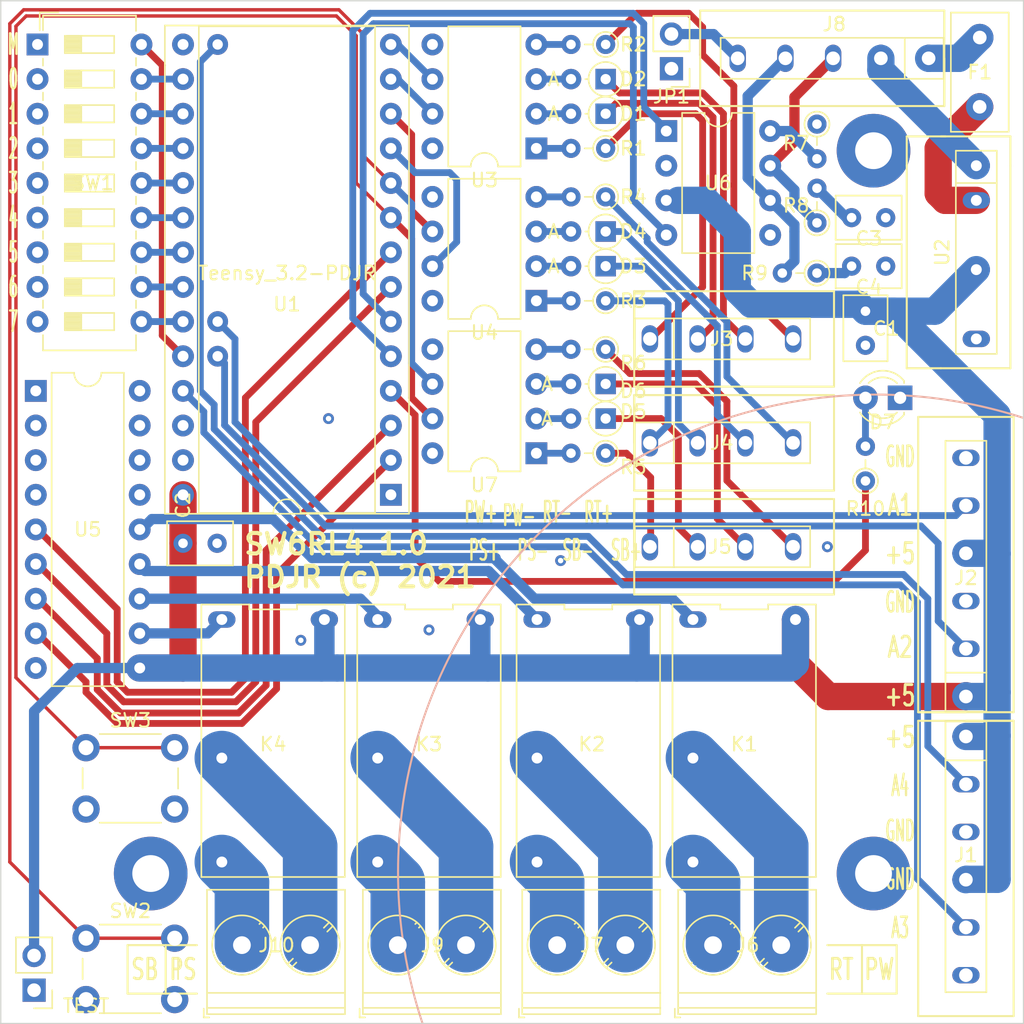
<source format=kicad_pcb>
(kicad_pcb (version 20171130) (host pcbnew 5.1.5-1.fc31)

  (general
    (thickness 1.6)
    (drawings 47)
    (tracks 324)
    (zones 0)
    (modules 51)
    (nets 75)
  )

  (page A4)
  (title_block
    (title "THR100 Thruster Module")
    (date 2021-05-01)
    (rev 1.0)
    (company "PDJR <preeve@pdjr.eu>")
  )

  (layers
    (0 F.Cu signal hide)
    (31 B.Cu signal hide)
    (33 F.Adhes user hide)
    (35 F.Paste user hide)
    (37 F.SilkS user)
    (38 B.Mask user hide)
    (39 F.Mask user)
    (40 Dwgs.User user hide)
    (41 Cmts.User user hide)
    (42 Eco1.User user hide)
    (43 Eco2.User user hide)
    (44 Edge.Cuts user)
    (45 Margin user)
    (46 B.CrtYd user hide)
    (47 F.CrtYd user)
    (49 F.Fab user hide)
  )

  (setup
    (last_trace_width 0.25)
    (user_trace_width 0.5)
    (user_trace_width 0.75)
    (user_trace_width 1)
    (user_trace_width 1.5)
    (user_trace_width 2)
    (user_trace_width 4)
    (trace_clearance 0.2)
    (zone_clearance 0.508)
    (zone_45_only no)
    (trace_min 0.2)
    (via_size 0.8)
    (via_drill 0.4)
    (via_min_size 0.4)
    (via_min_drill 0.3)
    (uvia_size 0.3)
    (uvia_drill 0.1)
    (uvias_allowed no)
    (uvia_min_size 0.2)
    (uvia_min_drill 0.1)
    (edge_width 0.1)
    (segment_width 0.2)
    (pcb_text_width 0.3)
    (pcb_text_size 1.5 1.5)
    (mod_edge_width 0.15)
    (mod_text_size 1 1)
    (mod_text_width 0.15)
    (pad_size 1.7 1.7)
    (pad_drill 1)
    (pad_to_mask_clearance 0)
    (aux_axis_origin 0 0)
    (grid_origin 100 0)
    (visible_elements FFFFFF7F)
    (pcbplotparams
      (layerselection 0x010e0_ffffffff)
      (usegerberextensions true)
      (usegerberattributes false)
      (usegerberadvancedattributes false)
      (creategerberjobfile false)
      (excludeedgelayer true)
      (linewidth 0.100000)
      (plotframeref false)
      (viasonmask false)
      (mode 1)
      (useauxorigin false)
      (hpglpennumber 1)
      (hpglpenspeed 20)
      (hpglpendiameter 15.000000)
      (psnegative false)
      (psa4output false)
      (plotreference true)
      (plotvalue true)
      (plotinvisibletext false)
      (padsonsilk false)
      (subtractmaskfromsilk false)
      (outputformat 1)
      (mirror false)
      (drillshape 0)
      (scaleselection 1)
      (outputdirectory "gerber/"))
  )

  (net 0 "")
  (net 1 GND)
  (net 2 "Net-(F1-Pad2)")
  (net 3 +5V)
  (net 4 /CAN_TX)
  (net 5 /CAN_RX)
  (net 6 /CAN_SCR)
  (net 7 /CAN_L)
  (net 8 /CAN_H)
  (net 9 /NET_C)
  (net 10 /ADDR_7)
  (net 11 /ADDR_6)
  (net 12 /ADDR_5)
  (net 13 /ADDR_4)
  (net 14 /ADDR_3)
  (net 15 /ADDR_2)
  (net 16 /ADDR_1)
  (net 17 /ADDR_0)
  (net 18 /NET_S)
  (net 19 "Net-(C3-Pad2)")
  (net 20 "Net-(J6-Pad1)")
  (net 21 "Net-(J7-Pad2)")
  (net 22 "Net-(J7-Pad1)")
  (net 23 "Net-(K1-PadA1)")
  (net 24 "Net-(K2-PadA1)")
  (net 25 "Net-(K3-PadA1)")
  (net 26 "Net-(K4-PadA1)")
  (net 27 "Net-(R7-Pad2)")
  (net 28 /MODE)
  (net 29 "Net-(J9-Pad2)")
  (net 30 "Net-(J9-Pad1)")
  (net 31 "Net-(D6-Pad1)")
  (net 32 "Net-(D7-Pad2)")
  (net 33 "Net-(J10-Pad2)")
  (net 34 "Net-(J10-Pad1)")
  (net 35 "Net-(C4-Pad2)")
  (net 36 "Net-(D1-Pad1)")
  (net 37 "Net-(D2-Pad1)")
  (net 38 "Net-(D3-Pad1)")
  (net 39 "Net-(D4-Pad1)")
  (net 40 "Net-(D5-Pad1)")
  (net 41 /ANALOG_2)
  (net 42 /ANALOG_1)
  (net 43 /ANALOG_4)
  (net 44 /ANALOG_3)
  (net 45 "Net-(J3-Pad4)")
  (net 46 "Net-(J3-Pad1)")
  (net 47 "Net-(J4-Pad4)")
  (net 48 "Net-(J4-Pad1)")
  (net 49 "Net-(J5-Pad4)")
  (net 50 "Net-(J5-Pad1)")
  (net 51 "Net-(J6-Pad2)")
  (net 52 /LED_1)
  (net 53 /RELAY_4)
  (net 54 /RELAY_3)
  (net 55 /RELAY_2)
  (net 56 /RELAY_1)
  (net 57 "Net-(D1-Pad2)")
  (net 58 "Net-(D2-Pad2)")
  (net 59 "Net-(D3-Pad2)")
  (net 60 "Net-(D4-Pad2)")
  (net 61 "Net-(D5-Pad2)")
  (net 62 "Net-(D6-Pad2)")
  (net 63 "Net-(R1-Pad2)")
  (net 64 "Net-(R2-Pad2)")
  (net 65 "Net-(R3-Pad2)")
  (net 66 "Net-(R4-Pad2)")
  (net 67 "Net-(R5-Pad2)")
  (net 68 "Net-(R6-Pad2)")
  (net 69 /SWITCH_4)
  (net 70 /SWITCH_3)
  (net 71 /SWITCH_2)
  (net 72 /SWITCH_1)
  (net 73 /PUSH_1)
  (net 74 /PUSH_2)

  (net_class Default "This is the default net class."
    (clearance 0.2)
    (trace_width 0.25)
    (via_dia 0.8)
    (via_drill 0.4)
    (uvia_dia 0.3)
    (uvia_drill 0.1)
    (add_net +5V)
    (add_net /ADDR_0)
    (add_net /ADDR_1)
    (add_net /ADDR_2)
    (add_net /ADDR_3)
    (add_net /ADDR_4)
    (add_net /ADDR_5)
    (add_net /ADDR_6)
    (add_net /ADDR_7)
    (add_net /ANALOG_1)
    (add_net /ANALOG_2)
    (add_net /ANALOG_3)
    (add_net /ANALOG_4)
    (add_net /CAN_H)
    (add_net /CAN_L)
    (add_net /CAN_RX)
    (add_net /CAN_SCR)
    (add_net /CAN_TX)
    (add_net /LED_1)
    (add_net /MODE)
    (add_net /NET_C)
    (add_net /NET_S)
    (add_net /PUSH_1)
    (add_net /PUSH_2)
    (add_net /RELAY_1)
    (add_net /RELAY_2)
    (add_net /RELAY_3)
    (add_net /RELAY_4)
    (add_net /SWITCH_1)
    (add_net /SWITCH_2)
    (add_net /SWITCH_3)
    (add_net /SWITCH_4)
    (add_net GND)
    (add_net "Net-(C3-Pad2)")
    (add_net "Net-(C4-Pad2)")
    (add_net "Net-(D1-Pad1)")
    (add_net "Net-(D1-Pad2)")
    (add_net "Net-(D2-Pad1)")
    (add_net "Net-(D2-Pad2)")
    (add_net "Net-(D3-Pad1)")
    (add_net "Net-(D3-Pad2)")
    (add_net "Net-(D4-Pad1)")
    (add_net "Net-(D4-Pad2)")
    (add_net "Net-(D5-Pad1)")
    (add_net "Net-(D5-Pad2)")
    (add_net "Net-(D6-Pad1)")
    (add_net "Net-(D6-Pad2)")
    (add_net "Net-(D7-Pad2)")
    (add_net "Net-(F1-Pad2)")
    (add_net "Net-(J10-Pad1)")
    (add_net "Net-(J10-Pad2)")
    (add_net "Net-(J3-Pad1)")
    (add_net "Net-(J3-Pad4)")
    (add_net "Net-(J4-Pad1)")
    (add_net "Net-(J4-Pad4)")
    (add_net "Net-(J5-Pad1)")
    (add_net "Net-(J5-Pad4)")
    (add_net "Net-(J6-Pad1)")
    (add_net "Net-(J6-Pad2)")
    (add_net "Net-(J7-Pad1)")
    (add_net "Net-(J7-Pad2)")
    (add_net "Net-(J9-Pad1)")
    (add_net "Net-(J9-Pad2)")
    (add_net "Net-(K1-PadA1)")
    (add_net "Net-(K2-PadA1)")
    (add_net "Net-(K3-PadA1)")
    (add_net "Net-(K4-PadA1)")
    (add_net "Net-(R1-Pad2)")
    (add_net "Net-(R2-Pad2)")
    (add_net "Net-(R3-Pad2)")
    (add_net "Net-(R4-Pad2)")
    (add_net "Net-(R5-Pad2)")
    (add_net "Net-(R6-Pad2)")
    (add_net "Net-(R7-Pad2)")
  )

  (module Button_Switch_THT:SW_PUSH_6mm (layer F.Cu) (tedit 5A02FE31) (tstamp 60A60D57)
    (at 142.418 141.732)
    (descr https://www.omron.com/ecb/products/pdf/en-b3f.pdf)
    (tags "tact sw push 6mm")
    (path /60A6A72E)
    (fp_text reference SW3 (at 3.25 -2) (layer F.SilkS)
      (effects (font (size 1 1) (thickness 0.15)))
    )
    (fp_text value PUSH_2 (at 3.75 6.7) (layer F.Fab)
      (effects (font (size 1 1) (thickness 0.15)))
    )
    (fp_circle (center 3.25 2.25) (end 1.25 2.5) (layer F.Fab) (width 0.1))
    (fp_line (start 6.75 3) (end 6.75 1.5) (layer F.SilkS) (width 0.12))
    (fp_line (start 5.5 -1) (end 1 -1) (layer F.SilkS) (width 0.12))
    (fp_line (start -0.25 1.5) (end -0.25 3) (layer F.SilkS) (width 0.12))
    (fp_line (start 1 5.5) (end 5.5 5.5) (layer F.SilkS) (width 0.12))
    (fp_line (start 8 -1.25) (end 8 5.75) (layer F.CrtYd) (width 0.05))
    (fp_line (start 7.75 6) (end -1.25 6) (layer F.CrtYd) (width 0.05))
    (fp_line (start -1.5 5.75) (end -1.5 -1.25) (layer F.CrtYd) (width 0.05))
    (fp_line (start -1.25 -1.5) (end 7.75 -1.5) (layer F.CrtYd) (width 0.05))
    (fp_line (start -1.5 6) (end -1.25 6) (layer F.CrtYd) (width 0.05))
    (fp_line (start -1.5 5.75) (end -1.5 6) (layer F.CrtYd) (width 0.05))
    (fp_line (start -1.5 -1.5) (end -1.25 -1.5) (layer F.CrtYd) (width 0.05))
    (fp_line (start -1.5 -1.25) (end -1.5 -1.5) (layer F.CrtYd) (width 0.05))
    (fp_line (start 8 -1.5) (end 8 -1.25) (layer F.CrtYd) (width 0.05))
    (fp_line (start 7.75 -1.5) (end 8 -1.5) (layer F.CrtYd) (width 0.05))
    (fp_line (start 8 6) (end 8 5.75) (layer F.CrtYd) (width 0.05))
    (fp_line (start 7.75 6) (end 8 6) (layer F.CrtYd) (width 0.05))
    (fp_line (start 0.25 -0.75) (end 3.25 -0.75) (layer F.Fab) (width 0.1))
    (fp_line (start 0.25 5.25) (end 0.25 -0.75) (layer F.Fab) (width 0.1))
    (fp_line (start 6.25 5.25) (end 0.25 5.25) (layer F.Fab) (width 0.1))
    (fp_line (start 6.25 -0.75) (end 6.25 5.25) (layer F.Fab) (width 0.1))
    (fp_line (start 3.25 -0.75) (end 6.25 -0.75) (layer F.Fab) (width 0.1))
    (fp_text user %R (at 3.25 2.25) (layer F.Fab)
      (effects (font (size 1 1) (thickness 0.15)))
    )
    (pad 1 thru_hole circle (at 6.5 0 90) (size 2 2) (drill 1.1) (layers *.Cu *.Mask)
      (net 74 /PUSH_2))
    (pad 2 thru_hole circle (at 6.5 4.5 90) (size 2 2) (drill 1.1) (layers *.Cu *.Mask)
      (net 1 GND))
    (pad 1 thru_hole circle (at 0 0 90) (size 2 2) (drill 1.1) (layers *.Cu *.Mask)
      (net 74 /PUSH_2))
    (pad 2 thru_hole circle (at 0 4.5 90) (size 2 2) (drill 1.1) (layers *.Cu *.Mask)
      (net 1 GND))
    (model ${KISYS3DMOD}/Button_Switch_THT.3dshapes/SW_PUSH_6mm.wrl
      (at (xyz 0 0 0))
      (scale (xyz 1 1 1))
      (rotate (xyz 0 0 0))
    )
  )

  (module Button_Switch_THT:SW_PUSH_6mm (layer F.Cu) (tedit 5A02FE31) (tstamp 60A60612)
    (at 142.418 155.702)
    (descr https://www.omron.com/ecb/products/pdf/en-b3f.pdf)
    (tags "tact sw push 6mm")
    (path /60A68B2F)
    (fp_text reference SW2 (at 3.25 -2) (layer F.SilkS)
      (effects (font (size 1 1) (thickness 0.15)))
    )
    (fp_text value PUSH_1 (at 3.75 6.7) (layer F.Fab)
      (effects (font (size 1 1) (thickness 0.15)))
    )
    (fp_circle (center 3.25 2.25) (end 1.25 2.5) (layer F.Fab) (width 0.1))
    (fp_line (start 6.75 3) (end 6.75 1.5) (layer F.SilkS) (width 0.12))
    (fp_line (start 5.5 -1) (end 1 -1) (layer F.SilkS) (width 0.12))
    (fp_line (start -0.25 1.5) (end -0.25 3) (layer F.SilkS) (width 0.12))
    (fp_line (start 1 5.5) (end 5.5 5.5) (layer F.SilkS) (width 0.12))
    (fp_line (start 8 -1.25) (end 8 5.75) (layer F.CrtYd) (width 0.05))
    (fp_line (start 7.75 6) (end -1.25 6) (layer F.CrtYd) (width 0.05))
    (fp_line (start -1.5 5.75) (end -1.5 -1.25) (layer F.CrtYd) (width 0.05))
    (fp_line (start -1.25 -1.5) (end 7.75 -1.5) (layer F.CrtYd) (width 0.05))
    (fp_line (start -1.5 6) (end -1.25 6) (layer F.CrtYd) (width 0.05))
    (fp_line (start -1.5 5.75) (end -1.5 6) (layer F.CrtYd) (width 0.05))
    (fp_line (start -1.5 -1.5) (end -1.25 -1.5) (layer F.CrtYd) (width 0.05))
    (fp_line (start -1.5 -1.25) (end -1.5 -1.5) (layer F.CrtYd) (width 0.05))
    (fp_line (start 8 -1.5) (end 8 -1.25) (layer F.CrtYd) (width 0.05))
    (fp_line (start 7.75 -1.5) (end 8 -1.5) (layer F.CrtYd) (width 0.05))
    (fp_line (start 8 6) (end 8 5.75) (layer F.CrtYd) (width 0.05))
    (fp_line (start 7.75 6) (end 8 6) (layer F.CrtYd) (width 0.05))
    (fp_line (start 0.25 -0.75) (end 3.25 -0.75) (layer F.Fab) (width 0.1))
    (fp_line (start 0.25 5.25) (end 0.25 -0.75) (layer F.Fab) (width 0.1))
    (fp_line (start 6.25 5.25) (end 0.25 5.25) (layer F.Fab) (width 0.1))
    (fp_line (start 6.25 -0.75) (end 6.25 5.25) (layer F.Fab) (width 0.1))
    (fp_line (start 3.25 -0.75) (end 6.25 -0.75) (layer F.Fab) (width 0.1))
    (fp_text user %R (at 3.25 2.25) (layer F.Fab)
      (effects (font (size 1 1) (thickness 0.15)))
    )
    (pad 1 thru_hole circle (at 6.5 0 90) (size 2 2) (drill 1.1) (layers *.Cu *.Mask)
      (net 73 /PUSH_1))
    (pad 2 thru_hole circle (at 6.5 4.5 90) (size 2 2) (drill 1.1) (layers *.Cu *.Mask)
      (net 1 GND))
    (pad 1 thru_hole circle (at 0 0 90) (size 2 2) (drill 1.1) (layers *.Cu *.Mask)
      (net 73 /PUSH_1))
    (pad 2 thru_hole circle (at 0 4.5 90) (size 2 2) (drill 1.1) (layers *.Cu *.Mask)
      (net 1 GND))
    (model ${KISYS3DMOD}/Button_Switch_THT.3dshapes/SW_PUSH_6mm.wrl
      (at (xyz 0 0 0))
      (scale (xyz 1 1 1))
      (rotate (xyz 0 0 0))
    )
  )

  (module Package_DIP:DIP-8_W7.62mm (layer F.Cu) (tedit 5A02E8C5) (tstamp 60A57271)
    (at 175.438 108.966 180)
    (descr "8-lead though-hole mounted DIP package, row spacing 7.62 mm (300 mils)")
    (tags "THT DIP DIL PDIP 2.54mm 7.62mm 300mil")
    (path /60A7268F)
    (fp_text reference U4 (at 3.81 -2.33) (layer F.SilkS)
      (effects (font (size 1 1) (thickness 0.15)))
    )
    (fp_text value CNY74-2H (at 3.81 9.95) (layer F.Fab)
      (effects (font (size 1 1) (thickness 0.15)))
    )
    (fp_text user %R (at 3.81 3.81) (layer F.Fab)
      (effects (font (size 1 1) (thickness 0.15)))
    )
    (fp_line (start 8.7 -1.55) (end -1.1 -1.55) (layer F.CrtYd) (width 0.05))
    (fp_line (start 8.7 9.15) (end 8.7 -1.55) (layer F.CrtYd) (width 0.05))
    (fp_line (start -1.1 9.15) (end 8.7 9.15) (layer F.CrtYd) (width 0.05))
    (fp_line (start -1.1 -1.55) (end -1.1 9.15) (layer F.CrtYd) (width 0.05))
    (fp_line (start 6.46 -1.33) (end 4.81 -1.33) (layer F.SilkS) (width 0.12))
    (fp_line (start 6.46 8.95) (end 6.46 -1.33) (layer F.SilkS) (width 0.12))
    (fp_line (start 1.16 8.95) (end 6.46 8.95) (layer F.SilkS) (width 0.12))
    (fp_line (start 1.16 -1.33) (end 1.16 8.95) (layer F.SilkS) (width 0.12))
    (fp_line (start 2.81 -1.33) (end 1.16 -1.33) (layer F.SilkS) (width 0.12))
    (fp_line (start 0.635 -0.27) (end 1.635 -1.27) (layer F.Fab) (width 0.1))
    (fp_line (start 0.635 8.89) (end 0.635 -0.27) (layer F.Fab) (width 0.1))
    (fp_line (start 6.985 8.89) (end 0.635 8.89) (layer F.Fab) (width 0.1))
    (fp_line (start 6.985 -1.27) (end 6.985 8.89) (layer F.Fab) (width 0.1))
    (fp_line (start 1.635 -1.27) (end 6.985 -1.27) (layer F.Fab) (width 0.1))
    (fp_arc (start 3.81 -1.33) (end 2.81 -1.33) (angle -180) (layer F.SilkS) (width 0.12))
    (pad 8 thru_hole oval (at 7.62 0 180) (size 1.6 1.6) (drill 0.8) (layers *.Cu *.Mask)
      (net 1 GND))
    (pad 4 thru_hole oval (at 0 7.62 180) (size 1.6 1.6) (drill 0.8) (layers *.Cu *.Mask)
      (net 66 "Net-(R4-Pad2)"))
    (pad 7 thru_hole oval (at 7.62 2.54 180) (size 1.6 1.6) (drill 0.8) (layers *.Cu *.Mask)
      (net 69 /SWITCH_4))
    (pad 3 thru_hole oval (at 0 5.08 180) (size 1.6 1.6) (drill 0.8) (layers *.Cu *.Mask)
      (net 60 "Net-(D4-Pad2)"))
    (pad 6 thru_hole oval (at 7.62 5.08 180) (size 1.6 1.6) (drill 0.8) (layers *.Cu *.Mask)
      (net 70 /SWITCH_3))
    (pad 2 thru_hole oval (at 0 2.54 180) (size 1.6 1.6) (drill 0.8) (layers *.Cu *.Mask)
      (net 59 "Net-(D3-Pad2)"))
    (pad 5 thru_hole oval (at 7.62 7.62 180) (size 1.6 1.6) (drill 0.8) (layers *.Cu *.Mask)
      (net 1 GND))
    (pad 1 thru_hole rect (at 0 0 180) (size 1.6 1.6) (drill 0.8) (layers *.Cu *.Mask)
      (net 65 "Net-(R3-Pad2)"))
    (model ${KISYS3DMOD}/Package_DIP.3dshapes/DIP-8_W7.62mm.wrl
      (at (xyz 0 0 0))
      (scale (xyz 1 1 1))
      (rotate (xyz 0 0 0))
    )
  )

  (module Package_DIP:DIP-8_W7.62mm (layer F.Cu) (tedit 5A02E8C5) (tstamp 60A57255)
    (at 175.438 97.79 180)
    (descr "8-lead though-hole mounted DIP package, row spacing 7.62 mm (300 mils)")
    (tags "THT DIP DIL PDIP 2.54mm 7.62mm 300mil")
    (path /60A620C5)
    (fp_text reference U3 (at 3.81 -2.33) (layer F.SilkS)
      (effects (font (size 1 1) (thickness 0.15)))
    )
    (fp_text value CNY74-2H (at 3.81 9.95) (layer F.Fab)
      (effects (font (size 1 1) (thickness 0.15)))
    )
    (fp_text user %R (at 3.81 3.81) (layer F.Fab)
      (effects (font (size 1 1) (thickness 0.15)))
    )
    (fp_line (start 8.7 -1.55) (end -1.1 -1.55) (layer F.CrtYd) (width 0.05))
    (fp_line (start 8.7 9.15) (end 8.7 -1.55) (layer F.CrtYd) (width 0.05))
    (fp_line (start -1.1 9.15) (end 8.7 9.15) (layer F.CrtYd) (width 0.05))
    (fp_line (start -1.1 -1.55) (end -1.1 9.15) (layer F.CrtYd) (width 0.05))
    (fp_line (start 6.46 -1.33) (end 4.81 -1.33) (layer F.SilkS) (width 0.12))
    (fp_line (start 6.46 8.95) (end 6.46 -1.33) (layer F.SilkS) (width 0.12))
    (fp_line (start 1.16 8.95) (end 6.46 8.95) (layer F.SilkS) (width 0.12))
    (fp_line (start 1.16 -1.33) (end 1.16 8.95) (layer F.SilkS) (width 0.12))
    (fp_line (start 2.81 -1.33) (end 1.16 -1.33) (layer F.SilkS) (width 0.12))
    (fp_line (start 0.635 -0.27) (end 1.635 -1.27) (layer F.Fab) (width 0.1))
    (fp_line (start 0.635 8.89) (end 0.635 -0.27) (layer F.Fab) (width 0.1))
    (fp_line (start 6.985 8.89) (end 0.635 8.89) (layer F.Fab) (width 0.1))
    (fp_line (start 6.985 -1.27) (end 6.985 8.89) (layer F.Fab) (width 0.1))
    (fp_line (start 1.635 -1.27) (end 6.985 -1.27) (layer F.Fab) (width 0.1))
    (fp_arc (start 3.81 -1.33) (end 2.81 -1.33) (angle -180) (layer F.SilkS) (width 0.12))
    (pad 8 thru_hole oval (at 7.62 0 180) (size 1.6 1.6) (drill 0.8) (layers *.Cu *.Mask)
      (net 1 GND))
    (pad 4 thru_hole oval (at 0 7.62 180) (size 1.6 1.6) (drill 0.8) (layers *.Cu *.Mask)
      (net 64 "Net-(R2-Pad2)"))
    (pad 7 thru_hole oval (at 7.62 2.54 180) (size 1.6 1.6) (drill 0.8) (layers *.Cu *.Mask)
      (net 71 /SWITCH_2))
    (pad 3 thru_hole oval (at 0 5.08 180) (size 1.6 1.6) (drill 0.8) (layers *.Cu *.Mask)
      (net 58 "Net-(D2-Pad2)"))
    (pad 6 thru_hole oval (at 7.62 5.08 180) (size 1.6 1.6) (drill 0.8) (layers *.Cu *.Mask)
      (net 72 /SWITCH_1))
    (pad 2 thru_hole oval (at 0 2.54 180) (size 1.6 1.6) (drill 0.8) (layers *.Cu *.Mask)
      (net 57 "Net-(D1-Pad2)"))
    (pad 5 thru_hole oval (at 7.62 7.62 180) (size 1.6 1.6) (drill 0.8) (layers *.Cu *.Mask)
      (net 1 GND))
    (pad 1 thru_hole rect (at 0 0 180) (size 1.6 1.6) (drill 0.8) (layers *.Cu *.Mask)
      (net 63 "Net-(R1-Pad2)"))
    (model ${KISYS3DMOD}/Package_DIP.3dshapes/DIP-8_W7.62mm.wrl
      (at (xyz 0 0 0))
      (scale (xyz 1 1 1))
      (rotate (xyz 0 0 0))
    )
  )

  (module Package_DIP:DIP-8_W7.62mm (layer F.Cu) (tedit 5A02E8C5) (tstamp 60A5730D)
    (at 175.438 120.142 180)
    (descr "8-lead though-hole mounted DIP package, row spacing 7.62 mm (300 mils)")
    (tags "THT DIP DIL PDIP 2.54mm 7.62mm 300mil")
    (path /60A745DA)
    (fp_text reference U7 (at 3.81 -2.33) (layer F.SilkS)
      (effects (font (size 1 1) (thickness 0.15)))
    )
    (fp_text value CNY74-2H (at 3.81 9.95) (layer F.Fab)
      (effects (font (size 1 1) (thickness 0.15)))
    )
    (fp_text user %R (at 3.81 3.81) (layer F.Fab)
      (effects (font (size 1 1) (thickness 0.15)))
    )
    (fp_line (start 8.7 -1.55) (end -1.1 -1.55) (layer F.CrtYd) (width 0.05))
    (fp_line (start 8.7 9.15) (end 8.7 -1.55) (layer F.CrtYd) (width 0.05))
    (fp_line (start -1.1 9.15) (end 8.7 9.15) (layer F.CrtYd) (width 0.05))
    (fp_line (start -1.1 -1.55) (end -1.1 9.15) (layer F.CrtYd) (width 0.05))
    (fp_line (start 6.46 -1.33) (end 4.81 -1.33) (layer F.SilkS) (width 0.12))
    (fp_line (start 6.46 8.95) (end 6.46 -1.33) (layer F.SilkS) (width 0.12))
    (fp_line (start 1.16 8.95) (end 6.46 8.95) (layer F.SilkS) (width 0.12))
    (fp_line (start 1.16 -1.33) (end 1.16 8.95) (layer F.SilkS) (width 0.12))
    (fp_line (start 2.81 -1.33) (end 1.16 -1.33) (layer F.SilkS) (width 0.12))
    (fp_line (start 0.635 -0.27) (end 1.635 -1.27) (layer F.Fab) (width 0.1))
    (fp_line (start 0.635 8.89) (end 0.635 -0.27) (layer F.Fab) (width 0.1))
    (fp_line (start 6.985 8.89) (end 0.635 8.89) (layer F.Fab) (width 0.1))
    (fp_line (start 6.985 -1.27) (end 6.985 8.89) (layer F.Fab) (width 0.1))
    (fp_line (start 1.635 -1.27) (end 6.985 -1.27) (layer F.Fab) (width 0.1))
    (fp_arc (start 3.81 -1.33) (end 2.81 -1.33) (angle -180) (layer F.SilkS) (width 0.12))
    (pad 8 thru_hole oval (at 7.62 0 180) (size 1.6 1.6) (drill 0.8) (layers *.Cu *.Mask)
      (net 1 GND))
    (pad 4 thru_hole oval (at 0 7.62 180) (size 1.6 1.6) (drill 0.8) (layers *.Cu *.Mask)
      (net 68 "Net-(R6-Pad2)"))
    (pad 7 thru_hole oval (at 7.62 2.54 180) (size 1.6 1.6) (drill 0.8) (layers *.Cu *.Mask)
      (net 74 /PUSH_2))
    (pad 3 thru_hole oval (at 0 5.08 180) (size 1.6 1.6) (drill 0.8) (layers *.Cu *.Mask)
      (net 62 "Net-(D6-Pad2)"))
    (pad 6 thru_hole oval (at 7.62 5.08 180) (size 1.6 1.6) (drill 0.8) (layers *.Cu *.Mask)
      (net 73 /PUSH_1))
    (pad 2 thru_hole oval (at 0 2.54 180) (size 1.6 1.6) (drill 0.8) (layers *.Cu *.Mask)
      (net 61 "Net-(D5-Pad2)"))
    (pad 5 thru_hole oval (at 7.62 7.62 180) (size 1.6 1.6) (drill 0.8) (layers *.Cu *.Mask)
      (net 1 GND))
    (pad 1 thru_hole rect (at 0 0 180) (size 1.6 1.6) (drill 0.8) (layers *.Cu *.Mask)
      (net 67 "Net-(R5-Pad2)"))
    (model ${KISYS3DMOD}/Package_DIP.3dshapes/DIP-8_W7.62mm.wrl
      (at (xyz 0 0 0))
      (scale (xyz 1 1 1))
      (rotate (xyz 0 0 0))
    )
  )

  (module PDJR:TMR-1-1211 (layer F.Cu) (tedit 606EF2CF) (tstamp 60A5BF54)
    (at 207.696 105.41 270)
    (path /60ACD857)
    (fp_text reference U2 (at 0 2.5 270) (layer F.SilkS)
      (effects (font (size 1 1) (thickness 0.15)))
    )
    (fp_text value TMR-1-1211 (at 0 -2.5 270) (layer F.Fab)
      (effects (font (size 1 1) (thickness 0.15)))
    )
    (fp_line (start -6.35 5.1) (end -8.5 5.1) (layer F.SilkS) (width 0.15))
    (fp_line (start -6.35 5.1) (end 8.5 5.1) (layer F.SilkS) (width 0.15))
    (fp_line (start -6.35 -2.5) (end -8.5 -2.5) (layer F.SilkS) (width 0.15))
    (fp_line (start -6.35 -2.5) (end 8.5 -2.5) (layer F.SilkS) (width 0.15))
    (fp_line (start 8.5 2.6) (end 8.5 5.1) (layer F.SilkS) (width 0.15))
    (fp_line (start 8.5 2.6) (end 8.5 -2.5) (layer F.SilkS) (width 0.15))
    (fp_line (start -8.5 2.25) (end -8.5 5.1) (layer F.SilkS) (width 0.15))
    (fp_line (start -8.5 2.6) (end -8.5 -2.5) (layer F.SilkS) (width 0.15))
    (fp_line (start -7.2 1.25) (end -7.2 -1.25) (layer F.CrtYd) (width 0.05))
    (fp_line (start 7.2 1.25) (end -7.2 1.25) (layer F.CrtYd) (width 0.05))
    (fp_line (start 7.2 -1.25) (end 7.2 1.25) (layer F.CrtYd) (width 0.05))
    (fp_line (start -7.2 -1.25) (end 7.2 -1.25) (layer F.CrtYd) (width 0.05))
    (fp_line (start -5.08 -1.5) (end -5.08 1.5) (layer F.SilkS) (width 0.12))
    (fp_line (start -7.45 1.5) (end -7.45 -1.5) (layer F.SilkS) (width 0.12))
    (fp_line (start 7.45 1.5) (end -7.45 1.5) (layer F.SilkS) (width 0.12))
    (fp_line (start 7.45 -1.5) (end 7.45 1.5) (layer F.SilkS) (width 0.12))
    (fp_line (start -7.45 -1.5) (end 7.45 -1.5) (layer F.SilkS) (width 0.12))
    (pad 1 thru_hole oval (at -6.35 0 270) (size 1.2 2) (drill 0.8) (layers *.Cu *.Mask)
      (net 9 /NET_C))
    (pad 2 thru_hole oval (at -3.81 0 270) (size 1.2 2) (drill 0.8) (layers *.Cu *.Mask)
      (net 2 "Net-(F1-Pad2)"))
    (pad 4 thru_hole oval (at 1.27 0 270) (size 1.2 2) (drill 0.8) (layers *.Cu *.Mask)
      (net 3 +5V))
    (pad 6 thru_hole oval (at 6.35 0 270) (size 1.2 2) (drill 0.8) (layers *.Cu *.Mask)
      (net 1 GND))
  )

  (module PDJR:Teensy_3.2 (layer F.Cu) (tedit 60A3CD33) (tstamp 60A5AB80)
    (at 164.77 123.19 180)
    (descr "28-lead though-hole mounted DIP package, row spacing 15.24 mm (600 mils), Socket")
    (tags "THT DIP DIL PDIP 2.54mm 15.24mm 600mil Socket")
    (path /60AB855B)
    (fp_text reference U1 (at 7.62 13.97) (layer F.SilkS)
      (effects (font (size 1 1) (thickness 0.15)))
    )
    (fp_text value Teensy_3.2-PDJR (at 7.62 16.256) (layer F.SilkS)
      (effects (font (size 1 1) (thickness 0.15)))
    )
    (fp_arc (start 7.62 -1.33) (end 6.62 -1.33) (angle -180) (layer F.SilkS) (width 0.12))
    (fp_line (start 1.255 -1.27) (end 14.985 -1.27) (layer F.Fab) (width 0.1))
    (fp_line (start 14.985 -1.27) (end 14.985 34.29) (layer F.Fab) (width 0.1))
    (fp_line (start 14.985 34.29) (end 0.255 34.29) (layer F.Fab) (width 0.1))
    (fp_line (start 0.255 34.29) (end 0.255 -0.27) (layer F.Fab) (width 0.1))
    (fp_line (start 0.255 -0.27) (end 1.255 -1.27) (layer F.Fab) (width 0.1))
    (fp_line (start -1.27 -1.33) (end -1.27 34.35) (layer F.Fab) (width 0.1))
    (fp_line (start -1.27 34.35) (end 16.51 34.35) (layer F.Fab) (width 0.1))
    (fp_line (start 16.51 34.35) (end 16.51 -1.33) (layer F.Fab) (width 0.1))
    (fp_line (start 16.51 -1.33) (end -1.27 -1.33) (layer F.Fab) (width 0.1))
    (fp_line (start 6.62 -1.33) (end 1.16 -1.33) (layer F.SilkS) (width 0.12))
    (fp_line (start 1.16 -1.33) (end 1.16 34.35) (layer F.SilkS) (width 0.12))
    (fp_line (start 1.16 34.35) (end 14.08 34.35) (layer F.SilkS) (width 0.12))
    (fp_line (start 14.08 34.35) (end 14.08 -1.33) (layer F.SilkS) (width 0.12))
    (fp_line (start 14.08 -1.33) (end 8.62 -1.33) (layer F.SilkS) (width 0.12))
    (fp_line (start -1.33 -1.39) (end -1.33 34.41) (layer F.SilkS) (width 0.12))
    (fp_line (start -1.33 34.41) (end 16.57 34.41) (layer F.SilkS) (width 0.12))
    (fp_line (start 16.57 34.41) (end 16.57 -1.39) (layer F.SilkS) (width 0.12))
    (fp_line (start 16.57 -1.39) (end -1.33 -1.39) (layer F.SilkS) (width 0.12))
    (fp_line (start -1.55 -1.6) (end -1.55 34.65) (layer F.CrtYd) (width 0.05))
    (fp_line (start -1.55 34.65) (end 16.8 34.65) (layer F.CrtYd) (width 0.05))
    (fp_line (start 16.8 34.65) (end 16.8 -1.6) (layer F.CrtYd) (width 0.05))
    (fp_line (start 16.8 -1.6) (end -1.55 -1.6) (layer F.CrtYd) (width 0.05))
    (fp_text user %R (at 7.62 16.51) (layer F.Fab)
      (effects (font (size 1 1) (thickness 0.15)))
    )
    (pad 31 thru_hole circle (at 12.7 33.02 180) (size 1.524 1.524) (drill 0.762) (layers *.Cu *.Mask)
      (net 43 /ANALOG_4))
    (pad 30 thru_hole circle (at 12.7 12.7 180) (size 1.524 1.524) (drill 0.762) (layers *.Cu *.Mask)
      (net 42 /ANALOG_1))
    (pad 29 thru_hole circle (at 12.7 10.16 180) (size 1.524 1.524) (drill 0.762) (layers *.Cu *.Mask)
      (net 41 /ANALOG_2))
    (pad 1 thru_hole rect (at 0 0 180) (size 1.6 1.6) (drill 0.8) (layers *.Cu *.Mask)
      (net 1 GND))
    (pad 15 thru_hole oval (at 15.24 33.02 180) (size 1.6 1.6) (drill 0.8) (layers *.Cu *.Mask))
    (pad 2 thru_hole oval (at 0 2.54 180) (size 1.6 1.6) (drill 0.8) (layers *.Cu *.Mask)
      (net 53 /RELAY_4))
    (pad 16 thru_hole oval (at 15.24 30.48 180) (size 1.6 1.6) (drill 0.8) (layers *.Cu *.Mask)
      (net 17 /ADDR_0))
    (pad 3 thru_hole oval (at 0 5.08 180) (size 1.6 1.6) (drill 0.8) (layers *.Cu *.Mask)
      (net 54 /RELAY_3))
    (pad 17 thru_hole oval (at 15.24 27.94 180) (size 1.6 1.6) (drill 0.8) (layers *.Cu *.Mask)
      (net 16 /ADDR_1))
    (pad 4 thru_hole oval (at 0 7.62 180) (size 1.6 1.6) (drill 0.8) (layers *.Cu *.Mask)
      (net 52 /LED_1))
    (pad 18 thru_hole oval (at 15.24 25.4 180) (size 1.6 1.6) (drill 0.8) (layers *.Cu *.Mask)
      (net 15 /ADDR_2))
    (pad 5 thru_hole oval (at 0 10.16 180) (size 1.6 1.6) (drill 0.8) (layers *.Cu *.Mask)
      (net 4 /CAN_TX))
    (pad 19 thru_hole oval (at 15.24 22.86 180) (size 1.6 1.6) (drill 0.8) (layers *.Cu *.Mask)
      (net 14 /ADDR_3))
    (pad 6 thru_hole oval (at 0 12.7 180) (size 1.6 1.6) (drill 0.8) (layers *.Cu *.Mask)
      (net 5 /CAN_RX))
    (pad 20 thru_hole oval (at 15.24 20.32 180) (size 1.6 1.6) (drill 0.8) (layers *.Cu *.Mask)
      (net 13 /ADDR_4))
    (pad 7 thru_hole oval (at 0 15.24 180) (size 1.6 1.6) (drill 0.8) (layers *.Cu *.Mask)
      (net 55 /RELAY_2))
    (pad 21 thru_hole oval (at 15.24 17.78 180) (size 1.6 1.6) (drill 0.8) (layers *.Cu *.Mask)
      (net 12 /ADDR_5))
    (pad 8 thru_hole oval (at 0 17.78 180) (size 1.6 1.6) (drill 0.8) (layers *.Cu *.Mask)
      (net 56 /RELAY_1))
    (pad 22 thru_hole oval (at 15.24 15.24 180) (size 1.6 1.6) (drill 0.8) (layers *.Cu *.Mask)
      (net 11 /ADDR_6))
    (pad 9 thru_hole oval (at 0 20.32 180) (size 1.6 1.6) (drill 0.8) (layers *.Cu *.Mask)
      (net 74 /PUSH_2))
    (pad 23 thru_hole oval (at 15.24 12.7 180) (size 1.6 1.6) (drill 0.8) (layers *.Cu *.Mask)
      (net 10 /ADDR_7))
    (pad 10 thru_hole oval (at 0 22.86 180) (size 1.6 1.6) (drill 0.8) (layers *.Cu *.Mask)
      (net 73 /PUSH_1))
    (pad 24 thru_hole oval (at 15.24 10.16 180) (size 1.6 1.6) (drill 0.8) (layers *.Cu *.Mask)
      (net 28 /MODE))
    (pad 11 thru_hole oval (at 0 25.4 180) (size 1.6 1.6) (drill 0.8) (layers *.Cu *.Mask)
      (net 69 /SWITCH_4))
    (pad 25 thru_hole oval (at 15.24 7.62 180) (size 1.6 1.6) (drill 0.8) (layers *.Cu *.Mask)
      (net 44 /ANALOG_3))
    (pad 12 thru_hole oval (at 0 27.94 180) (size 1.6 1.6) (drill 0.8) (layers *.Cu *.Mask)
      (net 70 /SWITCH_3))
    (pad 26 thru_hole oval (at 15.24 5.08 180) (size 1.6 1.6) (drill 0.8) (layers *.Cu *.Mask))
    (pad 13 thru_hole oval (at 0 30.48 180) (size 1.6 1.6) (drill 0.8) (layers *.Cu *.Mask)
      (net 71 /SWITCH_2))
    (pad 27 thru_hole oval (at 15.24 2.54 180) (size 1.6 1.6) (drill 0.8) (layers *.Cu *.Mask)
      (net 1 GND))
    (pad 14 thru_hole oval (at 0 33.02 180) (size 1.6 1.6) (drill 0.8) (layers *.Cu *.Mask)
      (net 72 /SWITCH_1))
    (pad 28 thru_hole oval (at 15.24 0 180) (size 1.6 1.6) (drill 0.8) (layers *.Cu *.Mask)
      (net 3 +5V))
    (model ${KISYS3DMOD}/Package_DIP.3dshapes/DIP-28_W15.24mm_Socket.wrl
      (at (xyz 0 0 0))
      (scale (xyz 1 1 1))
      (rotate (xyz 0 0 0))
    )
  )

  (module Connector_PinHeader_2.54mm:PinHeader_1x02_P2.54mm_Vertical (layer F.Cu) (tedit 59FED5CC) (tstamp 60A48AD8)
    (at 185.344 91.948 180)
    (descr "Through hole straight pin header, 1x02, 2.54mm pitch, single row")
    (tags "Through hole pin header THT 1x02 2.54mm single row")
    (path /60B48FC2)
    (fp_text reference JP1 (at 0 -2.032) (layer F.SilkS)
      (effects (font (size 1 1) (thickness 0.15)))
    )
    (fp_text value SCR (at 0 4.87) (layer F.Fab)
      (effects (font (size 1 1) (thickness 0.15)))
    )
    (fp_text user %R (at 0 1.27 90) (layer F.Fab)
      (effects (font (size 1 1) (thickness 0.15)))
    )
    (fp_line (start 1.8 -1.8) (end -1.8 -1.8) (layer F.CrtYd) (width 0.05))
    (fp_line (start 1.8 4.35) (end 1.8 -1.8) (layer F.CrtYd) (width 0.05))
    (fp_line (start -1.8 4.35) (end 1.8 4.35) (layer F.CrtYd) (width 0.05))
    (fp_line (start -1.8 -1.8) (end -1.8 4.35) (layer F.CrtYd) (width 0.05))
    (fp_line (start -1.33 -1.33) (end 0 -1.33) (layer F.SilkS) (width 0.12))
    (fp_line (start -1.33 0) (end -1.33 -1.33) (layer F.SilkS) (width 0.12))
    (fp_line (start -1.33 1.27) (end 1.33 1.27) (layer F.SilkS) (width 0.12))
    (fp_line (start 1.33 1.27) (end 1.33 3.87) (layer F.SilkS) (width 0.12))
    (fp_line (start -1.33 1.27) (end -1.33 3.87) (layer F.SilkS) (width 0.12))
    (fp_line (start -1.33 3.87) (end 1.33 3.87) (layer F.SilkS) (width 0.12))
    (fp_line (start -1.27 -0.635) (end -0.635 -1.27) (layer F.Fab) (width 0.1))
    (fp_line (start -1.27 3.81) (end -1.27 -0.635) (layer F.Fab) (width 0.1))
    (fp_line (start 1.27 3.81) (end -1.27 3.81) (layer F.Fab) (width 0.1))
    (fp_line (start 1.27 -1.27) (end 1.27 3.81) (layer F.Fab) (width 0.1))
    (fp_line (start -0.635 -1.27) (end 1.27 -1.27) (layer F.Fab) (width 0.1))
    (pad 2 thru_hole oval (at 0 2.54 180) (size 1.7 1.7) (drill 1) (layers *.Cu *.Mask)
      (net 6 /CAN_SCR))
    (pad 1 thru_hole rect (at 0 0 180) (size 1.7 1.7) (drill 1) (layers *.Cu *.Mask)
      (net 1 GND))
    (model ${KISYS3DMOD}/Connector_PinHeader_2.54mm.3dshapes/PinHeader_1x02_P2.54mm_Vertical.wrl
      (at (xyz 0 0 0))
      (scale (xyz 1 1 1))
      (rotate (xyz 0 0 0))
    )
  )

  (module PDJR:Phoenix-FK-MPT-4-3,5 (layer F.Cu) (tedit 608D28BF) (tstamp 60A46D29)
    (at 196.012 127)
    (path /60AA01BC)
    (fp_text reference J5 (at -7.112 0) (layer F.SilkS)
      (effects (font (size 1 1) (thickness 0.15)))
    )
    (fp_text value SB1 (at 0 -2.5) (layer F.Fab)
      (effects (font (size 1 1) (thickness 0.15)))
    )
    (fp_line (start -13.4 -3.5) (end -13.4 3.5) (layer F.SilkS) (width 0.15))
    (fp_line (start 1.25 -3.5) (end 1.25 3.5) (layer F.SilkS) (width 0.15))
    (fp_line (start 1.25 3.5) (end -13.4 3.5) (layer F.SilkS) (width 0.15))
    (fp_line (start -13.4 -3.5) (end 1.25 -3.5) (layer F.SilkS) (width 0.15))
    (fp_line (start -13.4 0) (end -13.4 -3.5) (layer F.SilkS) (width 0.15))
    (fp_line (start -13.1 1.25) (end -13.1 -1.25) (layer F.CrtYd) (width 0.05))
    (fp_line (start -0.75 1.25) (end -13.1 1.25) (layer F.CrtYd) (width 0.05))
    (fp_line (start -0.75 -1.25) (end -0.75 1.25) (layer F.CrtYd) (width 0.05))
    (fp_line (start -13.1 -1.25) (end -0.75 -1.25) (layer F.CrtYd) (width 0.05))
    (fp_line (start -10.5 -1.5) (end -10.5 1.5) (layer F.SilkS) (width 0.12))
    (fp_line (start -13.35 1.5) (end -13.35 -1.5) (layer F.SilkS) (width 0.12))
    (fp_line (start -0.5 1.5) (end -13.35 1.5) (layer F.SilkS) (width 0.12))
    (fp_line (start -0.5 -1.5) (end -0.5 1.5) (layer F.SilkS) (width 0.12))
    (fp_line (start -13.35 -1.5) (end -0.5 -1.5) (layer F.SilkS) (width 0.12))
    (pad 4 thru_hole oval (at -1.75 0) (size 1.2 2) (drill 1) (layers *.Cu *.Mask)
      (net 49 "Net-(J5-Pad4)"))
    (pad 3 thru_hole oval (at -5.25 0) (size 1.2 2) (drill 1) (layers *.Cu *.Mask)
      (net 31 "Net-(D6-Pad1)"))
    (pad 2 thru_hole oval (at -8.75 0) (size 1.2 2) (drill 1) (layers *.Cu *.Mask)
      (net 40 "Net-(D5-Pad1)"))
    (pad 1 thru_hole oval (at -12.25 0) (size 1.2 2) (drill 1) (layers *.Cu *.Mask)
      (net 50 "Net-(J5-Pad1)"))
  )

  (module PDJR:Phoenix-FK-MPT-4-3,5 (layer F.Cu) (tedit 608D28BF) (tstamp 609C0507)
    (at 196.012 111.76)
    (path /60B1DBB8)
    (fp_text reference J3 (at -6.985 0) (layer F.SilkS)
      (effects (font (size 1 1) (thickness 0.15)))
    )
    (fp_text value SB1 (at 0 -2.5) (layer F.Fab)
      (effects (font (size 1 1) (thickness 0.15)))
    )
    (fp_line (start -13.4 -3.5) (end -13.4 3.5) (layer F.SilkS) (width 0.15))
    (fp_line (start 1.25 -3.5) (end 1.25 3.5) (layer F.SilkS) (width 0.15))
    (fp_line (start 1.25 3.5) (end -13.4 3.5) (layer F.SilkS) (width 0.15))
    (fp_line (start -13.4 -3.5) (end 1.25 -3.5) (layer F.SilkS) (width 0.15))
    (fp_line (start -13.4 0) (end -13.4 -3.5) (layer F.SilkS) (width 0.15))
    (fp_line (start -13.1 1.25) (end -13.1 -1.25) (layer F.CrtYd) (width 0.05))
    (fp_line (start -0.75 1.25) (end -13.1 1.25) (layer F.CrtYd) (width 0.05))
    (fp_line (start -0.75 -1.25) (end -0.75 1.25) (layer F.CrtYd) (width 0.05))
    (fp_line (start -13.1 -1.25) (end -0.75 -1.25) (layer F.CrtYd) (width 0.05))
    (fp_line (start -10.5 -1.5) (end -10.5 1.5) (layer F.SilkS) (width 0.12))
    (fp_line (start -13.35 1.5) (end -13.35 -1.5) (layer F.SilkS) (width 0.12))
    (fp_line (start -0.5 1.5) (end -13.35 1.5) (layer F.SilkS) (width 0.12))
    (fp_line (start -0.5 -1.5) (end -0.5 1.5) (layer F.SilkS) (width 0.12))
    (fp_line (start -13.35 -1.5) (end -0.5 -1.5) (layer F.SilkS) (width 0.12))
    (pad 4 thru_hole oval (at -1.75 0) (size 1.2 2) (drill 1) (layers *.Cu *.Mask)
      (net 45 "Net-(J3-Pad4)"))
    (pad 3 thru_hole oval (at -5.25 0) (size 1.2 2) (drill 1) (layers *.Cu *.Mask)
      (net 37 "Net-(D2-Pad1)"))
    (pad 2 thru_hole oval (at -8.75 0) (size 1.2 2) (drill 1) (layers *.Cu *.Mask)
      (net 36 "Net-(D1-Pad1)"))
    (pad 1 thru_hole oval (at -12.25 0) (size 1.2 2) (drill 1) (layers *.Cu *.Mask)
      (net 46 "Net-(J3-Pad1)"))
  )

  (module PDJR:Phoenix-FK-MPT-4-3,5 (layer F.Cu) (tedit 608D28BF) (tstamp 609C0CDA)
    (at 196.012 119.38)
    (path /60ABBD25)
    (fp_text reference J4 (at -6.985 0) (layer F.SilkS)
      (effects (font (size 1 1) (thickness 0.15)))
    )
    (fp_text value SB0 (at 0 -2.5) (layer F.Fab)
      (effects (font (size 1 1) (thickness 0.15)))
    )
    (fp_line (start -13.4 -3.5) (end -13.4 3.5) (layer F.SilkS) (width 0.15))
    (fp_line (start 1.25 -3.5) (end 1.25 3.5) (layer F.SilkS) (width 0.15))
    (fp_line (start 1.25 3.5) (end -13.4 3.5) (layer F.SilkS) (width 0.15))
    (fp_line (start -13.4 -3.5) (end 1.25 -3.5) (layer F.SilkS) (width 0.15))
    (fp_line (start -13.4 0) (end -13.4 -3.5) (layer F.SilkS) (width 0.15))
    (fp_line (start -13.1 1.25) (end -13.1 -1.25) (layer F.CrtYd) (width 0.05))
    (fp_line (start -0.75 1.25) (end -13.1 1.25) (layer F.CrtYd) (width 0.05))
    (fp_line (start -0.75 -1.25) (end -0.75 1.25) (layer F.CrtYd) (width 0.05))
    (fp_line (start -13.1 -1.25) (end -0.75 -1.25) (layer F.CrtYd) (width 0.05))
    (fp_line (start -10.5 -1.5) (end -10.5 1.5) (layer F.SilkS) (width 0.12))
    (fp_line (start -13.35 1.5) (end -13.35 -1.5) (layer F.SilkS) (width 0.12))
    (fp_line (start -0.5 1.5) (end -13.35 1.5) (layer F.SilkS) (width 0.12))
    (fp_line (start -0.5 -1.5) (end -0.5 1.5) (layer F.SilkS) (width 0.12))
    (fp_line (start -13.35 -1.5) (end -0.5 -1.5) (layer F.SilkS) (width 0.12))
    (pad 4 thru_hole oval (at -1.75 0) (size 1.2 2) (drill 1) (layers *.Cu *.Mask)
      (net 47 "Net-(J4-Pad4)"))
    (pad 3 thru_hole oval (at -5.25 0) (size 1.2 2) (drill 1) (layers *.Cu *.Mask)
      (net 39 "Net-(D4-Pad1)"))
    (pad 2 thru_hole oval (at -8.75 0) (size 1.2 2) (drill 1) (layers *.Cu *.Mask)
      (net 38 "Net-(D3-Pad1)"))
    (pad 1 thru_hole oval (at -12.25 0) (size 1.2 2) (drill 1) (layers *.Cu *.Mask)
      (net 48 "Net-(J4-Pad1)"))
  )

  (module Resistor_THT:R_Axial_DIN0204_L3.6mm_D1.6mm_P2.54mm_Vertical (layer F.Cu) (tedit 5AE5139B) (tstamp 60A46F7F)
    (at 180.518 112.522 180)
    (descr "Resistor, Axial_DIN0204 series, Axial, Vertical, pin pitch=2.54mm, 0.167W, length*diameter=3.6*1.6mm^2, http://cdn-reichelt.de/documents/datenblatt/B400/1_4W%23YAG.pdf")
    (tags "Resistor Axial_DIN0204 series Axial Vertical pin pitch 2.54mm 0.167W length 3.6mm diameter 1.6mm")
    (path /60A9FB80)
    (fp_text reference R6 (at -2.032 -1.016) (layer F.SilkS)
      (effects (font (size 1 1) (thickness 0.15)))
    )
    (fp_text value 1K4 (at 1.27 1.92) (layer F.Fab)
      (effects (font (size 1 1) (thickness 0.15)))
    )
    (fp_text user %R (at 1.27 -1.92) (layer F.Fab)
      (effects (font (size 1 1) (thickness 0.15)))
    )
    (fp_line (start 3.49 -1.05) (end -1.05 -1.05) (layer F.CrtYd) (width 0.05))
    (fp_line (start 3.49 1.05) (end 3.49 -1.05) (layer F.CrtYd) (width 0.05))
    (fp_line (start -1.05 1.05) (end 3.49 1.05) (layer F.CrtYd) (width 0.05))
    (fp_line (start -1.05 -1.05) (end -1.05 1.05) (layer F.CrtYd) (width 0.05))
    (fp_line (start 0.92 0) (end 1.54 0) (layer F.SilkS) (width 0.12))
    (fp_line (start 0 0) (end 2.54 0) (layer F.Fab) (width 0.1))
    (fp_circle (center 0 0) (end 0.92 0) (layer F.SilkS) (width 0.12))
    (fp_circle (center 0 0) (end 0.8 0) (layer F.Fab) (width 0.1))
    (pad 2 thru_hole oval (at 2.54 0 180) (size 1.4 1.4) (drill 0.7) (layers *.Cu *.Mask)
      (net 68 "Net-(R6-Pad2)"))
    (pad 1 thru_hole circle (at 0 0 180) (size 1.4 1.4) (drill 0.7) (layers *.Cu *.Mask)
      (net 49 "Net-(J5-Pad4)"))
    (model ${KISYS3DMOD}/Resistor_THT.3dshapes/R_Axial_DIN0204_L3.6mm_D1.6mm_P2.54mm_Vertical.wrl
      (at (xyz 0 0 0))
      (scale (xyz 1 1 1))
      (rotate (xyz 0 0 0))
    )
  )

  (module Resistor_THT:R_Axial_DIN0204_L3.6mm_D1.6mm_P2.54mm_Vertical (layer F.Cu) (tedit 5AE5139B) (tstamp 60A46F70)
    (at 180.518 120.142 180)
    (descr "Resistor, Axial_DIN0204 series, Axial, Vertical, pin pitch=2.54mm, 0.167W, length*diameter=3.6*1.6mm^2, http://cdn-reichelt.de/documents/datenblatt/B400/1_4W%23YAG.pdf")
    (tags "Resistor Axial_DIN0204 series Axial Vertical pin pitch 2.54mm 0.167W length 3.6mm diameter 1.6mm")
    (path /60A9E646)
    (fp_text reference R5 (at -2.032 -1.016) (layer F.SilkS)
      (effects (font (size 1 1) (thickness 0.15)))
    )
    (fp_text value 1K4 (at 1.27 1.92) (layer F.Fab)
      (effects (font (size 1 1) (thickness 0.15)))
    )
    (fp_text user %R (at 1.27 -1.92) (layer F.Fab)
      (effects (font (size 1 1) (thickness 0.15)))
    )
    (fp_line (start 3.49 -1.05) (end -1.05 -1.05) (layer F.CrtYd) (width 0.05))
    (fp_line (start 3.49 1.05) (end 3.49 -1.05) (layer F.CrtYd) (width 0.05))
    (fp_line (start -1.05 1.05) (end 3.49 1.05) (layer F.CrtYd) (width 0.05))
    (fp_line (start -1.05 -1.05) (end -1.05 1.05) (layer F.CrtYd) (width 0.05))
    (fp_line (start 0.92 0) (end 1.54 0) (layer F.SilkS) (width 0.12))
    (fp_line (start 0 0) (end 2.54 0) (layer F.Fab) (width 0.1))
    (fp_circle (center 0 0) (end 0.92 0) (layer F.SilkS) (width 0.12))
    (fp_circle (center 0 0) (end 0.8 0) (layer F.Fab) (width 0.1))
    (pad 2 thru_hole oval (at 2.54 0 180) (size 1.4 1.4) (drill 0.7) (layers *.Cu *.Mask)
      (net 67 "Net-(R5-Pad2)"))
    (pad 1 thru_hole circle (at 0 0 180) (size 1.4 1.4) (drill 0.7) (layers *.Cu *.Mask)
      (net 50 "Net-(J5-Pad1)"))
    (model ${KISYS3DMOD}/Resistor_THT.3dshapes/R_Axial_DIN0204_L3.6mm_D1.6mm_P2.54mm_Vertical.wrl
      (at (xyz 0 0 0))
      (scale (xyz 1 1 1))
      (rotate (xyz 0 0 0))
    )
  )

  (module Diode_THT:D_DO-34_SOD68_P2.54mm_Vertical_AnodeUp (layer F.Cu) (tedit 5AE50CD5) (tstamp 60A46C81)
    (at 180.518 115.062 180)
    (descr "Diode, DO-34_SOD68 series, Axial, Vertical, pin pitch=2.54mm, , length*diameter=3.04*1.6mm^2, , https://www.nxp.com/docs/en/data-sheet/KTY83_SER.pdf")
    (tags "Diode DO-34_SOD68 series Axial Vertical pin pitch 2.54mm  length 3.04mm diameter 1.6mm")
    (path /60A9F45B)
    (fp_text reference D6 (at -2.032 -0.508) (layer F.SilkS)
      (effects (font (size 1 1) (thickness 0.15)))
    )
    (fp_text value 1N4001 (at 1.27 3.14466) (layer F.Fab)
      (effects (font (size 1 1) (thickness 0.15)))
    )
    (fp_text user A (at 4.29 0) (layer F.SilkS)
      (effects (font (size 1 1) (thickness 0.15)))
    )
    (fp_text user A (at 4.29 0) (layer F.Fab)
      (effects (font (size 1 1) (thickness 0.15)))
    )
    (fp_text user %R (at 1.27 -2.25566) (layer F.Fab)
      (effects (font (size 1 1) (thickness 0.15)))
    )
    (fp_line (start 3.54 -1.05) (end -1.05 -1.05) (layer F.CrtYd) (width 0.05))
    (fp_line (start 3.54 1.05) (end 3.54 -1.05) (layer F.CrtYd) (width 0.05))
    (fp_line (start -1.05 1.05) (end 3.54 1.05) (layer F.CrtYd) (width 0.05))
    (fp_line (start -1.05 -1.05) (end -1.05 1.05) (layer F.CrtYd) (width 0.05))
    (fp_line (start 1.25566 0) (end 1.49 0) (layer F.SilkS) (width 0.12))
    (fp_line (start 0 0) (end 2.54 0) (layer F.Fab) (width 0.1))
    (fp_circle (center 0 0) (end 1.25566 0) (layer F.SilkS) (width 0.12))
    (fp_circle (center 0 0) (end 0.8 0) (layer F.Fab) (width 0.1))
    (pad 2 thru_hole oval (at 2.54 0 180) (size 1.5 1.5) (drill 0.75) (layers *.Cu *.Mask)
      (net 62 "Net-(D6-Pad2)"))
    (pad 1 thru_hole rect (at 0 0 180) (size 1.5 1.5) (drill 0.75) (layers *.Cu *.Mask)
      (net 31 "Net-(D6-Pad1)"))
    (model ${KISYS3DMOD}/Diode_THT.3dshapes/D_DO-34_SOD68_P2.54mm_Vertical_AnodeUp.wrl
      (at (xyz 0 0 0))
      (scale (xyz 1 1 1))
      (rotate (xyz 0 0 0))
    )
  )

  (module Diode_THT:D_DO-34_SOD68_P2.54mm_Vertical_AnodeUp (layer F.Cu) (tedit 5AE50CD5) (tstamp 60A46C70)
    (at 180.518 117.602 180)
    (descr "Diode, DO-34_SOD68 series, Axial, Vertical, pin pitch=2.54mm, , length*diameter=3.04*1.6mm^2, , https://www.nxp.com/docs/en/data-sheet/KTY83_SER.pdf")
    (tags "Diode DO-34_SOD68 series Axial Vertical pin pitch 2.54mm  length 3.04mm diameter 1.6mm")
    (path /60A9ED96)
    (fp_text reference D5 (at -2.032 0.508) (layer F.SilkS)
      (effects (font (size 1 1) (thickness 0.15)))
    )
    (fp_text value 1N4001 (at 1.27 3.14466) (layer F.Fab)
      (effects (font (size 1 1) (thickness 0.15)))
    )
    (fp_text user A (at 4.29 0) (layer F.SilkS)
      (effects (font (size 1 1) (thickness 0.15)))
    )
    (fp_text user A (at 4.29 0) (layer F.Fab)
      (effects (font (size 1 1) (thickness 0.15)))
    )
    (fp_text user %R (at 1.27 -2.25566) (layer F.Fab)
      (effects (font (size 1 1) (thickness 0.15)))
    )
    (fp_line (start 3.54 -1.05) (end -1.05 -1.05) (layer F.CrtYd) (width 0.05))
    (fp_line (start 3.54 1.05) (end 3.54 -1.05) (layer F.CrtYd) (width 0.05))
    (fp_line (start -1.05 1.05) (end 3.54 1.05) (layer F.CrtYd) (width 0.05))
    (fp_line (start -1.05 -1.05) (end -1.05 1.05) (layer F.CrtYd) (width 0.05))
    (fp_line (start 1.25566 0) (end 1.49 0) (layer F.SilkS) (width 0.12))
    (fp_line (start 0 0) (end 2.54 0) (layer F.Fab) (width 0.1))
    (fp_circle (center 0 0) (end 1.25566 0) (layer F.SilkS) (width 0.12))
    (fp_circle (center 0 0) (end 0.8 0) (layer F.Fab) (width 0.1))
    (pad 2 thru_hole oval (at 2.54 0 180) (size 1.5 1.5) (drill 0.75) (layers *.Cu *.Mask)
      (net 61 "Net-(D5-Pad2)"))
    (pad 1 thru_hole rect (at 0 0 180) (size 1.5 1.5) (drill 0.75) (layers *.Cu *.Mask)
      (net 40 "Net-(D5-Pad1)"))
    (model ${KISYS3DMOD}/Diode_THT.3dshapes/D_DO-34_SOD68_P2.54mm_Vertical_AnodeUp.wrl
      (at (xyz 0 0 0))
      (scale (xyz 1 1 1))
      (rotate (xyz 0 0 0))
    )
  )

  (module PDJR:Phoenix-FK-MPT-6-3,5 (layer F.Cu) (tedit 609E5A73) (tstamp 609F8FA8)
    (at 206.934 125.73 90)
    (path /60A3B76E)
    (fp_text reference J2 (at -3.556 0 180) (layer F.SilkS)
      (effects (font (size 1 1) (thickness 0.15)))
    )
    (fp_text value ANALOG_B (at 0 -2.5 90) (layer F.Fab)
      (effects (font (size 1 1) (thickness 0.15)))
    )
    (fp_line (start -13.4 -3.5) (end -13.4 3.5) (layer F.SilkS) (width 0.15))
    (fp_line (start 8.25 -3.5) (end 8.25 3.5) (layer F.SilkS) (width 0.15))
    (fp_line (start 8.25 3.5) (end -13.4 3.5) (layer F.SilkS) (width 0.15))
    (fp_line (start -13.4 -3.5) (end 8.25 -3.5) (layer F.SilkS) (width 0.15))
    (fp_line (start -13.4 0) (end -13.4 -3.5) (layer F.SilkS) (width 0.15))
    (fp_line (start -13.1 1.25) (end -13.1 -1.25) (layer F.CrtYd) (width 0.05))
    (fp_line (start 6.25 1.25) (end -13.1 1.25) (layer F.CrtYd) (width 0.05))
    (fp_line (start 6.25 -1.25) (end 6.25 1.25) (layer F.CrtYd) (width 0.05))
    (fp_line (start -13.1 -1.25) (end 6.25 -1.25) (layer F.CrtYd) (width 0.05))
    (fp_line (start -10.5 -1.5) (end -10.5 1.5) (layer F.SilkS) (width 0.12))
    (fp_line (start -13.35 1.5) (end -13.35 -1.5) (layer F.SilkS) (width 0.12))
    (fp_line (start 6.5 1.5) (end -13.35 1.5) (layer F.SilkS) (width 0.12))
    (fp_line (start 6.5 -1.5) (end 6.5 1.5) (layer F.SilkS) (width 0.12))
    (fp_line (start -13.35 -1.5) (end 6.5 -1.5) (layer F.SilkS) (width 0.12))
    (pad 6 thru_hole oval (at 5.25 0 90) (size 1.2 2) (drill 1) (layers *.Cu *.Mask)
      (net 1 GND))
    (pad 5 thru_hole oval (at 1.75 0 90) (size 1.2 2) (drill 1) (layers *.Cu *.Mask)
      (net 42 /ANALOG_1))
    (pad 4 thru_hole oval (at -1.75 0 90) (size 1.2 2) (drill 1) (layers *.Cu *.Mask)
      (net 3 +5V))
    (pad 3 thru_hole oval (at -5.25 0 90) (size 1.2 2) (drill 1) (layers *.Cu *.Mask)
      (net 1 GND))
    (pad 2 thru_hole oval (at -8.75 0 90) (size 1.2 2) (drill 1) (layers *.Cu *.Mask)
      (net 41 /ANALOG_2))
    (pad 1 thru_hole oval (at -12.25 0 90) (size 1.2 2) (drill 1) (layers *.Cu *.Mask)
      (net 3 +5V))
  )

  (module TerminalBlock_Phoenix:TerminalBlock_Phoenix_PT-1,5-2-5.0-H_1x02_P5.00mm_Horizontal (layer F.Cu) (tedit 5B294F69) (tstamp 609F7A2F)
    (at 153.848 156.21)
    (descr "Terminal Block Phoenix PT-1,5-2-5.0-H, 2 pins, pitch 5mm, size 10x9mm^2, drill diamater 1.3mm, pad diameter 2.6mm, see http://www.mouser.com/ds/2/324/ItemDetail_1935161-922578.pdf, script-generated using https://github.com/pointhi/kicad-footprint-generator/scripts/TerminalBlock_Phoenix")
    (tags "THT Terminal Block Phoenix PT-1,5-2-5.0-H pitch 5mm size 10x9mm^2 drill 1.3mm pad 2.6mm")
    (path /60B1F458)
    (fp_text reference J10 (at 2.54 0) (layer F.SilkS)
      (effects (font (size 1 1) (thickness 0.15)))
    )
    (fp_text value Screw_Terminal_01x02 (at 2.5 6.06) (layer F.Fab)
      (effects (font (size 1 1) (thickness 0.15)))
    )
    (fp_text user %R (at 2.5 2.9) (layer F.Fab)
      (effects (font (size 1 1) (thickness 0.15)))
    )
    (fp_line (start 8 -4.5) (end -3 -4.5) (layer F.CrtYd) (width 0.05))
    (fp_line (start 8 5.5) (end 8 -4.5) (layer F.CrtYd) (width 0.05))
    (fp_line (start -3 5.5) (end 8 5.5) (layer F.CrtYd) (width 0.05))
    (fp_line (start -3 -4.5) (end -3 5.5) (layer F.CrtYd) (width 0.05))
    (fp_line (start -2.8 5.3) (end -2.4 5.3) (layer F.SilkS) (width 0.12))
    (fp_line (start -2.8 4.66) (end -2.8 5.3) (layer F.SilkS) (width 0.12))
    (fp_line (start 3.742 0.992) (end 3.347 1.388) (layer F.SilkS) (width 0.12))
    (fp_line (start 6.388 -1.654) (end 6.008 -1.274) (layer F.SilkS) (width 0.12))
    (fp_line (start 3.993 1.274) (end 3.613 1.654) (layer F.SilkS) (width 0.12))
    (fp_line (start 6.654 -1.388) (end 6.259 -0.992) (layer F.SilkS) (width 0.12))
    (fp_line (start 6.273 -1.517) (end 3.484 1.273) (layer F.Fab) (width 0.1))
    (fp_line (start 6.517 -1.273) (end 3.728 1.517) (layer F.Fab) (width 0.1))
    (fp_line (start -1.548 1.281) (end -1.654 1.388) (layer F.SilkS) (width 0.12))
    (fp_line (start 1.388 -1.654) (end 1.281 -1.547) (layer F.SilkS) (width 0.12))
    (fp_line (start -1.282 1.547) (end -1.388 1.654) (layer F.SilkS) (width 0.12))
    (fp_line (start 1.654 -1.388) (end 1.547 -1.281) (layer F.SilkS) (width 0.12))
    (fp_line (start 1.273 -1.517) (end -1.517 1.273) (layer F.Fab) (width 0.1))
    (fp_line (start 1.517 -1.273) (end -1.273 1.517) (layer F.Fab) (width 0.1))
    (fp_line (start 7.56 -4.06) (end 7.56 5.06) (layer F.SilkS) (width 0.12))
    (fp_line (start -2.56 -4.06) (end -2.56 5.06) (layer F.SilkS) (width 0.12))
    (fp_line (start -2.56 5.06) (end 7.56 5.06) (layer F.SilkS) (width 0.12))
    (fp_line (start -2.56 -4.06) (end 7.56 -4.06) (layer F.SilkS) (width 0.12))
    (fp_line (start -2.56 3.5) (end 7.56 3.5) (layer F.SilkS) (width 0.12))
    (fp_line (start -2.5 3.5) (end 7.5 3.5) (layer F.Fab) (width 0.1))
    (fp_line (start -2.56 4.6) (end 7.56 4.6) (layer F.SilkS) (width 0.12))
    (fp_line (start -2.5 4.6) (end 7.5 4.6) (layer F.Fab) (width 0.1))
    (fp_line (start -2.5 4.6) (end -2.5 -4) (layer F.Fab) (width 0.1))
    (fp_line (start -2.1 5) (end -2.5 4.6) (layer F.Fab) (width 0.1))
    (fp_line (start 7.5 5) (end -2.1 5) (layer F.Fab) (width 0.1))
    (fp_line (start 7.5 -4) (end 7.5 5) (layer F.Fab) (width 0.1))
    (fp_line (start -2.5 -4) (end 7.5 -4) (layer F.Fab) (width 0.1))
    (fp_circle (center 5 0) (end 7.18 0) (layer F.SilkS) (width 0.12))
    (fp_circle (center 5 0) (end 7 0) (layer F.Fab) (width 0.1))
    (fp_circle (center 0 0) (end 2.18 0) (layer F.SilkS) (width 0.12))
    (fp_circle (center 0 0) (end 2 0) (layer F.Fab) (width 0.1))
    (pad 2 thru_hole circle (at 5 0) (size 2.6 2.6) (drill 1.3) (layers *.Cu *.Mask)
      (net 33 "Net-(J10-Pad2)"))
    (pad 1 thru_hole rect (at 0 0) (size 2.6 2.6) (drill 1.3) (layers *.Cu *.Mask)
      (net 34 "Net-(J10-Pad1)"))
    (model ${KISYS3DMOD}/TerminalBlock_Phoenix.3dshapes/TerminalBlock_Phoenix_PT-1,5-2-5.0-H_1x02_P5.00mm_Horizontal.wrl
      (at (xyz 0 0 0))
      (scale (xyz 1 1 1))
      (rotate (xyz 0 0 0))
    )
  )

  (module Button_Switch_THT:SW_DIP_SPSTx09_Slide_6.7x24.42mm_W7.62mm_P2.54mm_LowProfile (layer F.Cu) (tedit 5A4E1405) (tstamp 609FA29D)
    (at 138.862 90.17)
    (descr "9x-dip-switch SPST , Slide, row spacing 7.62 mm (300 mils), body size 6.7x24.42mm (see e.g. https://www.ctscorp.com/wp-content/uploads/209-210.pdf), LowProfile")
    (tags "DIP Switch SPST Slide 7.62mm 300mil LowProfile")
    (path /60A7AB67)
    (fp_text reference SW1 (at 4.064 10.16) (layer F.SilkS)
      (effects (font (size 1 1) (thickness 0.15)))
    )
    (fp_text value MODE_ADDRESS (at 3.81 23.43) (layer F.Fab)
      (effects (font (size 1 1) (thickness 0.15)))
    )
    (fp_text user on (at 4.485 -1.3425) (layer F.Fab)
      (effects (font (size 0.8 0.8) (thickness 0.12)))
    )
    (fp_text user %R (at 6.39 10.16 90) (layer F.Fab)
      (effects (font (size 0.8 0.8) (thickness 0.12)))
    )
    (fp_line (start 8.7 -2.4) (end -1.1 -2.4) (layer F.CrtYd) (width 0.05))
    (fp_line (start 8.7 22.7) (end 8.7 -2.4) (layer F.CrtYd) (width 0.05))
    (fp_line (start -1.1 22.7) (end 8.7 22.7) (layer F.CrtYd) (width 0.05))
    (fp_line (start -1.1 -2.4) (end -1.1 22.7) (layer F.CrtYd) (width 0.05))
    (fp_line (start 3.206667 19.685) (end 3.206667 20.955) (layer F.SilkS) (width 0.12))
    (fp_line (start 2 20.885) (end 3.206667 20.885) (layer F.SilkS) (width 0.12))
    (fp_line (start 2 20.765) (end 3.206667 20.765) (layer F.SilkS) (width 0.12))
    (fp_line (start 2 20.645) (end 3.206667 20.645) (layer F.SilkS) (width 0.12))
    (fp_line (start 2 20.525) (end 3.206667 20.525) (layer F.SilkS) (width 0.12))
    (fp_line (start 2 20.405) (end 3.206667 20.405) (layer F.SilkS) (width 0.12))
    (fp_line (start 2 20.285) (end 3.206667 20.285) (layer F.SilkS) (width 0.12))
    (fp_line (start 2 20.165) (end 3.206667 20.165) (layer F.SilkS) (width 0.12))
    (fp_line (start 2 20.045) (end 3.206667 20.045) (layer F.SilkS) (width 0.12))
    (fp_line (start 2 19.925) (end 3.206667 19.925) (layer F.SilkS) (width 0.12))
    (fp_line (start 2 19.805) (end 3.206667 19.805) (layer F.SilkS) (width 0.12))
    (fp_line (start 5.62 19.685) (end 2 19.685) (layer F.SilkS) (width 0.12))
    (fp_line (start 5.62 20.955) (end 5.62 19.685) (layer F.SilkS) (width 0.12))
    (fp_line (start 2 20.955) (end 5.62 20.955) (layer F.SilkS) (width 0.12))
    (fp_line (start 2 19.685) (end 2 20.955) (layer F.SilkS) (width 0.12))
    (fp_line (start 3.206667 17.145) (end 3.206667 18.415) (layer F.SilkS) (width 0.12))
    (fp_line (start 2 18.345) (end 3.206667 18.345) (layer F.SilkS) (width 0.12))
    (fp_line (start 2 18.225) (end 3.206667 18.225) (layer F.SilkS) (width 0.12))
    (fp_line (start 2 18.105) (end 3.206667 18.105) (layer F.SilkS) (width 0.12))
    (fp_line (start 2 17.985) (end 3.206667 17.985) (layer F.SilkS) (width 0.12))
    (fp_line (start 2 17.865) (end 3.206667 17.865) (layer F.SilkS) (width 0.12))
    (fp_line (start 2 17.745) (end 3.206667 17.745) (layer F.SilkS) (width 0.12))
    (fp_line (start 2 17.625) (end 3.206667 17.625) (layer F.SilkS) (width 0.12))
    (fp_line (start 2 17.505) (end 3.206667 17.505) (layer F.SilkS) (width 0.12))
    (fp_line (start 2 17.385) (end 3.206667 17.385) (layer F.SilkS) (width 0.12))
    (fp_line (start 2 17.265) (end 3.206667 17.265) (layer F.SilkS) (width 0.12))
    (fp_line (start 5.62 17.145) (end 2 17.145) (layer F.SilkS) (width 0.12))
    (fp_line (start 5.62 18.415) (end 5.62 17.145) (layer F.SilkS) (width 0.12))
    (fp_line (start 2 18.415) (end 5.62 18.415) (layer F.SilkS) (width 0.12))
    (fp_line (start 2 17.145) (end 2 18.415) (layer F.SilkS) (width 0.12))
    (fp_line (start 3.206667 14.605) (end 3.206667 15.875) (layer F.SilkS) (width 0.12))
    (fp_line (start 2 15.805) (end 3.206667 15.805) (layer F.SilkS) (width 0.12))
    (fp_line (start 2 15.685) (end 3.206667 15.685) (layer F.SilkS) (width 0.12))
    (fp_line (start 2 15.565) (end 3.206667 15.565) (layer F.SilkS) (width 0.12))
    (fp_line (start 2 15.445) (end 3.206667 15.445) (layer F.SilkS) (width 0.12))
    (fp_line (start 2 15.325) (end 3.206667 15.325) (layer F.SilkS) (width 0.12))
    (fp_line (start 2 15.205) (end 3.206667 15.205) (layer F.SilkS) (width 0.12))
    (fp_line (start 2 15.085) (end 3.206667 15.085) (layer F.SilkS) (width 0.12))
    (fp_line (start 2 14.965) (end 3.206667 14.965) (layer F.SilkS) (width 0.12))
    (fp_line (start 2 14.845) (end 3.206667 14.845) (layer F.SilkS) (width 0.12))
    (fp_line (start 2 14.725) (end 3.206667 14.725) (layer F.SilkS) (width 0.12))
    (fp_line (start 5.62 14.605) (end 2 14.605) (layer F.SilkS) (width 0.12))
    (fp_line (start 5.62 15.875) (end 5.62 14.605) (layer F.SilkS) (width 0.12))
    (fp_line (start 2 15.875) (end 5.62 15.875) (layer F.SilkS) (width 0.12))
    (fp_line (start 2 14.605) (end 2 15.875) (layer F.SilkS) (width 0.12))
    (fp_line (start 3.206667 12.065) (end 3.206667 13.335) (layer F.SilkS) (width 0.12))
    (fp_line (start 2 13.265) (end 3.206667 13.265) (layer F.SilkS) (width 0.12))
    (fp_line (start 2 13.145) (end 3.206667 13.145) (layer F.SilkS) (width 0.12))
    (fp_line (start 2 13.025) (end 3.206667 13.025) (layer F.SilkS) (width 0.12))
    (fp_line (start 2 12.905) (end 3.206667 12.905) (layer F.SilkS) (width 0.12))
    (fp_line (start 2 12.785) (end 3.206667 12.785) (layer F.SilkS) (width 0.12))
    (fp_line (start 2 12.665) (end 3.206667 12.665) (layer F.SilkS) (width 0.12))
    (fp_line (start 2 12.545) (end 3.206667 12.545) (layer F.SilkS) (width 0.12))
    (fp_line (start 2 12.425) (end 3.206667 12.425) (layer F.SilkS) (width 0.12))
    (fp_line (start 2 12.305) (end 3.206667 12.305) (layer F.SilkS) (width 0.12))
    (fp_line (start 2 12.185) (end 3.206667 12.185) (layer F.SilkS) (width 0.12))
    (fp_line (start 5.62 12.065) (end 2 12.065) (layer F.SilkS) (width 0.12))
    (fp_line (start 5.62 13.335) (end 5.62 12.065) (layer F.SilkS) (width 0.12))
    (fp_line (start 2 13.335) (end 5.62 13.335) (layer F.SilkS) (width 0.12))
    (fp_line (start 2 12.065) (end 2 13.335) (layer F.SilkS) (width 0.12))
    (fp_line (start 3.206667 9.525) (end 3.206667 10.795) (layer F.SilkS) (width 0.12))
    (fp_line (start 2 10.725) (end 3.206667 10.725) (layer F.SilkS) (width 0.12))
    (fp_line (start 2 10.605) (end 3.206667 10.605) (layer F.SilkS) (width 0.12))
    (fp_line (start 2 10.485) (end 3.206667 10.485) (layer F.SilkS) (width 0.12))
    (fp_line (start 2 10.365) (end 3.206667 10.365) (layer F.SilkS) (width 0.12))
    (fp_line (start 2 10.245) (end 3.206667 10.245) (layer F.SilkS) (width 0.12))
    (fp_line (start 2 10.125) (end 3.206667 10.125) (layer F.SilkS) (width 0.12))
    (fp_line (start 2 10.005) (end 3.206667 10.005) (layer F.SilkS) (width 0.12))
    (fp_line (start 2 9.885) (end 3.206667 9.885) (layer F.SilkS) (width 0.12))
    (fp_line (start 2 9.765) (end 3.206667 9.765) (layer F.SilkS) (width 0.12))
    (fp_line (start 2 9.645) (end 3.206667 9.645) (layer F.SilkS) (width 0.12))
    (fp_line (start 5.62 9.525) (end 2 9.525) (layer F.SilkS) (width 0.12))
    (fp_line (start 5.62 10.795) (end 5.62 9.525) (layer F.SilkS) (width 0.12))
    (fp_line (start 2 10.795) (end 5.62 10.795) (layer F.SilkS) (width 0.12))
    (fp_line (start 2 9.525) (end 2 10.795) (layer F.SilkS) (width 0.12))
    (fp_line (start 3.206667 6.985) (end 3.206667 8.255) (layer F.SilkS) (width 0.12))
    (fp_line (start 2 8.185) (end 3.206667 8.185) (layer F.SilkS) (width 0.12))
    (fp_line (start 2 8.065) (end 3.206667 8.065) (layer F.SilkS) (width 0.12))
    (fp_line (start 2 7.945) (end 3.206667 7.945) (layer F.SilkS) (width 0.12))
    (fp_line (start 2 7.825) (end 3.206667 7.825) (layer F.SilkS) (width 0.12))
    (fp_line (start 2 7.705) (end 3.206667 7.705) (layer F.SilkS) (width 0.12))
    (fp_line (start 2 7.585) (end 3.206667 7.585) (layer F.SilkS) (width 0.12))
    (fp_line (start 2 7.465) (end 3.206667 7.465) (layer F.SilkS) (width 0.12))
    (fp_line (start 2 7.345) (end 3.206667 7.345) (layer F.SilkS) (width 0.12))
    (fp_line (start 2 7.225) (end 3.206667 7.225) (layer F.SilkS) (width 0.12))
    (fp_line (start 2 7.105) (end 3.206667 7.105) (layer F.SilkS) (width 0.12))
    (fp_line (start 5.62 6.985) (end 2 6.985) (layer F.SilkS) (width 0.12))
    (fp_line (start 5.62 8.255) (end 5.62 6.985) (layer F.SilkS) (width 0.12))
    (fp_line (start 2 8.255) (end 5.62 8.255) (layer F.SilkS) (width 0.12))
    (fp_line (start 2 6.985) (end 2 8.255) (layer F.SilkS) (width 0.12))
    (fp_line (start 3.206667 4.445) (end 3.206667 5.715) (layer F.SilkS) (width 0.12))
    (fp_line (start 2 5.645) (end 3.206667 5.645) (layer F.SilkS) (width 0.12))
    (fp_line (start 2 5.525) (end 3.206667 5.525) (layer F.SilkS) (width 0.12))
    (fp_line (start 2 5.405) (end 3.206667 5.405) (layer F.SilkS) (width 0.12))
    (fp_line (start 2 5.285) (end 3.206667 5.285) (layer F.SilkS) (width 0.12))
    (fp_line (start 2 5.165) (end 3.206667 5.165) (layer F.SilkS) (width 0.12))
    (fp_line (start 2 5.045) (end 3.206667 5.045) (layer F.SilkS) (width 0.12))
    (fp_line (start 2 4.925) (end 3.206667 4.925) (layer F.SilkS) (width 0.12))
    (fp_line (start 2 4.805) (end 3.206667 4.805) (layer F.SilkS) (width 0.12))
    (fp_line (start 2 4.685) (end 3.206667 4.685) (layer F.SilkS) (width 0.12))
    (fp_line (start 2 4.565) (end 3.206667 4.565) (layer F.SilkS) (width 0.12))
    (fp_line (start 5.62 4.445) (end 2 4.445) (layer F.SilkS) (width 0.12))
    (fp_line (start 5.62 5.715) (end 5.62 4.445) (layer F.SilkS) (width 0.12))
    (fp_line (start 2 5.715) (end 5.62 5.715) (layer F.SilkS) (width 0.12))
    (fp_line (start 2 4.445) (end 2 5.715) (layer F.SilkS) (width 0.12))
    (fp_line (start 3.206667 1.905) (end 3.206667 3.175) (layer F.SilkS) (width 0.12))
    (fp_line (start 2 3.105) (end 3.206667 3.105) (layer F.SilkS) (width 0.12))
    (fp_line (start 2 2.985) (end 3.206667 2.985) (layer F.SilkS) (width 0.12))
    (fp_line (start 2 2.865) (end 3.206667 2.865) (layer F.SilkS) (width 0.12))
    (fp_line (start 2 2.745) (end 3.206667 2.745) (layer F.SilkS) (width 0.12))
    (fp_line (start 2 2.625) (end 3.206667 2.625) (layer F.SilkS) (width 0.12))
    (fp_line (start 2 2.505) (end 3.206667 2.505) (layer F.SilkS) (width 0.12))
    (fp_line (start 2 2.385) (end 3.206667 2.385) (layer F.SilkS) (width 0.12))
    (fp_line (start 2 2.265) (end 3.206667 2.265) (layer F.SilkS) (width 0.12))
    (fp_line (start 2 2.145) (end 3.206667 2.145) (layer F.SilkS) (width 0.12))
    (fp_line (start 2 2.025) (end 3.206667 2.025) (layer F.SilkS) (width 0.12))
    (fp_line (start 5.62 1.905) (end 2 1.905) (layer F.SilkS) (width 0.12))
    (fp_line (start 5.62 3.175) (end 5.62 1.905) (layer F.SilkS) (width 0.12))
    (fp_line (start 2 3.175) (end 5.62 3.175) (layer F.SilkS) (width 0.12))
    (fp_line (start 2 1.905) (end 2 3.175) (layer F.SilkS) (width 0.12))
    (fp_line (start 3.206667 -0.635) (end 3.206667 0.635) (layer F.SilkS) (width 0.12))
    (fp_line (start 2 0.565) (end 3.206667 0.565) (layer F.SilkS) (width 0.12))
    (fp_line (start 2 0.445) (end 3.206667 0.445) (layer F.SilkS) (width 0.12))
    (fp_line (start 2 0.325) (end 3.206667 0.325) (layer F.SilkS) (width 0.12))
    (fp_line (start 2 0.205) (end 3.206667 0.205) (layer F.SilkS) (width 0.12))
    (fp_line (start 2 0.085) (end 3.206667 0.085) (layer F.SilkS) (width 0.12))
    (fp_line (start 2 -0.035) (end 3.206667 -0.035) (layer F.SilkS) (width 0.12))
    (fp_line (start 2 -0.155) (end 3.206667 -0.155) (layer F.SilkS) (width 0.12))
    (fp_line (start 2 -0.275) (end 3.206667 -0.275) (layer F.SilkS) (width 0.12))
    (fp_line (start 2 -0.395) (end 3.206667 -0.395) (layer F.SilkS) (width 0.12))
    (fp_line (start 2 -0.515) (end 3.206667 -0.515) (layer F.SilkS) (width 0.12))
    (fp_line (start 5.62 -0.635) (end 2 -0.635) (layer F.SilkS) (width 0.12))
    (fp_line (start 5.62 0.635) (end 5.62 -0.635) (layer F.SilkS) (width 0.12))
    (fp_line (start 2 0.635) (end 5.62 0.635) (layer F.SilkS) (width 0.12))
    (fp_line (start 2 -0.635) (end 2 0.635) (layer F.SilkS) (width 0.12))
    (fp_line (start 0.16 -2.35) (end 0.16 -1.04) (layer F.SilkS) (width 0.12))
    (fp_line (start 0.16 -2.35) (end 1.543 -2.35) (layer F.SilkS) (width 0.12))
    (fp_line (start 7.221 0.991) (end 7.221 1.551) (layer F.SilkS) (width 0.12))
    (fp_line (start 7.221 -2.11) (end 7.221 -0.99) (layer F.SilkS) (width 0.12))
    (fp_line (start 7.221 3.531) (end 7.221 4.091) (layer F.SilkS) (width 0.12))
    (fp_line (start 7.221 6.071) (end 7.221 6.631) (layer F.SilkS) (width 0.12))
    (fp_line (start 7.221 8.611) (end 7.221 9.171) (layer F.SilkS) (width 0.12))
    (fp_line (start 7.221 11.151) (end 7.221 11.711) (layer F.SilkS) (width 0.12))
    (fp_line (start 7.221 13.691) (end 7.221 14.251) (layer F.SilkS) (width 0.12))
    (fp_line (start 7.221 16.231) (end 7.221 16.79) (layer F.SilkS) (width 0.12))
    (fp_line (start 7.221 18.771) (end 7.221 19.33) (layer F.SilkS) (width 0.12))
    (fp_line (start 7.221 21.311) (end 7.221 22.431) (layer F.SilkS) (width 0.12))
    (fp_line (start 0.4 21.31) (end 0.4 22.431) (layer F.SilkS) (width 0.12))
    (fp_line (start 0.4 18.77) (end 0.4 19.33) (layer F.SilkS) (width 0.12))
    (fp_line (start 0.4 16.23) (end 0.4 16.79) (layer F.SilkS) (width 0.12))
    (fp_line (start 0.4 13.69) (end 0.4 14.25) (layer F.SilkS) (width 0.12))
    (fp_line (start 0.4 11.15) (end 0.4 11.71) (layer F.SilkS) (width 0.12))
    (fp_line (start 0.4 8.61) (end 0.4 9.17) (layer F.SilkS) (width 0.12))
    (fp_line (start 0.4 6.07) (end 0.4 6.631) (layer F.SilkS) (width 0.12))
    (fp_line (start 0.4 3.53) (end 0.4 4.091) (layer F.SilkS) (width 0.12))
    (fp_line (start 0.4 1.04) (end 0.4 1.551) (layer F.SilkS) (width 0.12))
    (fp_line (start 0.4 -2.11) (end 0.4 -1.04) (layer F.SilkS) (width 0.12))
    (fp_line (start 0.4 22.431) (end 7.221 22.431) (layer F.SilkS) (width 0.12))
    (fp_line (start 0.4 -2.11) (end 7.221 -2.11) (layer F.SilkS) (width 0.12))
    (fp_line (start 3.206667 19.685) (end 3.206667 20.955) (layer F.Fab) (width 0.1))
    (fp_line (start 2 20.885) (end 3.206667 20.885) (layer F.Fab) (width 0.1))
    (fp_line (start 2 20.785) (end 3.206667 20.785) (layer F.Fab) (width 0.1))
    (fp_line (start 2 20.685) (end 3.206667 20.685) (layer F.Fab) (width 0.1))
    (fp_line (start 2 20.585) (end 3.206667 20.585) (layer F.Fab) (width 0.1))
    (fp_line (start 2 20.485) (end 3.206667 20.485) (layer F.Fab) (width 0.1))
    (fp_line (start 2 20.385) (end 3.206667 20.385) (layer F.Fab) (width 0.1))
    (fp_line (start 2 20.285) (end 3.206667 20.285) (layer F.Fab) (width 0.1))
    (fp_line (start 2 20.185) (end 3.206667 20.185) (layer F.Fab) (width 0.1))
    (fp_line (start 2 20.085) (end 3.206667 20.085) (layer F.Fab) (width 0.1))
    (fp_line (start 2 19.985) (end 3.206667 19.985) (layer F.Fab) (width 0.1))
    (fp_line (start 2 19.885) (end 3.206667 19.885) (layer F.Fab) (width 0.1))
    (fp_line (start 2 19.785) (end 3.206667 19.785) (layer F.Fab) (width 0.1))
    (fp_line (start 5.62 19.685) (end 2 19.685) (layer F.Fab) (width 0.1))
    (fp_line (start 5.62 20.955) (end 5.62 19.685) (layer F.Fab) (width 0.1))
    (fp_line (start 2 20.955) (end 5.62 20.955) (layer F.Fab) (width 0.1))
    (fp_line (start 2 19.685) (end 2 20.955) (layer F.Fab) (width 0.1))
    (fp_line (start 3.206667 17.145) (end 3.206667 18.415) (layer F.Fab) (width 0.1))
    (fp_line (start 2 18.345) (end 3.206667 18.345) (layer F.Fab) (width 0.1))
    (fp_line (start 2 18.245) (end 3.206667 18.245) (layer F.Fab) (width 0.1))
    (fp_line (start 2 18.145) (end 3.206667 18.145) (layer F.Fab) (width 0.1))
    (fp_line (start 2 18.045) (end 3.206667 18.045) (layer F.Fab) (width 0.1))
    (fp_line (start 2 17.945) (end 3.206667 17.945) (layer F.Fab) (width 0.1))
    (fp_line (start 2 17.845) (end 3.206667 17.845) (layer F.Fab) (width 0.1))
    (fp_line (start 2 17.745) (end 3.206667 17.745) (layer F.Fab) (width 0.1))
    (fp_line (start 2 17.645) (end 3.206667 17.645) (layer F.Fab) (width 0.1))
    (fp_line (start 2 17.545) (end 3.206667 17.545) (layer F.Fab) (width 0.1))
    (fp_line (start 2 17.445) (end 3.206667 17.445) (layer F.Fab) (width 0.1))
    (fp_line (start 2 17.345) (end 3.206667 17.345) (layer F.Fab) (width 0.1))
    (fp_line (start 2 17.245) (end 3.206667 17.245) (layer F.Fab) (width 0.1))
    (fp_line (start 5.62 17.145) (end 2 17.145) (layer F.Fab) (width 0.1))
    (fp_line (start 5.62 18.415) (end 5.62 17.145) (layer F.Fab) (width 0.1))
    (fp_line (start 2 18.415) (end 5.62 18.415) (layer F.Fab) (width 0.1))
    (fp_line (start 2 17.145) (end 2 18.415) (layer F.Fab) (width 0.1))
    (fp_line (start 3.206667 14.605) (end 3.206667 15.875) (layer F.Fab) (width 0.1))
    (fp_line (start 2 15.805) (end 3.206667 15.805) (layer F.Fab) (width 0.1))
    (fp_line (start 2 15.705) (end 3.206667 15.705) (layer F.Fab) (width 0.1))
    (fp_line (start 2 15.605) (end 3.206667 15.605) (layer F.Fab) (width 0.1))
    (fp_line (start 2 15.505) (end 3.206667 15.505) (layer F.Fab) (width 0.1))
    (fp_line (start 2 15.405) (end 3.206667 15.405) (layer F.Fab) (width 0.1))
    (fp_line (start 2 15.305) (end 3.206667 15.305) (layer F.Fab) (width 0.1))
    (fp_line (start 2 15.205) (end 3.206667 15.205) (layer F.Fab) (width 0.1))
    (fp_line (start 2 15.105) (end 3.206667 15.105) (layer F.Fab) (width 0.1))
    (fp_line (start 2 15.005) (end 3.206667 15.005) (layer F.Fab) (width 0.1))
    (fp_line (start 2 14.905) (end 3.206667 14.905) (layer F.Fab) (width 0.1))
    (fp_line (start 2 14.805) (end 3.206667 14.805) (layer F.Fab) (width 0.1))
    (fp_line (start 2 14.705) (end 3.206667 14.705) (layer F.Fab) (width 0.1))
    (fp_line (start 5.62 14.605) (end 2 14.605) (layer F.Fab) (width 0.1))
    (fp_line (start 5.62 15.875) (end 5.62 14.605) (layer F.Fab) (width 0.1))
    (fp_line (start 2 15.875) (end 5.62 15.875) (layer F.Fab) (width 0.1))
    (fp_line (start 2 14.605) (end 2 15.875) (layer F.Fab) (width 0.1))
    (fp_line (start 3.206667 12.065) (end 3.206667 13.335) (layer F.Fab) (width 0.1))
    (fp_line (start 2 13.265) (end 3.206667 13.265) (layer F.Fab) (width 0.1))
    (fp_line (start 2 13.165) (end 3.206667 13.165) (layer F.Fab) (width 0.1))
    (fp_line (start 2 13.065) (end 3.206667 13.065) (layer F.Fab) (width 0.1))
    (fp_line (start 2 12.965) (end 3.206667 12.965) (layer F.Fab) (width 0.1))
    (fp_line (start 2 12.865) (end 3.206667 12.865) (layer F.Fab) (width 0.1))
    (fp_line (start 2 12.765) (end 3.206667 12.765) (layer F.Fab) (width 0.1))
    (fp_line (start 2 12.665) (end 3.206667 12.665) (layer F.Fab) (width 0.1))
    (fp_line (start 2 12.565) (end 3.206667 12.565) (layer F.Fab) (width 0.1))
    (fp_line (start 2 12.465) (end 3.206667 12.465) (layer F.Fab) (width 0.1))
    (fp_line (start 2 12.365) (end 3.206667 12.365) (layer F.Fab) (width 0.1))
    (fp_line (start 2 12.265) (end 3.206667 12.265) (layer F.Fab) (width 0.1))
    (fp_line (start 2 12.165) (end 3.206667 12.165) (layer F.Fab) (width 0.1))
    (fp_line (start 5.62 12.065) (end 2 12.065) (layer F.Fab) (width 0.1))
    (fp_line (start 5.62 13.335) (end 5.62 12.065) (layer F.Fab) (width 0.1))
    (fp_line (start 2 13.335) (end 5.62 13.335) (layer F.Fab) (width 0.1))
    (fp_line (start 2 12.065) (end 2 13.335) (layer F.Fab) (width 0.1))
    (fp_line (start 3.206667 9.525) (end 3.206667 10.795) (layer F.Fab) (width 0.1))
    (fp_line (start 2 10.725) (end 3.206667 10.725) (layer F.Fab) (width 0.1))
    (fp_line (start 2 10.625) (end 3.206667 10.625) (layer F.Fab) (width 0.1))
    (fp_line (start 2 10.525) (end 3.206667 10.525) (layer F.Fab) (width 0.1))
    (fp_line (start 2 10.425) (end 3.206667 10.425) (layer F.Fab) (width 0.1))
    (fp_line (start 2 10.325) (end 3.206667 10.325) (layer F.Fab) (width 0.1))
    (fp_line (start 2 10.225) (end 3.206667 10.225) (layer F.Fab) (width 0.1))
    (fp_line (start 2 10.125) (end 3.206667 10.125) (layer F.Fab) (width 0.1))
    (fp_line (start 2 10.025) (end 3.206667 10.025) (layer F.Fab) (width 0.1))
    (fp_line (start 2 9.925) (end 3.206667 9.925) (layer F.Fab) (width 0.1))
    (fp_line (start 2 9.825) (end 3.206667 9.825) (layer F.Fab) (width 0.1))
    (fp_line (start 2 9.725) (end 3.206667 9.725) (layer F.Fab) (width 0.1))
    (fp_line (start 2 9.625) (end 3.206667 9.625) (layer F.Fab) (width 0.1))
    (fp_line (start 5.62 9.525) (end 2 9.525) (layer F.Fab) (width 0.1))
    (fp_line (start 5.62 10.795) (end 5.62 9.525) (layer F.Fab) (width 0.1))
    (fp_line (start 2 10.795) (end 5.62 10.795) (layer F.Fab) (width 0.1))
    (fp_line (start 2 9.525) (end 2 10.795) (layer F.Fab) (width 0.1))
    (fp_line (start 3.206667 6.985) (end 3.206667 8.255) (layer F.Fab) (width 0.1))
    (fp_line (start 2 8.185) (end 3.206667 8.185) (layer F.Fab) (width 0.1))
    (fp_line (start 2 8.085) (end 3.206667 8.085) (layer F.Fab) (width 0.1))
    (fp_line (start 2 7.985) (end 3.206667 7.985) (layer F.Fab) (width 0.1))
    (fp_line (start 2 7.885) (end 3.206667 7.885) (layer F.Fab) (width 0.1))
    (fp_line (start 2 7.785) (end 3.206667 7.785) (layer F.Fab) (width 0.1))
    (fp_line (start 2 7.685) (end 3.206667 7.685) (layer F.Fab) (width 0.1))
    (fp_line (start 2 7.585) (end 3.206667 7.585) (layer F.Fab) (width 0.1))
    (fp_line (start 2 7.485) (end 3.206667 7.485) (layer F.Fab) (width 0.1))
    (fp_line (start 2 7.385) (end 3.206667 7.385) (layer F.Fab) (width 0.1))
    (fp_line (start 2 7.285) (end 3.206667 7.285) (layer F.Fab) (width 0.1))
    (fp_line (start 2 7.185) (end 3.206667 7.185) (layer F.Fab) (width 0.1))
    (fp_line (start 2 7.085) (end 3.206667 7.085) (layer F.Fab) (width 0.1))
    (fp_line (start 5.62 6.985) (end 2 6.985) (layer F.Fab) (width 0.1))
    (fp_line (start 5.62 8.255) (end 5.62 6.985) (layer F.Fab) (width 0.1))
    (fp_line (start 2 8.255) (end 5.62 8.255) (layer F.Fab) (width 0.1))
    (fp_line (start 2 6.985) (end 2 8.255) (layer F.Fab) (width 0.1))
    (fp_line (start 3.206667 4.445) (end 3.206667 5.715) (layer F.Fab) (width 0.1))
    (fp_line (start 2 5.645) (end 3.206667 5.645) (layer F.Fab) (width 0.1))
    (fp_line (start 2 5.545) (end 3.206667 5.545) (layer F.Fab) (width 0.1))
    (fp_line (start 2 5.445) (end 3.206667 5.445) (layer F.Fab) (width 0.1))
    (fp_line (start 2 5.345) (end 3.206667 5.345) (layer F.Fab) (width 0.1))
    (fp_line (start 2 5.245) (end 3.206667 5.245) (layer F.Fab) (width 0.1))
    (fp_line (start 2 5.145) (end 3.206667 5.145) (layer F.Fab) (width 0.1))
    (fp_line (start 2 5.045) (end 3.206667 5.045) (layer F.Fab) (width 0.1))
    (fp_line (start 2 4.945) (end 3.206667 4.945) (layer F.Fab) (width 0.1))
    (fp_line (start 2 4.845) (end 3.206667 4.845) (layer F.Fab) (width 0.1))
    (fp_line (start 2 4.745) (end 3.206667 4.745) (layer F.Fab) (width 0.1))
    (fp_line (start 2 4.645) (end 3.206667 4.645) (layer F.Fab) (width 0.1))
    (fp_line (start 2 4.545) (end 3.206667 4.545) (layer F.Fab) (width 0.1))
    (fp_line (start 5.62 4.445) (end 2 4.445) (layer F.Fab) (width 0.1))
    (fp_line (start 5.62 5.715) (end 5.62 4.445) (layer F.Fab) (width 0.1))
    (fp_line (start 2 5.715) (end 5.62 5.715) (layer F.Fab) (width 0.1))
    (fp_line (start 2 4.445) (end 2 5.715) (layer F.Fab) (width 0.1))
    (fp_line (start 3.206667 1.905) (end 3.206667 3.175) (layer F.Fab) (width 0.1))
    (fp_line (start 2 3.105) (end 3.206667 3.105) (layer F.Fab) (width 0.1))
    (fp_line (start 2 3.005) (end 3.206667 3.005) (layer F.Fab) (width 0.1))
    (fp_line (start 2 2.905) (end 3.206667 2.905) (layer F.Fab) (width 0.1))
    (fp_line (start 2 2.805) (end 3.206667 2.805) (layer F.Fab) (width 0.1))
    (fp_line (start 2 2.705) (end 3.206667 2.705) (layer F.Fab) (width 0.1))
    (fp_line (start 2 2.605) (end 3.206667 2.605) (layer F.Fab) (width 0.1))
    (fp_line (start 2 2.505) (end 3.206667 2.505) (layer F.Fab) (width 0.1))
    (fp_line (start 2 2.405) (end 3.206667 2.405) (layer F.Fab) (width 0.1))
    (fp_line (start 2 2.305) (end 3.206667 2.305) (layer F.Fab) (width 0.1))
    (fp_line (start 2 2.205) (end 3.206667 2.205) (layer F.Fab) (width 0.1))
    (fp_line (start 2 2.105) (end 3.206667 2.105) (layer F.Fab) (width 0.1))
    (fp_line (start 2 2.005) (end 3.206667 2.005) (layer F.Fab) (width 0.1))
    (fp_line (start 5.62 1.905) (end 2 1.905) (layer F.Fab) (width 0.1))
    (fp_line (start 5.62 3.175) (end 5.62 1.905) (layer F.Fab) (width 0.1))
    (fp_line (start 2 3.175) (end 5.62 3.175) (layer F.Fab) (width 0.1))
    (fp_line (start 2 1.905) (end 2 3.175) (layer F.Fab) (width 0.1))
    (fp_line (start 3.206667 -0.635) (end 3.206667 0.635) (layer F.Fab) (width 0.1))
    (fp_line (start 2 0.565) (end 3.206667 0.565) (layer F.Fab) (width 0.1))
    (fp_line (start 2 0.465) (end 3.206667 0.465) (layer F.Fab) (width 0.1))
    (fp_line (start 2 0.365) (end 3.206667 0.365) (layer F.Fab) (width 0.1))
    (fp_line (start 2 0.265) (end 3.206667 0.265) (layer F.Fab) (width 0.1))
    (fp_line (start 2 0.165) (end 3.206667 0.165) (layer F.Fab) (width 0.1))
    (fp_line (start 2 0.065) (end 3.206667 0.065) (layer F.Fab) (width 0.1))
    (fp_line (start 2 -0.035) (end 3.206667 -0.035) (layer F.Fab) (width 0.1))
    (fp_line (start 2 -0.135) (end 3.206667 -0.135) (layer F.Fab) (width 0.1))
    (fp_line (start 2 -0.235) (end 3.206667 -0.235) (layer F.Fab) (width 0.1))
    (fp_line (start 2 -0.335) (end 3.206667 -0.335) (layer F.Fab) (width 0.1))
    (fp_line (start 2 -0.435) (end 3.206667 -0.435) (layer F.Fab) (width 0.1))
    (fp_line (start 2 -0.535) (end 3.206667 -0.535) (layer F.Fab) (width 0.1))
    (fp_line (start 5.62 -0.635) (end 2 -0.635) (layer F.Fab) (width 0.1))
    (fp_line (start 5.62 0.635) (end 5.62 -0.635) (layer F.Fab) (width 0.1))
    (fp_line (start 2 0.635) (end 5.62 0.635) (layer F.Fab) (width 0.1))
    (fp_line (start 2 -0.635) (end 2 0.635) (layer F.Fab) (width 0.1))
    (fp_line (start 0.46 -1.05) (end 1.46 -2.05) (layer F.Fab) (width 0.1))
    (fp_line (start 0.46 22.37) (end 0.46 -1.05) (layer F.Fab) (width 0.1))
    (fp_line (start 7.16 22.37) (end 0.46 22.37) (layer F.Fab) (width 0.1))
    (fp_line (start 7.16 -2.05) (end 7.16 22.37) (layer F.Fab) (width 0.1))
    (fp_line (start 1.46 -2.05) (end 7.16 -2.05) (layer F.Fab) (width 0.1))
    (pad 18 thru_hole oval (at 7.62 0) (size 1.6 1.6) (drill 0.8) (layers *.Cu *.Mask)
      (net 28 /MODE))
    (pad 9 thru_hole oval (at 0 20.32) (size 1.6 1.6) (drill 0.8) (layers *.Cu *.Mask)
      (net 1 GND))
    (pad 17 thru_hole oval (at 7.62 2.54) (size 1.6 1.6) (drill 0.8) (layers *.Cu *.Mask)
      (net 17 /ADDR_0))
    (pad 8 thru_hole oval (at 0 17.78) (size 1.6 1.6) (drill 0.8) (layers *.Cu *.Mask)
      (net 1 GND))
    (pad 16 thru_hole oval (at 7.62 5.08) (size 1.6 1.6) (drill 0.8) (layers *.Cu *.Mask)
      (net 16 /ADDR_1))
    (pad 7 thru_hole oval (at 0 15.24) (size 1.6 1.6) (drill 0.8) (layers *.Cu *.Mask)
      (net 1 GND))
    (pad 15 thru_hole oval (at 7.62 7.62) (size 1.6 1.6) (drill 0.8) (layers *.Cu *.Mask)
      (net 15 /ADDR_2))
    (pad 6 thru_hole oval (at 0 12.7) (size 1.6 1.6) (drill 0.8) (layers *.Cu *.Mask)
      (net 1 GND))
    (pad 14 thru_hole oval (at 7.62 10.16) (size 1.6 1.6) (drill 0.8) (layers *.Cu *.Mask)
      (net 14 /ADDR_3))
    (pad 5 thru_hole oval (at 0 10.16) (size 1.6 1.6) (drill 0.8) (layers *.Cu *.Mask)
      (net 1 GND))
    (pad 13 thru_hole oval (at 7.62 12.7) (size 1.6 1.6) (drill 0.8) (layers *.Cu *.Mask)
      (net 13 /ADDR_4))
    (pad 4 thru_hole oval (at 0 7.62) (size 1.6 1.6) (drill 0.8) (layers *.Cu *.Mask)
      (net 1 GND))
    (pad 12 thru_hole oval (at 7.62 15.24) (size 1.6 1.6) (drill 0.8) (layers *.Cu *.Mask)
      (net 12 /ADDR_5))
    (pad 3 thru_hole oval (at 0 5.08) (size 1.6 1.6) (drill 0.8) (layers *.Cu *.Mask)
      (net 1 GND))
    (pad 11 thru_hole oval (at 7.62 17.78) (size 1.6 1.6) (drill 0.8) (layers *.Cu *.Mask)
      (net 11 /ADDR_6))
    (pad 2 thru_hole oval (at 0 2.54) (size 1.6 1.6) (drill 0.8) (layers *.Cu *.Mask)
      (net 1 GND))
    (pad 10 thru_hole oval (at 7.62 20.32) (size 1.6 1.6) (drill 0.8) (layers *.Cu *.Mask)
      (net 10 /ADDR_7))
    (pad 1 thru_hole rect (at 0 0) (size 1.6 1.6) (drill 0.8) (layers *.Cu *.Mask)
      (net 1 GND))
    (model ${KISYS3DMOD}/Button_Switch_THT.3dshapes/SW_DIP_SPSTx09_Slide_6.7x24.42mm_W7.62mm_P2.54mm_LowProfile.wrl
      (at (xyz 0 0 0))
      (scale (xyz 1 1 1))
      (rotate (xyz 0 0 90))
    )
  )

  (module TerminalBlock_Phoenix:TerminalBlock_Phoenix_PT-1,5-2-5.0-H_1x02_P5.00mm_Horizontal (layer F.Cu) (tedit 5B294F69) (tstamp 609EEA88)
    (at 165.278 156.21)
    (descr "Terminal Block Phoenix PT-1,5-2-5.0-H, 2 pins, pitch 5mm, size 10x9mm^2, drill diamater 1.3mm, pad diameter 2.6mm, see http://www.mouser.com/ds/2/324/ItemDetail_1935161-922578.pdf, script-generated using https://github.com/pointhi/kicad-footprint-generator/scripts/TerminalBlock_Phoenix")
    (tags "THT Terminal Block Phoenix PT-1,5-2-5.0-H pitch 5mm size 10x9mm^2 drill 1.3mm pad 2.6mm")
    (path /60B138CD)
    (fp_text reference J9 (at 2.54 0) (layer F.SilkS)
      (effects (font (size 1 1) (thickness 0.15)))
    )
    (fp_text value Screw_Terminal_01x02 (at 2.5 6.06) (layer F.Fab)
      (effects (font (size 1 1) (thickness 0.15)))
    )
    (fp_text user %R (at 2.5 2.9) (layer F.Fab)
      (effects (font (size 1 1) (thickness 0.15)))
    )
    (fp_line (start 8 -4.5) (end -3 -4.5) (layer F.CrtYd) (width 0.05))
    (fp_line (start 8 5.5) (end 8 -4.5) (layer F.CrtYd) (width 0.05))
    (fp_line (start -3 5.5) (end 8 5.5) (layer F.CrtYd) (width 0.05))
    (fp_line (start -3 -4.5) (end -3 5.5) (layer F.CrtYd) (width 0.05))
    (fp_line (start -2.8 5.3) (end -2.4 5.3) (layer F.SilkS) (width 0.12))
    (fp_line (start -2.8 4.66) (end -2.8 5.3) (layer F.SilkS) (width 0.12))
    (fp_line (start 3.742 0.992) (end 3.347 1.388) (layer F.SilkS) (width 0.12))
    (fp_line (start 6.388 -1.654) (end 6.008 -1.274) (layer F.SilkS) (width 0.12))
    (fp_line (start 3.993 1.274) (end 3.613 1.654) (layer F.SilkS) (width 0.12))
    (fp_line (start 6.654 -1.388) (end 6.259 -0.992) (layer F.SilkS) (width 0.12))
    (fp_line (start 6.273 -1.517) (end 3.484 1.273) (layer F.Fab) (width 0.1))
    (fp_line (start 6.517 -1.273) (end 3.728 1.517) (layer F.Fab) (width 0.1))
    (fp_line (start -1.548 1.281) (end -1.654 1.388) (layer F.SilkS) (width 0.12))
    (fp_line (start 1.388 -1.654) (end 1.281 -1.547) (layer F.SilkS) (width 0.12))
    (fp_line (start -1.282 1.547) (end -1.388 1.654) (layer F.SilkS) (width 0.12))
    (fp_line (start 1.654 -1.388) (end 1.547 -1.281) (layer F.SilkS) (width 0.12))
    (fp_line (start 1.273 -1.517) (end -1.517 1.273) (layer F.Fab) (width 0.1))
    (fp_line (start 1.517 -1.273) (end -1.273 1.517) (layer F.Fab) (width 0.1))
    (fp_line (start 7.56 -4.06) (end 7.56 5.06) (layer F.SilkS) (width 0.12))
    (fp_line (start -2.56 -4.06) (end -2.56 5.06) (layer F.SilkS) (width 0.12))
    (fp_line (start -2.56 5.06) (end 7.56 5.06) (layer F.SilkS) (width 0.12))
    (fp_line (start -2.56 -4.06) (end 7.56 -4.06) (layer F.SilkS) (width 0.12))
    (fp_line (start -2.56 3.5) (end 7.56 3.5) (layer F.SilkS) (width 0.12))
    (fp_line (start -2.5 3.5) (end 7.5 3.5) (layer F.Fab) (width 0.1))
    (fp_line (start -2.56 4.6) (end 7.56 4.6) (layer F.SilkS) (width 0.12))
    (fp_line (start -2.5 4.6) (end 7.5 4.6) (layer F.Fab) (width 0.1))
    (fp_line (start -2.5 4.6) (end -2.5 -4) (layer F.Fab) (width 0.1))
    (fp_line (start -2.1 5) (end -2.5 4.6) (layer F.Fab) (width 0.1))
    (fp_line (start 7.5 5) (end -2.1 5) (layer F.Fab) (width 0.1))
    (fp_line (start 7.5 -4) (end 7.5 5) (layer F.Fab) (width 0.1))
    (fp_line (start -2.5 -4) (end 7.5 -4) (layer F.Fab) (width 0.1))
    (fp_circle (center 5 0) (end 7.18 0) (layer F.SilkS) (width 0.12))
    (fp_circle (center 5 0) (end 7 0) (layer F.Fab) (width 0.1))
    (fp_circle (center 0 0) (end 2.18 0) (layer F.SilkS) (width 0.12))
    (fp_circle (center 0 0) (end 2 0) (layer F.Fab) (width 0.1))
    (pad 2 thru_hole circle (at 5 0) (size 2.6 2.6) (drill 1.3) (layers *.Cu *.Mask)
      (net 29 "Net-(J9-Pad2)"))
    (pad 1 thru_hole rect (at 0 0) (size 2.6 2.6) (drill 1.3) (layers *.Cu *.Mask)
      (net 30 "Net-(J9-Pad1)"))
    (model ${KISYS3DMOD}/TerminalBlock_Phoenix.3dshapes/TerminalBlock_Phoenix_PT-1,5-2-5.0-H_1x02_P5.00mm_Horizontal.wrl
      (at (xyz 0 0 0))
      (scale (xyz 1 1 1))
      (rotate (xyz 0 0 0))
    )
  )

  (module TerminalBlock_Phoenix:TerminalBlock_Phoenix_PT-1,5-2-5.0-H_1x02_P5.00mm_Horizontal (layer F.Cu) (tedit 5B294F69) (tstamp 609EF9CB)
    (at 176.962 156.21)
    (descr "Terminal Block Phoenix PT-1,5-2-5.0-H, 2 pins, pitch 5mm, size 10x9mm^2, drill diamater 1.3mm, pad diameter 2.6mm, see http://www.mouser.com/ds/2/324/ItemDetail_1935161-922578.pdf, script-generated using https://github.com/pointhi/kicad-footprint-generator/scripts/TerminalBlock_Phoenix")
    (tags "THT Terminal Block Phoenix PT-1,5-2-5.0-H pitch 5mm size 10x9mm^2 drill 1.3mm pad 2.6mm")
    (path /60ABDB7F)
    (fp_text reference J7 (at 2.54 0) (layer F.SilkS)
      (effects (font (size 1 1) (thickness 0.15)))
    )
    (fp_text value Screw_Terminal_01x02 (at 2.5 6.06) (layer F.Fab)
      (effects (font (size 1 1) (thickness 0.15)))
    )
    (fp_text user %R (at 2.5 2.9) (layer F.Fab)
      (effects (font (size 1 1) (thickness 0.15)))
    )
    (fp_line (start 8 -4.5) (end -3 -4.5) (layer F.CrtYd) (width 0.05))
    (fp_line (start 8 5.5) (end 8 -4.5) (layer F.CrtYd) (width 0.05))
    (fp_line (start -3 5.5) (end 8 5.5) (layer F.CrtYd) (width 0.05))
    (fp_line (start -3 -4.5) (end -3 5.5) (layer F.CrtYd) (width 0.05))
    (fp_line (start -2.8 5.3) (end -2.4 5.3) (layer F.SilkS) (width 0.12))
    (fp_line (start -2.8 4.66) (end -2.8 5.3) (layer F.SilkS) (width 0.12))
    (fp_line (start 3.742 0.992) (end 3.347 1.388) (layer F.SilkS) (width 0.12))
    (fp_line (start 6.388 -1.654) (end 6.008 -1.274) (layer F.SilkS) (width 0.12))
    (fp_line (start 3.993 1.274) (end 3.613 1.654) (layer F.SilkS) (width 0.12))
    (fp_line (start 6.654 -1.388) (end 6.259 -0.992) (layer F.SilkS) (width 0.12))
    (fp_line (start 6.273 -1.517) (end 3.484 1.273) (layer F.Fab) (width 0.1))
    (fp_line (start 6.517 -1.273) (end 3.728 1.517) (layer F.Fab) (width 0.1))
    (fp_line (start -1.548 1.281) (end -1.654 1.388) (layer F.SilkS) (width 0.12))
    (fp_line (start 1.388 -1.654) (end 1.281 -1.547) (layer F.SilkS) (width 0.12))
    (fp_line (start -1.282 1.547) (end -1.388 1.654) (layer F.SilkS) (width 0.12))
    (fp_line (start 1.654 -1.388) (end 1.547 -1.281) (layer F.SilkS) (width 0.12))
    (fp_line (start 1.273 -1.517) (end -1.517 1.273) (layer F.Fab) (width 0.1))
    (fp_line (start 1.517 -1.273) (end -1.273 1.517) (layer F.Fab) (width 0.1))
    (fp_line (start 7.56 -4.06) (end 7.56 5.06) (layer F.SilkS) (width 0.12))
    (fp_line (start -2.56 -4.06) (end -2.56 5.06) (layer F.SilkS) (width 0.12))
    (fp_line (start -2.56 5.06) (end 7.56 5.06) (layer F.SilkS) (width 0.12))
    (fp_line (start -2.56 -4.06) (end 7.56 -4.06) (layer F.SilkS) (width 0.12))
    (fp_line (start -2.56 3.5) (end 7.56 3.5) (layer F.SilkS) (width 0.12))
    (fp_line (start -2.5 3.5) (end 7.5 3.5) (layer F.Fab) (width 0.1))
    (fp_line (start -2.56 4.6) (end 7.56 4.6) (layer F.SilkS) (width 0.12))
    (fp_line (start -2.5 4.6) (end 7.5 4.6) (layer F.Fab) (width 0.1))
    (fp_line (start -2.5 4.6) (end -2.5 -4) (layer F.Fab) (width 0.1))
    (fp_line (start -2.1 5) (end -2.5 4.6) (layer F.Fab) (width 0.1))
    (fp_line (start 7.5 5) (end -2.1 5) (layer F.Fab) (width 0.1))
    (fp_line (start 7.5 -4) (end 7.5 5) (layer F.Fab) (width 0.1))
    (fp_line (start -2.5 -4) (end 7.5 -4) (layer F.Fab) (width 0.1))
    (fp_circle (center 5 0) (end 7.18 0) (layer F.SilkS) (width 0.12))
    (fp_circle (center 5 0) (end 7 0) (layer F.Fab) (width 0.1))
    (fp_circle (center 0 0) (end 2.18 0) (layer F.SilkS) (width 0.12))
    (fp_circle (center 0 0) (end 2 0) (layer F.Fab) (width 0.1))
    (pad 2 thru_hole circle (at 5 0) (size 2.6 2.6) (drill 1.3) (layers *.Cu *.Mask)
      (net 21 "Net-(J7-Pad2)"))
    (pad 1 thru_hole rect (at 0 0) (size 2.6 2.6) (drill 1.3) (layers *.Cu *.Mask)
      (net 22 "Net-(J7-Pad1)"))
    (model ${KISYS3DMOD}/TerminalBlock_Phoenix.3dshapes/TerminalBlock_Phoenix_PT-1,5-2-5.0-H_1x02_P5.00mm_Horizontal.wrl
      (at (xyz 0 0 0))
      (scale (xyz 1 1 1))
      (rotate (xyz 0 0 0))
    )
  )

  (module TerminalBlock_Phoenix:TerminalBlock_Phoenix_PT-1,5-2-5.0-H_1x02_P5.00mm_Horizontal (layer F.Cu) (tedit 5B294F69) (tstamp 608EC4FB)
    (at 188.392 156.21)
    (descr "Terminal Block Phoenix PT-1,5-2-5.0-H, 2 pins, pitch 5mm, size 10x9mm^2, drill diamater 1.3mm, pad diameter 2.6mm, see http://www.mouser.com/ds/2/324/ItemDetail_1935161-922578.pdf, script-generated using https://github.com/pointhi/kicad-footprint-generator/scripts/TerminalBlock_Phoenix")
    (tags "THT Terminal Block Phoenix PT-1,5-2-5.0-H pitch 5mm size 10x9mm^2 drill 1.3mm pad 2.6mm")
    (path /60B6C41F)
    (fp_text reference J6 (at 2.54 0) (layer F.SilkS)
      (effects (font (size 1 1) (thickness 0.15)))
    )
    (fp_text value Screw_Terminal_01x02 (at 2.5 6.06) (layer F.Fab)
      (effects (font (size 1 1) (thickness 0.15)))
    )
    (fp_text user %R (at 2.5 2.9) (layer F.Fab)
      (effects (font (size 1 1) (thickness 0.15)))
    )
    (fp_line (start 8 -4.5) (end -3 -4.5) (layer F.CrtYd) (width 0.05))
    (fp_line (start 8 5.5) (end 8 -4.5) (layer F.CrtYd) (width 0.05))
    (fp_line (start -3 5.5) (end 8 5.5) (layer F.CrtYd) (width 0.05))
    (fp_line (start -3 -4.5) (end -3 5.5) (layer F.CrtYd) (width 0.05))
    (fp_line (start -2.8 5.3) (end -2.4 5.3) (layer F.SilkS) (width 0.12))
    (fp_line (start -2.8 4.66) (end -2.8 5.3) (layer F.SilkS) (width 0.12))
    (fp_line (start 3.742 0.992) (end 3.347 1.388) (layer F.SilkS) (width 0.12))
    (fp_line (start 6.388 -1.654) (end 6.008 -1.274) (layer F.SilkS) (width 0.12))
    (fp_line (start 3.993 1.274) (end 3.613 1.654) (layer F.SilkS) (width 0.12))
    (fp_line (start 6.654 -1.388) (end 6.259 -0.992) (layer F.SilkS) (width 0.12))
    (fp_line (start 6.273 -1.517) (end 3.484 1.273) (layer F.Fab) (width 0.1))
    (fp_line (start 6.517 -1.273) (end 3.728 1.517) (layer F.Fab) (width 0.1))
    (fp_line (start -1.548 1.281) (end -1.654 1.388) (layer F.SilkS) (width 0.12))
    (fp_line (start 1.388 -1.654) (end 1.281 -1.547) (layer F.SilkS) (width 0.12))
    (fp_line (start -1.282 1.547) (end -1.388 1.654) (layer F.SilkS) (width 0.12))
    (fp_line (start 1.654 -1.388) (end 1.547 -1.281) (layer F.SilkS) (width 0.12))
    (fp_line (start 1.273 -1.517) (end -1.517 1.273) (layer F.Fab) (width 0.1))
    (fp_line (start 1.517 -1.273) (end -1.273 1.517) (layer F.Fab) (width 0.1))
    (fp_line (start 7.56 -4.06) (end 7.56 5.06) (layer F.SilkS) (width 0.12))
    (fp_line (start -2.56 -4.06) (end -2.56 5.06) (layer F.SilkS) (width 0.12))
    (fp_line (start -2.56 5.06) (end 7.56 5.06) (layer F.SilkS) (width 0.12))
    (fp_line (start -2.56 -4.06) (end 7.56 -4.06) (layer F.SilkS) (width 0.12))
    (fp_line (start -2.56 3.5) (end 7.56 3.5) (layer F.SilkS) (width 0.12))
    (fp_line (start -2.5 3.5) (end 7.5 3.5) (layer F.Fab) (width 0.1))
    (fp_line (start -2.56 4.6) (end 7.56 4.6) (layer F.SilkS) (width 0.12))
    (fp_line (start -2.5 4.6) (end 7.5 4.6) (layer F.Fab) (width 0.1))
    (fp_line (start -2.5 4.6) (end -2.5 -4) (layer F.Fab) (width 0.1))
    (fp_line (start -2.1 5) (end -2.5 4.6) (layer F.Fab) (width 0.1))
    (fp_line (start 7.5 5) (end -2.1 5) (layer F.Fab) (width 0.1))
    (fp_line (start 7.5 -4) (end 7.5 5) (layer F.Fab) (width 0.1))
    (fp_line (start -2.5 -4) (end 7.5 -4) (layer F.Fab) (width 0.1))
    (fp_circle (center 5 0) (end 7.18 0) (layer F.SilkS) (width 0.12))
    (fp_circle (center 5 0) (end 7 0) (layer F.Fab) (width 0.1))
    (fp_circle (center 0 0) (end 2.18 0) (layer F.SilkS) (width 0.12))
    (fp_circle (center 0 0) (end 2 0) (layer F.Fab) (width 0.1))
    (pad 2 thru_hole circle (at 5 0) (size 2.6 2.6) (drill 1.3) (layers *.Cu *.Mask)
      (net 51 "Net-(J6-Pad2)"))
    (pad 1 thru_hole rect (at 0 0) (size 2.6 2.6) (drill 1.3) (layers *.Cu *.Mask)
      (net 20 "Net-(J6-Pad1)"))
    (model ${KISYS3DMOD}/TerminalBlock_Phoenix.3dshapes/TerminalBlock_Phoenix_PT-1,5-2-5.0-H_1x02_P5.00mm_Horizontal.wrl
      (at (xyz 0 0 0))
      (scale (xyz 1 1 1))
      (rotate (xyz 0 0 0))
    )
  )

  (module PDJR:Phoenix-FK-MPT-6-3,5 (layer F.Cu) (tedit 609E5A73) (tstamp 609EC850)
    (at 206.934 153.162 270)
    (path /60A04009)
    (fp_text reference J1 (at -3.556 0 180) (layer F.SilkS)
      (effects (font (size 1 1) (thickness 0.15)))
    )
    (fp_text value ANALOG_A (at -10.541 -4.699 90) (layer F.SilkS) hide
      (effects (font (size 1.5 1) (thickness 0.2)))
    )
    (fp_line (start -13.4 -3.5) (end -13.4 3.5) (layer F.SilkS) (width 0.15))
    (fp_line (start 8.25 -3.5) (end 8.25 3.5) (layer F.SilkS) (width 0.15))
    (fp_line (start 8.25 3.5) (end -13.4 3.5) (layer F.SilkS) (width 0.15))
    (fp_line (start -13.4 -3.5) (end 8.25 -3.5) (layer F.SilkS) (width 0.15))
    (fp_line (start -13.4 0) (end -13.4 -3.5) (layer F.SilkS) (width 0.15))
    (fp_line (start -13.1 1.25) (end -13.1 -1.25) (layer F.CrtYd) (width 0.05))
    (fp_line (start 6.25 1.25) (end -13.1 1.25) (layer F.CrtYd) (width 0.05))
    (fp_line (start 6.25 -1.25) (end 6.25 1.25) (layer F.CrtYd) (width 0.05))
    (fp_line (start -13.1 -1.25) (end 6.25 -1.25) (layer F.CrtYd) (width 0.05))
    (fp_line (start -10.5 -1.5) (end -10.5 1.5) (layer F.SilkS) (width 0.12))
    (fp_line (start -13.35 1.5) (end -13.35 -1.5) (layer F.SilkS) (width 0.12))
    (fp_line (start 6.5 1.5) (end -13.35 1.5) (layer F.SilkS) (width 0.12))
    (fp_line (start 6.5 -1.5) (end 6.5 1.5) (layer F.SilkS) (width 0.12))
    (fp_line (start -13.35 -1.5) (end 6.5 -1.5) (layer F.SilkS) (width 0.12))
    (pad 6 thru_hole oval (at 5.25 0 270) (size 1.2 2) (drill 1) (layers *.Cu *.Mask)
      (net 1 GND))
    (pad 5 thru_hole oval (at 1.75 0 270) (size 1.2 2) (drill 1) (layers *.Cu *.Mask)
      (net 44 /ANALOG_3))
    (pad 4 thru_hole oval (at -1.75 0 270) (size 1.2 2) (drill 1) (layers *.Cu *.Mask)
      (net 3 +5V))
    (pad 3 thru_hole oval (at -5.25 0 270) (size 1.2 2) (drill 1) (layers *.Cu *.Mask)
      (net 1 GND))
    (pad 2 thru_hole oval (at -8.75 0 270) (size 1.2 2) (drill 1) (layers *.Cu *.Mask)
      (net 43 /ANALOG_4))
    (pad 1 thru_hole oval (at -12.25 0 270) (size 1.2 2) (drill 1) (layers *.Cu *.Mask)
      (net 3 +5V))
  )

  (module Package_DIP:DIP-18_W7.62mm (layer F.Cu) (tedit 5A02E8C5) (tstamp 609EEDC9)
    (at 138.735 115.57)
    (descr "18-lead though-hole mounted DIP package, row spacing 7.62 mm (300 mils)")
    (tags "THT DIP DIL PDIP 2.54mm 7.62mm 300mil")
    (path /60C94DB3)
    (fp_text reference U5 (at 3.81 10.16) (layer F.SilkS)
      (effects (font (size 1 1) (thickness 0.15)))
    )
    (fp_text value ULN2803A (at 3.81 22.65) (layer F.Fab)
      (effects (font (size 1 1) (thickness 0.15)))
    )
    (fp_text user %R (at 3.81 10.16) (layer F.Fab)
      (effects (font (size 1 1) (thickness 0.15)))
    )
    (fp_line (start 8.7 -1.55) (end -1.1 -1.55) (layer F.CrtYd) (width 0.05))
    (fp_line (start 8.7 21.85) (end 8.7 -1.55) (layer F.CrtYd) (width 0.05))
    (fp_line (start -1.1 21.85) (end 8.7 21.85) (layer F.CrtYd) (width 0.05))
    (fp_line (start -1.1 -1.55) (end -1.1 21.85) (layer F.CrtYd) (width 0.05))
    (fp_line (start 6.46 -1.33) (end 4.81 -1.33) (layer F.SilkS) (width 0.12))
    (fp_line (start 6.46 21.65) (end 6.46 -1.33) (layer F.SilkS) (width 0.12))
    (fp_line (start 1.16 21.65) (end 6.46 21.65) (layer F.SilkS) (width 0.12))
    (fp_line (start 1.16 -1.33) (end 1.16 21.65) (layer F.SilkS) (width 0.12))
    (fp_line (start 2.81 -1.33) (end 1.16 -1.33) (layer F.SilkS) (width 0.12))
    (fp_line (start 0.635 -0.27) (end 1.635 -1.27) (layer F.Fab) (width 0.1))
    (fp_line (start 0.635 21.59) (end 0.635 -0.27) (layer F.Fab) (width 0.1))
    (fp_line (start 6.985 21.59) (end 0.635 21.59) (layer F.Fab) (width 0.1))
    (fp_line (start 6.985 -1.27) (end 6.985 21.59) (layer F.Fab) (width 0.1))
    (fp_line (start 1.635 -1.27) (end 6.985 -1.27) (layer F.Fab) (width 0.1))
    (fp_arc (start 3.81 -1.33) (end 2.81 -1.33) (angle -180) (layer F.SilkS) (width 0.12))
    (pad 18 thru_hole oval (at 7.62 0) (size 1.6 1.6) (drill 0.8) (layers *.Cu *.Mask))
    (pad 9 thru_hole oval (at 0 20.32) (size 1.6 1.6) (drill 0.8) (layers *.Cu *.Mask)
      (net 1 GND))
    (pad 17 thru_hole oval (at 7.62 2.54) (size 1.6 1.6) (drill 0.8) (layers *.Cu *.Mask))
    (pad 8 thru_hole oval (at 0 17.78) (size 1.6 1.6) (drill 0.8) (layers *.Cu *.Mask)
      (net 53 /RELAY_4))
    (pad 16 thru_hole oval (at 7.62 5.08) (size 1.6 1.6) (drill 0.8) (layers *.Cu *.Mask))
    (pad 7 thru_hole oval (at 0 15.24) (size 1.6 1.6) (drill 0.8) (layers *.Cu *.Mask)
      (net 54 /RELAY_3))
    (pad 15 thru_hole oval (at 7.62 7.62) (size 1.6 1.6) (drill 0.8) (layers *.Cu *.Mask))
    (pad 6 thru_hole oval (at 0 12.7) (size 1.6 1.6) (drill 0.8) (layers *.Cu *.Mask)
      (net 55 /RELAY_2))
    (pad 14 thru_hole oval (at 7.62 10.16) (size 1.6 1.6) (drill 0.8) (layers *.Cu *.Mask)
      (net 23 "Net-(K1-PadA1)"))
    (pad 5 thru_hole oval (at 0 10.16) (size 1.6 1.6) (drill 0.8) (layers *.Cu *.Mask)
      (net 56 /RELAY_1))
    (pad 13 thru_hole oval (at 7.62 12.7) (size 1.6 1.6) (drill 0.8) (layers *.Cu *.Mask)
      (net 24 "Net-(K2-PadA1)"))
    (pad 4 thru_hole oval (at 0 7.62) (size 1.6 1.6) (drill 0.8) (layers *.Cu *.Mask))
    (pad 12 thru_hole oval (at 7.62 15.24) (size 1.6 1.6) (drill 0.8) (layers *.Cu *.Mask)
      (net 25 "Net-(K3-PadA1)"))
    (pad 3 thru_hole oval (at 0 5.08) (size 1.6 1.6) (drill 0.8) (layers *.Cu *.Mask))
    (pad 11 thru_hole oval (at 7.62 17.78) (size 1.6 1.6) (drill 0.8) (layers *.Cu *.Mask)
      (net 26 "Net-(K4-PadA1)"))
    (pad 2 thru_hole oval (at 0 2.54) (size 1.6 1.6) (drill 0.8) (layers *.Cu *.Mask))
    (pad 10 thru_hole oval (at 7.62 20.32) (size 1.6 1.6) (drill 0.8) (layers *.Cu *.Mask)
      (net 3 +5V))
    (pad 1 thru_hole rect (at 0 0) (size 1.6 1.6) (drill 0.8) (layers *.Cu *.Mask))
    (model ${KISYS3DMOD}/Package_DIP.3dshapes/DIP-18_W7.62mm.wrl
      (at (xyz 0 0 0))
      (scale (xyz 1 1 1))
      (rotate (xyz 0 0 0))
    )
  )

  (module PDJR:PCH-105L2MH (layer F.Cu) (tedit 608E1036) (tstamp 609F1ED5)
    (at 156.134 141.224 270)
    (path /60B1F452)
    (fp_text reference K4 (at 0.254 0) (layer F.SilkS)
      (effects (font (size 1 1) (thickness 0.15)))
    )
    (fp_text value FINDER-32.21-x300 (at 0 0 90) (layer F.Fab)
      (effects (font (size 1 1) (thickness 0.15)))
    )
    (fp_line (start -9.74 5.01) (end -9.74 -5.01) (layer F.CrtYd) (width 0.05))
    (fp_line (start 9.74 5.01) (end -9.74 5.01) (layer F.CrtYd) (width 0.05))
    (fp_line (start 9.74 -5.01) (end 9.74 5.01) (layer F.CrtYd) (width 0.05))
    (fp_line (start -9.74 -5.01) (end 9.74 -5.01) (layer F.CrtYd) (width 0.05))
    (fp_line (start -9.99 1.753333) (end -9.99 5.259999) (layer F.SilkS) (width 0.12))
    (fp_line (start -9.63 1.753333) (end -9.99 1.753333) (layer F.SilkS) (width 0.12))
    (fp_line (start -9.63 -1.753333) (end -9.63 1.753333) (layer F.SilkS) (width 0.12))
    (fp_line (start -9.99 -1.753333) (end -9.63 -1.753333) (layer F.SilkS) (width 0.12))
    (fp_line (start -9.99 -5.26) (end -9.99 -1.753333) (layer F.SilkS) (width 0.12))
    (fp_line (start 9.99 -5.259999) (end -9.99 -5.26) (layer F.SilkS) (width 0.12))
    (fp_line (start 9.99 5.26) (end 9.99 -5.259999) (layer F.SilkS) (width 0.12))
    (fp_line (start -9.99 5.259999) (end 9.99 5.26) (layer F.SilkS) (width 0.12))
    (pad 14 thru_hole oval (at 8.89 3.76 270) (size 1.2 2) (drill 0.8) (layers *.Cu *.Mask)
      (net 34 "Net-(J10-Pad1)"))
    (pad 11 thru_hole oval (at 1.27 3.76 270) (size 1.2 2) (drill 0.8) (layers *.Cu *.Mask)
      (net 33 "Net-(J10-Pad2)"))
    (pad A1 thru_hole oval (at -8.89 3.76 270) (size 1.2 2) (drill 0.8) (layers *.Cu *.Mask)
      (net 26 "Net-(K4-PadA1)"))
    (pad A2 thru_hole oval (at -8.89 -3.76 270) (size 1.2 2) (drill 0.8) (layers *.Cu *.Mask)
      (net 3 +5V))
  )

  (module PDJR:PCH-105L2MH (layer F.Cu) (tedit 608E1036) (tstamp 609EEAEB)
    (at 167.564 141.224 270)
    (path /60B138C7)
    (fp_text reference K3 (at 0.254 0) (layer F.SilkS)
      (effects (font (size 1 1) (thickness 0.15)))
    )
    (fp_text value FINDER-32.21-x300 (at 0 0 90) (layer F.Fab)
      (effects (font (size 1 1) (thickness 0.15)))
    )
    (fp_line (start -9.74 5.01) (end -9.74 -5.01) (layer F.CrtYd) (width 0.05))
    (fp_line (start 9.74 5.01) (end -9.74 5.01) (layer F.CrtYd) (width 0.05))
    (fp_line (start 9.74 -5.01) (end 9.74 5.01) (layer F.CrtYd) (width 0.05))
    (fp_line (start -9.74 -5.01) (end 9.74 -5.01) (layer F.CrtYd) (width 0.05))
    (fp_line (start -9.99 1.753333) (end -9.99 5.259999) (layer F.SilkS) (width 0.12))
    (fp_line (start -9.63 1.753333) (end -9.99 1.753333) (layer F.SilkS) (width 0.12))
    (fp_line (start -9.63 -1.753333) (end -9.63 1.753333) (layer F.SilkS) (width 0.12))
    (fp_line (start -9.99 -1.753333) (end -9.63 -1.753333) (layer F.SilkS) (width 0.12))
    (fp_line (start -9.99 -5.26) (end -9.99 -1.753333) (layer F.SilkS) (width 0.12))
    (fp_line (start 9.99 -5.259999) (end -9.99 -5.26) (layer F.SilkS) (width 0.12))
    (fp_line (start 9.99 5.26) (end 9.99 -5.259999) (layer F.SilkS) (width 0.12))
    (fp_line (start -9.99 5.259999) (end 9.99 5.26) (layer F.SilkS) (width 0.12))
    (pad 14 thru_hole oval (at 8.89 3.76 270) (size 1.2 2) (drill 0.8) (layers *.Cu *.Mask)
      (net 30 "Net-(J9-Pad1)"))
    (pad 11 thru_hole oval (at 1.27 3.76 270) (size 1.2 2) (drill 0.8) (layers *.Cu *.Mask)
      (net 29 "Net-(J9-Pad2)"))
    (pad A1 thru_hole oval (at -8.89 3.76 270) (size 1.2 2) (drill 0.8) (layers *.Cu *.Mask)
      (net 25 "Net-(K3-PadA1)"))
    (pad A2 thru_hole oval (at -8.89 -3.76 270) (size 1.2 2) (drill 0.8) (layers *.Cu *.Mask)
      (net 3 +5V))
  )

  (module PDJR:PCH-105L2MH (layer F.Cu) (tedit 608E1036) (tstamp 609EEAD7)
    (at 179.248 141.224 270)
    (path /60ABDB79)
    (fp_text reference K2 (at 0.254 -0.254) (layer F.SilkS)
      (effects (font (size 1 1) (thickness 0.15)))
    )
    (fp_text value FINDER-32.21-x300 (at 0 0 90) (layer F.Fab)
      (effects (font (size 1 1) (thickness 0.15)))
    )
    (fp_line (start -9.74 5.01) (end -9.74 -5.01) (layer F.CrtYd) (width 0.05))
    (fp_line (start 9.74 5.01) (end -9.74 5.01) (layer F.CrtYd) (width 0.05))
    (fp_line (start 9.74 -5.01) (end 9.74 5.01) (layer F.CrtYd) (width 0.05))
    (fp_line (start -9.74 -5.01) (end 9.74 -5.01) (layer F.CrtYd) (width 0.05))
    (fp_line (start -9.99 1.753333) (end -9.99 5.259999) (layer F.SilkS) (width 0.12))
    (fp_line (start -9.63 1.753333) (end -9.99 1.753333) (layer F.SilkS) (width 0.12))
    (fp_line (start -9.63 -1.753333) (end -9.63 1.753333) (layer F.SilkS) (width 0.12))
    (fp_line (start -9.99 -1.753333) (end -9.63 -1.753333) (layer F.SilkS) (width 0.12))
    (fp_line (start -9.99 -5.26) (end -9.99 -1.753333) (layer F.SilkS) (width 0.12))
    (fp_line (start 9.99 -5.259999) (end -9.99 -5.26) (layer F.SilkS) (width 0.12))
    (fp_line (start 9.99 5.26) (end 9.99 -5.259999) (layer F.SilkS) (width 0.12))
    (fp_line (start -9.99 5.259999) (end 9.99 5.26) (layer F.SilkS) (width 0.12))
    (pad 14 thru_hole oval (at 8.89 3.76 270) (size 1.2 2) (drill 0.8) (layers *.Cu *.Mask)
      (net 22 "Net-(J7-Pad1)"))
    (pad 11 thru_hole oval (at 1.27 3.76 270) (size 1.2 2) (drill 0.8) (layers *.Cu *.Mask)
      (net 21 "Net-(J7-Pad2)"))
    (pad A1 thru_hole oval (at -8.89 3.76 270) (size 1.2 2) (drill 0.8) (layers *.Cu *.Mask)
      (net 24 "Net-(K2-PadA1)"))
    (pad A2 thru_hole oval (at -8.89 -3.76 270) (size 1.2 2) (drill 0.8) (layers *.Cu *.Mask)
      (net 3 +5V))
  )

  (module Resistor_THT:R_Axial_DIN0204_L3.6mm_D1.6mm_P2.54mm_Vertical (layer F.Cu) (tedit 5AE5139B) (tstamp 60A509EA)
    (at 196.012 106.934 180)
    (descr "Resistor, Axial_DIN0204 series, Axial, Vertical, pin pitch=2.54mm, 0.167W, length*diameter=3.6*1.6mm^2, http://cdn-reichelt.de/documents/datenblatt/B400/1_4W%23YAG.pdf")
    (tags "Resistor Axial_DIN0204 series Axial Vertical pin pitch 2.54mm 0.167W length 3.6mm diameter 1.6mm")
    (path /5F21EFF3)
    (fp_text reference R9 (at 4.572 0) (layer F.SilkS)
      (effects (font (size 1 1) (thickness 0.15)))
    )
    (fp_text value 100R (at 1.27 1.92) (layer F.Fab)
      (effects (font (size 1 1) (thickness 0.15)))
    )
    (fp_text user %R (at 1.27 -1.92) (layer F.Fab)
      (effects (font (size 1 1) (thickness 0.15)))
    )
    (fp_line (start 3.49 -1.05) (end -1.05 -1.05) (layer F.CrtYd) (width 0.05))
    (fp_line (start 3.49 1.05) (end 3.49 -1.05) (layer F.CrtYd) (width 0.05))
    (fp_line (start -1.05 1.05) (end 3.49 1.05) (layer F.CrtYd) (width 0.05))
    (fp_line (start -1.05 -1.05) (end -1.05 1.05) (layer F.CrtYd) (width 0.05))
    (fp_line (start 0.92 0) (end 1.54 0) (layer F.SilkS) (width 0.12))
    (fp_line (start 0 0) (end 2.54 0) (layer F.Fab) (width 0.1))
    (fp_circle (center 0 0) (end 0.92 0) (layer F.SilkS) (width 0.12))
    (fp_circle (center 0 0) (end 0.8 0) (layer F.Fab) (width 0.1))
    (pad 2 thru_hole oval (at 2.54 0 180) (size 1.4 1.4) (drill 0.7) (layers *.Cu *.Mask)
      (net 7 /CAN_L))
    (pad 1 thru_hole circle (at 0 0 180) (size 1.4 1.4) (drill 0.7) (layers *.Cu *.Mask)
      (net 35 "Net-(C4-Pad2)"))
    (model ${KISYS3DMOD}/Resistor_THT.3dshapes/R_Axial_DIN0204_L3.6mm_D1.6mm_P2.54mm_Vertical.wrl
      (at (xyz 0 0 0))
      (scale (xyz 1 1 1))
      (rotate (xyz 0 0 0))
    )
  )

  (module Resistor_THT:R_Axial_DIN0204_L3.6mm_D1.6mm_P2.54mm_Vertical (layer F.Cu) (tedit 5AE5139B) (tstamp 608DB904)
    (at 196.012 103.251 90)
    (descr "Resistor, Axial_DIN0204 series, Axial, Vertical, pin pitch=2.54mm, 0.167W, length*diameter=3.6*1.6mm^2, http://cdn-reichelt.de/documents/datenblatt/B400/1_4W%23YAG.pdf")
    (tags "Resistor Axial_DIN0204 series Axial Vertical pin pitch 2.54mm 0.167W length 3.6mm diameter 1.6mm")
    (path /5F21F397)
    (fp_text reference R8 (at 1.27 -1.524 180) (layer F.SilkS)
      (effects (font (size 1 1) (thickness 0.15)))
    )
    (fp_text value 100R (at 1.27 1.92 90) (layer F.Fab)
      (effects (font (size 1 1) (thickness 0.15)))
    )
    (fp_text user %R (at 1.27 -1.92 90) (layer F.Fab)
      (effects (font (size 1 1) (thickness 0.15)))
    )
    (fp_line (start 3.49 -1.05) (end -1.05 -1.05) (layer F.CrtYd) (width 0.05))
    (fp_line (start 3.49 1.05) (end 3.49 -1.05) (layer F.CrtYd) (width 0.05))
    (fp_line (start -1.05 1.05) (end 3.49 1.05) (layer F.CrtYd) (width 0.05))
    (fp_line (start -1.05 -1.05) (end -1.05 1.05) (layer F.CrtYd) (width 0.05))
    (fp_line (start 0.92 0) (end 1.54 0) (layer F.SilkS) (width 0.12))
    (fp_line (start 0 0) (end 2.54 0) (layer F.Fab) (width 0.1))
    (fp_circle (center 0 0) (end 0.92 0) (layer F.SilkS) (width 0.12))
    (fp_circle (center 0 0) (end 0.8 0) (layer F.Fab) (width 0.1))
    (pad 2 thru_hole oval (at 2.54 0 90) (size 1.4 1.4) (drill 0.7) (layers *.Cu *.Mask)
      (net 19 "Net-(C3-Pad2)"))
    (pad 1 thru_hole circle (at 0 0 90) (size 1.4 1.4) (drill 0.7) (layers *.Cu *.Mask)
      (net 8 /CAN_H))
    (model ${KISYS3DMOD}/Resistor_THT.3dshapes/R_Axial_DIN0204_L3.6mm_D1.6mm_P2.54mm_Vertical.wrl
      (at (xyz 0 0 0))
      (scale (xyz 1 1 1))
      (rotate (xyz 0 0 0))
    )
  )

  (module Resistor_THT:R_Axial_DIN0204_L3.6mm_D1.6mm_P2.54mm_Vertical (layer F.Cu) (tedit 5AE5139B) (tstamp 608D7B30)
    (at 196.012 96.012 270)
    (descr "Resistor, Axial_DIN0204 series, Axial, Vertical, pin pitch=2.54mm, 0.167W, length*diameter=3.6*1.6mm^2, http://cdn-reichelt.de/documents/datenblatt/B400/1_4W%23YAG.pdf")
    (tags "Resistor Axial_DIN0204 series Axial Vertical pin pitch 2.54mm 0.167W length 3.6mm diameter 1.6mm")
    (path /5F1E6C5E)
    (fp_text reference R7 (at 1.397 1.524 180) (layer F.SilkS)
      (effects (font (size 1 1) (thickness 0.15)))
    )
    (fp_text value 4K7 (at 1.27 1.92 90) (layer F.Fab)
      (effects (font (size 1 1) (thickness 0.15)))
    )
    (fp_text user %R (at 1.27 -1.92 90) (layer F.Fab)
      (effects (font (size 1 1) (thickness 0.15)))
    )
    (fp_line (start 3.49 -1.05) (end -1.05 -1.05) (layer F.CrtYd) (width 0.05))
    (fp_line (start 3.49 1.05) (end 3.49 -1.05) (layer F.CrtYd) (width 0.05))
    (fp_line (start -1.05 1.05) (end 3.49 1.05) (layer F.CrtYd) (width 0.05))
    (fp_line (start -1.05 -1.05) (end -1.05 1.05) (layer F.CrtYd) (width 0.05))
    (fp_line (start 0.92 0) (end 1.54 0) (layer F.SilkS) (width 0.12))
    (fp_line (start 0 0) (end 2.54 0) (layer F.Fab) (width 0.1))
    (fp_circle (center 0 0) (end 0.92 0) (layer F.SilkS) (width 0.12))
    (fp_circle (center 0 0) (end 0.8 0) (layer F.Fab) (width 0.1))
    (pad 2 thru_hole oval (at 2.54 0 270) (size 1.4 1.4) (drill 0.7) (layers *.Cu *.Mask)
      (net 27 "Net-(R7-Pad2)"))
    (pad 1 thru_hole circle (at 0 0 270) (size 1.4 1.4) (drill 0.7) (layers *.Cu *.Mask)
      (net 1 GND))
    (model ${KISYS3DMOD}/Resistor_THT.3dshapes/R_Axial_DIN0204_L3.6mm_D1.6mm_P2.54mm_Vertical.wrl
      (at (xyz 0 0 0))
      (scale (xyz 1 1 1))
      (rotate (xyz 0 0 0))
    )
  )

  (module Resistor_THT:R_Axial_DIN0204_L3.6mm_D1.6mm_P2.54mm_Vertical (layer F.Cu) (tedit 5AE5139B) (tstamp 609C0766)
    (at 180.518 101.346 180)
    (descr "Resistor, Axial_DIN0204 series, Axial, Vertical, pin pitch=2.54mm, 0.167W, length*diameter=3.6*1.6mm^2, http://cdn-reichelt.de/documents/datenblatt/B400/1_4W%23YAG.pdf")
    (tags "Resistor Axial_DIN0204 series Axial Vertical pin pitch 2.54mm 0.167W length 3.6mm diameter 1.6mm")
    (path /60B1E82D)
    (fp_text reference R4 (at -2.032 0) (layer F.SilkS)
      (effects (font (size 1 1) (thickness 0.15)))
    )
    (fp_text value 1K4 (at 1.27 1.92) (layer F.Fab)
      (effects (font (size 1 1) (thickness 0.15)))
    )
    (fp_text user %R (at 1.27 -1.92) (layer F.Fab)
      (effects (font (size 1 1) (thickness 0.15)))
    )
    (fp_line (start 3.49 -1.05) (end -1.05 -1.05) (layer F.CrtYd) (width 0.05))
    (fp_line (start 3.49 1.05) (end 3.49 -1.05) (layer F.CrtYd) (width 0.05))
    (fp_line (start -1.05 1.05) (end 3.49 1.05) (layer F.CrtYd) (width 0.05))
    (fp_line (start -1.05 -1.05) (end -1.05 1.05) (layer F.CrtYd) (width 0.05))
    (fp_line (start 0.92 0) (end 1.54 0) (layer F.SilkS) (width 0.12))
    (fp_line (start 0 0) (end 2.54 0) (layer F.Fab) (width 0.1))
    (fp_circle (center 0 0) (end 0.92 0) (layer F.SilkS) (width 0.12))
    (fp_circle (center 0 0) (end 0.8 0) (layer F.Fab) (width 0.1))
    (pad 2 thru_hole oval (at 2.54 0 180) (size 1.4 1.4) (drill 0.7) (layers *.Cu *.Mask)
      (net 66 "Net-(R4-Pad2)"))
    (pad 1 thru_hole circle (at 0 0 180) (size 1.4 1.4) (drill 0.7) (layers *.Cu *.Mask)
      (net 47 "Net-(J4-Pad4)"))
    (model ${KISYS3DMOD}/Resistor_THT.3dshapes/R_Axial_DIN0204_L3.6mm_D1.6mm_P2.54mm_Vertical.wrl
      (at (xyz 0 0 0))
      (scale (xyz 1 1 1))
      (rotate (xyz 0 0 0))
    )
  )

  (module Resistor_THT:R_Axial_DIN0204_L3.6mm_D1.6mm_P2.54mm_Vertical (layer F.Cu) (tedit 5AE5139B) (tstamp 609C0757)
    (at 180.518 108.966 180)
    (descr "Resistor, Axial_DIN0204 series, Axial, Vertical, pin pitch=2.54mm, 0.167W, length*diameter=3.6*1.6mm^2, http://cdn-reichelt.de/documents/datenblatt/B400/1_4W%23YAG.pdf")
    (tags "Resistor Axial_DIN0204 series Axial Vertical pin pitch 2.54mm 0.167W length 3.6mm diameter 1.6mm")
    (path /60B1E3A0)
    (fp_text reference R3 (at -2.032 0) (layer F.SilkS)
      (effects (font (size 1 1) (thickness 0.15)))
    )
    (fp_text value 1K4 (at 1.27 1.92) (layer F.Fab)
      (effects (font (size 1 1) (thickness 0.15)))
    )
    (fp_text user %R (at 1.27 -1.92) (layer F.Fab)
      (effects (font (size 1 1) (thickness 0.15)))
    )
    (fp_line (start 3.49 -1.05) (end -1.05 -1.05) (layer F.CrtYd) (width 0.05))
    (fp_line (start 3.49 1.05) (end 3.49 -1.05) (layer F.CrtYd) (width 0.05))
    (fp_line (start -1.05 1.05) (end 3.49 1.05) (layer F.CrtYd) (width 0.05))
    (fp_line (start -1.05 -1.05) (end -1.05 1.05) (layer F.CrtYd) (width 0.05))
    (fp_line (start 0.92 0) (end 1.54 0) (layer F.SilkS) (width 0.12))
    (fp_line (start 0 0) (end 2.54 0) (layer F.Fab) (width 0.1))
    (fp_circle (center 0 0) (end 0.92 0) (layer F.SilkS) (width 0.12))
    (fp_circle (center 0 0) (end 0.8 0) (layer F.Fab) (width 0.1))
    (pad 2 thru_hole oval (at 2.54 0 180) (size 1.4 1.4) (drill 0.7) (layers *.Cu *.Mask)
      (net 65 "Net-(R3-Pad2)"))
    (pad 1 thru_hole circle (at 0 0 180) (size 1.4 1.4) (drill 0.7) (layers *.Cu *.Mask)
      (net 48 "Net-(J4-Pad1)"))
    (model ${KISYS3DMOD}/Resistor_THT.3dshapes/R_Axial_DIN0204_L3.6mm_D1.6mm_P2.54mm_Vertical.wrl
      (at (xyz 0 0 0))
      (scale (xyz 1 1 1))
      (rotate (xyz 0 0 0))
    )
  )

  (module Diode_THT:D_DO-34_SOD68_P2.54mm_Vertical_AnodeUp (layer F.Cu) (tedit 5AE50CD5) (tstamp 609C044B)
    (at 180.518 103.886 180)
    (descr "Diode, DO-34_SOD68 series, Axial, Vertical, pin pitch=2.54mm, , length*diameter=3.04*1.6mm^2, , https://www.nxp.com/docs/en/data-sheet/KTY83_SER.pdf")
    (tags "Diode DO-34_SOD68 series Axial Vertical pin pitch 2.54mm  length 3.04mm diameter 1.6mm")
    (path /60B1F2BF)
    (fp_text reference D4 (at -2.032 0) (layer F.SilkS)
      (effects (font (size 1 1) (thickness 0.15)))
    )
    (fp_text value 1N4001 (at 1.27 3.14466) (layer F.Fab)
      (effects (font (size 1 1) (thickness 0.15)))
    )
    (fp_text user A (at 3.81 0) (layer F.SilkS)
      (effects (font (size 1 1) (thickness 0.15)))
    )
    (fp_text user A (at 4.29 0) (layer F.Fab)
      (effects (font (size 1 1) (thickness 0.15)))
    )
    (fp_text user %R (at 1.27 -2.25566) (layer F.Fab)
      (effects (font (size 1 1) (thickness 0.15)))
    )
    (fp_line (start 3.54 -1.05) (end -1.05 -1.05) (layer F.CrtYd) (width 0.05))
    (fp_line (start 3.54 1.05) (end 3.54 -1.05) (layer F.CrtYd) (width 0.05))
    (fp_line (start -1.05 1.05) (end 3.54 1.05) (layer F.CrtYd) (width 0.05))
    (fp_line (start -1.05 -1.05) (end -1.05 1.05) (layer F.CrtYd) (width 0.05))
    (fp_line (start 1.25566 0) (end 1.49 0) (layer F.SilkS) (width 0.12))
    (fp_line (start 0 0) (end 2.54 0) (layer F.Fab) (width 0.1))
    (fp_circle (center 0 0) (end 1.25566 0) (layer F.SilkS) (width 0.12))
    (fp_circle (center 0 0) (end 0.8 0) (layer F.Fab) (width 0.1))
    (pad 2 thru_hole oval (at 2.54 0 180) (size 1.5 1.5) (drill 0.75) (layers *.Cu *.Mask)
      (net 60 "Net-(D4-Pad2)"))
    (pad 1 thru_hole rect (at 0 0 180) (size 1.5 1.5) (drill 0.75) (layers *.Cu *.Mask)
      (net 39 "Net-(D4-Pad1)"))
    (model ${KISYS3DMOD}/Diode_THT.3dshapes/D_DO-34_SOD68_P2.54mm_Vertical_AnodeUp.wrl
      (at (xyz 0 0 0))
      (scale (xyz 1 1 1))
      (rotate (xyz 0 0 0))
    )
  )

  (module Diode_THT:D_DO-34_SOD68_P2.54mm_Vertical_AnodeUp (layer F.Cu) (tedit 5AE50CD5) (tstamp 609C043A)
    (at 180.518 106.426 180)
    (descr "Diode, DO-34_SOD68 series, Axial, Vertical, pin pitch=2.54mm, , length*diameter=3.04*1.6mm^2, , https://www.nxp.com/docs/en/data-sheet/KTY83_SER.pdf")
    (tags "Diode DO-34_SOD68 series Axial Vertical pin pitch 2.54mm  length 3.04mm diameter 1.6mm")
    (path /60B1EC87)
    (fp_text reference D3 (at -2.032 0) (layer F.SilkS)
      (effects (font (size 1 1) (thickness 0.15)))
    )
    (fp_text value 1N4001 (at 1.27 3.14466) (layer F.Fab)
      (effects (font (size 1 1) (thickness 0.15)))
    )
    (fp_text user A (at 3.81 0) (layer F.SilkS)
      (effects (font (size 1 1) (thickness 0.15)))
    )
    (fp_text user A (at 4.29 0) (layer F.Fab)
      (effects (font (size 1 1) (thickness 0.15)))
    )
    (fp_text user %R (at 1.27 -2.25566) (layer F.Fab)
      (effects (font (size 1 1) (thickness 0.15)))
    )
    (fp_line (start 3.54 -1.05) (end -1.05 -1.05) (layer F.CrtYd) (width 0.05))
    (fp_line (start 3.54 1.05) (end 3.54 -1.05) (layer F.CrtYd) (width 0.05))
    (fp_line (start -1.05 1.05) (end 3.54 1.05) (layer F.CrtYd) (width 0.05))
    (fp_line (start -1.05 -1.05) (end -1.05 1.05) (layer F.CrtYd) (width 0.05))
    (fp_line (start 1.25566 0) (end 1.49 0) (layer F.SilkS) (width 0.12))
    (fp_line (start 0 0) (end 2.54 0) (layer F.Fab) (width 0.1))
    (fp_circle (center 0 0) (end 1.25566 0) (layer F.SilkS) (width 0.12))
    (fp_circle (center 0 0) (end 0.8 0) (layer F.Fab) (width 0.1))
    (pad 2 thru_hole oval (at 2.54 0 180) (size 1.5 1.5) (drill 0.75) (layers *.Cu *.Mask)
      (net 59 "Net-(D3-Pad2)"))
    (pad 1 thru_hole rect (at 0 0 180) (size 1.5 1.5) (drill 0.75) (layers *.Cu *.Mask)
      (net 38 "Net-(D3-Pad1)"))
    (model ${KISYS3DMOD}/Diode_THT.3dshapes/D_DO-34_SOD68_P2.54mm_Vertical_AnodeUp.wrl
      (at (xyz 0 0 0))
      (scale (xyz 1 1 1))
      (rotate (xyz 0 0 0))
    )
  )

  (module Resistor_THT:R_Axial_DIN0204_L3.6mm_D1.6mm_P2.54mm_Vertical (layer F.Cu) (tedit 5AE5139B) (tstamp 609EE550)
    (at 180.518 90.17 180)
    (descr "Resistor, Axial_DIN0204 series, Axial, Vertical, pin pitch=2.54mm, 0.167W, length*diameter=3.6*1.6mm^2, http://cdn-reichelt.de/documents/datenblatt/B400/1_4W%23YAG.pdf")
    (tags "Resistor Axial_DIN0204 series Axial Vertical pin pitch 2.54mm 0.167W length 3.6mm diameter 1.6mm")
    (path /608F7FA1)
    (fp_text reference R2 (at -2.032 0) (layer F.SilkS)
      (effects (font (size 1 1) (thickness 0.15)))
    )
    (fp_text value 1K4 (at 1.27 1.92) (layer F.Fab)
      (effects (font (size 1 1) (thickness 0.15)))
    )
    (fp_text user %R (at 1.27 -1.92) (layer F.Fab)
      (effects (font (size 1 1) (thickness 0.15)))
    )
    (fp_line (start 3.49 -1.05) (end -1.05 -1.05) (layer F.CrtYd) (width 0.05))
    (fp_line (start 3.49 1.05) (end 3.49 -1.05) (layer F.CrtYd) (width 0.05))
    (fp_line (start -1.05 1.05) (end 3.49 1.05) (layer F.CrtYd) (width 0.05))
    (fp_line (start -1.05 -1.05) (end -1.05 1.05) (layer F.CrtYd) (width 0.05))
    (fp_line (start 0.92 0) (end 1.54 0) (layer F.SilkS) (width 0.12))
    (fp_line (start 0 0) (end 2.54 0) (layer F.Fab) (width 0.1))
    (fp_circle (center 0 0) (end 0.92 0) (layer F.SilkS) (width 0.12))
    (fp_circle (center 0 0) (end 0.8 0) (layer F.Fab) (width 0.1))
    (pad 2 thru_hole oval (at 2.54 0 180) (size 1.4 1.4) (drill 0.7) (layers *.Cu *.Mask)
      (net 64 "Net-(R2-Pad2)"))
    (pad 1 thru_hole circle (at 0 0 180) (size 1.4 1.4) (drill 0.7) (layers *.Cu *.Mask)
      (net 45 "Net-(J3-Pad4)"))
    (model ${KISYS3DMOD}/Resistor_THT.3dshapes/R_Axial_DIN0204_L3.6mm_D1.6mm_P2.54mm_Vertical.wrl
      (at (xyz 0 0 0))
      (scale (xyz 1 1 1))
      (rotate (xyz 0 0 0))
    )
  )

  (module Resistor_THT:R_Axial_DIN0204_L3.6mm_D1.6mm_P2.54mm_Vertical (layer F.Cu) (tedit 5AE5139B) (tstamp 608D9C44)
    (at 180.518 97.79 180)
    (descr "Resistor, Axial_DIN0204 series, Axial, Vertical, pin pitch=2.54mm, 0.167W, length*diameter=3.6*1.6mm^2, http://cdn-reichelt.de/documents/datenblatt/B400/1_4W%23YAG.pdf")
    (tags "Resistor Axial_DIN0204 series Axial Vertical pin pitch 2.54mm 0.167W length 3.6mm diameter 1.6mm")
    (path /605C82BE)
    (fp_text reference R1 (at -2.032 0) (layer F.SilkS)
      (effects (font (size 1 1) (thickness 0.15)))
    )
    (fp_text value 1K4 (at 1.27 1.92) (layer F.Fab)
      (effects (font (size 1 1) (thickness 0.15)))
    )
    (fp_text user %R (at 1.27 -1.92) (layer F.Fab)
      (effects (font (size 1 1) (thickness 0.15)))
    )
    (fp_line (start 3.49 -1.05) (end -1.05 -1.05) (layer F.CrtYd) (width 0.05))
    (fp_line (start 3.49 1.05) (end 3.49 -1.05) (layer F.CrtYd) (width 0.05))
    (fp_line (start -1.05 1.05) (end 3.49 1.05) (layer F.CrtYd) (width 0.05))
    (fp_line (start -1.05 -1.05) (end -1.05 1.05) (layer F.CrtYd) (width 0.05))
    (fp_line (start 0.92 0) (end 1.54 0) (layer F.SilkS) (width 0.12))
    (fp_line (start 0 0) (end 2.54 0) (layer F.Fab) (width 0.1))
    (fp_circle (center 0 0) (end 0.92 0) (layer F.SilkS) (width 0.12))
    (fp_circle (center 0 0) (end 0.8 0) (layer F.Fab) (width 0.1))
    (pad 2 thru_hole oval (at 2.54 0 180) (size 1.4 1.4) (drill 0.7) (layers *.Cu *.Mask)
      (net 63 "Net-(R1-Pad2)"))
    (pad 1 thru_hole circle (at 0 0 180) (size 1.4 1.4) (drill 0.7) (layers *.Cu *.Mask)
      (net 46 "Net-(J3-Pad1)"))
    (model ${KISYS3DMOD}/Resistor_THT.3dshapes/R_Axial_DIN0204_L3.6mm_D1.6mm_P2.54mm_Vertical.wrl
      (at (xyz 0 0 0))
      (scale (xyz 1 1 1))
      (rotate (xyz 0 0 0))
    )
  )

  (module Resistor_THT:R_Axial_DIN0204_L3.6mm_D1.6mm_P2.54mm_Vertical (layer F.Cu) (tedit 5AE5139B) (tstamp 60534D18)
    (at 199.568 122.174 90)
    (descr "Resistor, Axial_DIN0204 series, Axial, Vertical, pin pitch=2.54mm, 0.167W, length*diameter=3.6*1.6mm^2, http://cdn-reichelt.de/documents/datenblatt/B400/1_4W%23YAG.pdf")
    (tags "Resistor Axial_DIN0204 series Axial Vertical pin pitch 2.54mm 0.167W length 3.6mm diameter 1.6mm")
    (path /5F2B75CF)
    (fp_text reference R10 (at -2.032 0 180) (layer F.SilkS)
      (effects (font (size 1 1) (thickness 0.15)))
    )
    (fp_text value 200R (at 1.27 1.92 90) (layer F.Fab)
      (effects (font (size 1 1) (thickness 0.15)))
    )
    (fp_text user %R (at 1.27 -1.92 90) (layer F.Fab)
      (effects (font (size 1 1) (thickness 0.15)))
    )
    (fp_line (start 3.49 -1.05) (end -1.05 -1.05) (layer F.CrtYd) (width 0.05))
    (fp_line (start 3.49 1.05) (end 3.49 -1.05) (layer F.CrtYd) (width 0.05))
    (fp_line (start -1.05 1.05) (end 3.49 1.05) (layer F.CrtYd) (width 0.05))
    (fp_line (start -1.05 -1.05) (end -1.05 1.05) (layer F.CrtYd) (width 0.05))
    (fp_line (start 0.92 0) (end 1.54 0) (layer F.SilkS) (width 0.12))
    (fp_line (start 0 0) (end 2.54 0) (layer F.Fab) (width 0.1))
    (fp_circle (center 0 0) (end 0.92 0) (layer F.SilkS) (width 0.12))
    (fp_circle (center 0 0) (end 0.8 0) (layer F.Fab) (width 0.1))
    (pad 2 thru_hole oval (at 2.54 0 90) (size 1.4 1.4) (drill 0.7) (layers *.Cu *.Mask)
      (net 32 "Net-(D7-Pad2)"))
    (pad 1 thru_hole circle (at 0 0 90) (size 1.4 1.4) (drill 0.7) (layers *.Cu *.Mask)
      (net 52 /LED_1))
    (model ${KISYS3DMOD}/Resistor_THT.3dshapes/R_Axial_DIN0204_L3.6mm_D1.6mm_P2.54mm_Vertical.wrl
      (at (xyz 0 0 0))
      (scale (xyz 1 1 1))
      (rotate (xyz 0 0 0))
    )
  )

  (module Diode_THT:D_DO-34_SOD68_P2.54mm_Vertical_AnodeUp (layer F.Cu) (tedit 5AE50CD5) (tstamp 608D6933)
    (at 180.518 92.71 180)
    (descr "Diode, DO-34_SOD68 series, Axial, Vertical, pin pitch=2.54mm, , length*diameter=3.04*1.6mm^2, , https://www.nxp.com/docs/en/data-sheet/KTY83_SER.pdf")
    (tags "Diode DO-34_SOD68 series Axial Vertical pin pitch 2.54mm  length 3.04mm diameter 1.6mm")
    (path /609C9A80)
    (fp_text reference D2 (at -2.032 0) (layer F.SilkS)
      (effects (font (size 1 1) (thickness 0.15)))
    )
    (fp_text value 1N4001 (at 1.27 3.14466) (layer F.Fab)
      (effects (font (size 1 1) (thickness 0.15)))
    )
    (fp_circle (center 0 0) (end 0.8 0) (layer F.Fab) (width 0.1))
    (fp_circle (center 0 0) (end 1.25566 0) (layer F.SilkS) (width 0.12))
    (fp_line (start 0 0) (end 2.54 0) (layer F.Fab) (width 0.1))
    (fp_line (start 1.25566 0) (end 1.49 0) (layer F.SilkS) (width 0.12))
    (fp_line (start -1.05 -1.05) (end -1.05 1.05) (layer F.CrtYd) (width 0.05))
    (fp_line (start -1.05 1.05) (end 3.54 1.05) (layer F.CrtYd) (width 0.05))
    (fp_line (start 3.54 1.05) (end 3.54 -1.05) (layer F.CrtYd) (width 0.05))
    (fp_line (start 3.54 -1.05) (end -1.05 -1.05) (layer F.CrtYd) (width 0.05))
    (fp_text user A (at 3.81 0) (layer F.SilkS)
      (effects (font (size 1 1) (thickness 0.15)))
    )
    (fp_text user A (at 4.29 0) (layer F.Fab)
      (effects (font (size 1 1) (thickness 0.15)))
    )
    (fp_text user %R (at 1.27 -2.25566) (layer F.Fab)
      (effects (font (size 1 1) (thickness 0.15)))
    )
    (pad 2 thru_hole oval (at 2.54 0 180) (size 1.5 1.5) (drill 0.75) (layers *.Cu *.Mask)
      (net 58 "Net-(D2-Pad2)"))
    (pad 1 thru_hole rect (at 0 0 180) (size 1.5 1.5) (drill 0.75) (layers *.Cu *.Mask)
      (net 37 "Net-(D2-Pad1)"))
    (model ${KISYS3DMOD}/Diode_THT.3dshapes/D_DO-34_SOD68_P2.54mm_Vertical_AnodeUp.wrl
      (at (xyz 0 0 0))
      (scale (xyz 1 1 1))
      (rotate (xyz 0 0 0))
    )
  )

  (module Diode_THT:D_DO-34_SOD68_P2.54mm_Vertical_AnodeUp (layer F.Cu) (tedit 5AE50CD5) (tstamp 60A0852B)
    (at 180.518 95.25 180)
    (descr "Diode, DO-34_SOD68 series, Axial, Vertical, pin pitch=2.54mm, , length*diameter=3.04*1.6mm^2, , https://www.nxp.com/docs/en/data-sheet/KTY83_SER.pdf")
    (tags "Diode DO-34_SOD68 series Axial Vertical pin pitch 2.54mm  length 3.04mm diameter 1.6mm")
    (path /60907B0B)
    (fp_text reference D1 (at -2.032 0) (layer F.SilkS)
      (effects (font (size 1 1) (thickness 0.15)))
    )
    (fp_text value 1N4001 (at 1.27 3.14466) (layer F.Fab)
      (effects (font (size 1 1) (thickness 0.15)))
    )
    (fp_circle (center 0 0) (end 0.8 0) (layer F.Fab) (width 0.1))
    (fp_circle (center 0 0) (end 1.25566 0) (layer F.SilkS) (width 0.12))
    (fp_line (start 0 0) (end 2.54 0) (layer F.Fab) (width 0.1))
    (fp_line (start 1.25566 0) (end 1.49 0) (layer F.SilkS) (width 0.12))
    (fp_line (start -1.05 -1.05) (end -1.05 1.05) (layer F.CrtYd) (width 0.05))
    (fp_line (start -1.05 1.05) (end 3.54 1.05) (layer F.CrtYd) (width 0.05))
    (fp_line (start 3.54 1.05) (end 3.54 -1.05) (layer F.CrtYd) (width 0.05))
    (fp_line (start 3.54 -1.05) (end -1.05 -1.05) (layer F.CrtYd) (width 0.05))
    (fp_text user A (at 3.81 0) (layer F.SilkS)
      (effects (font (size 1 1) (thickness 0.15)))
    )
    (fp_text user A (at 4.29 0) (layer F.Fab)
      (effects (font (size 1 1) (thickness 0.15)))
    )
    (fp_text user %R (at 1.27 -2.25566) (layer F.Fab)
      (effects (font (size 1 1) (thickness 0.15)))
    )
    (pad 2 thru_hole oval (at 2.54 0 180) (size 1.5 1.5) (drill 0.75) (layers *.Cu *.Mask)
      (net 57 "Net-(D1-Pad2)"))
    (pad 1 thru_hole rect (at 0 0 180) (size 1.5 1.5) (drill 0.75) (layers *.Cu *.Mask)
      (net 36 "Net-(D1-Pad1)"))
    (model ${KISYS3DMOD}/Diode_THT.3dshapes/D_DO-34_SOD68_P2.54mm_Vertical_AnodeUp.wrl
      (at (xyz 0 0 0))
      (scale (xyz 1 1 1))
      (rotate (xyz 0 0 0))
    )
  )

  (module PDJR:PCH-105L2MH (layer F.Cu) (tedit 608E1036) (tstamp 608EAE7A)
    (at 190.678 141.224 270)
    (path /60B6C419)
    (fp_text reference K1 (at 0.254 0) (layer F.SilkS)
      (effects (font (size 1 1) (thickness 0.15)))
    )
    (fp_text value FINDER-32.21-x300 (at 0 0 90) (layer F.Fab)
      (effects (font (size 1 1) (thickness 0.15)))
    )
    (fp_line (start -9.99 5.259999) (end 9.99 5.26) (layer F.SilkS) (width 0.12))
    (fp_line (start 9.99 5.26) (end 9.99 -5.259999) (layer F.SilkS) (width 0.12))
    (fp_line (start 9.99 -5.259999) (end -9.99 -5.26) (layer F.SilkS) (width 0.12))
    (fp_line (start -9.99 -5.26) (end -9.99 -1.753333) (layer F.SilkS) (width 0.12))
    (fp_line (start -9.99 -1.753333) (end -9.63 -1.753333) (layer F.SilkS) (width 0.12))
    (fp_line (start -9.63 -1.753333) (end -9.63 1.753333) (layer F.SilkS) (width 0.12))
    (fp_line (start -9.63 1.753333) (end -9.99 1.753333) (layer F.SilkS) (width 0.12))
    (fp_line (start -9.99 1.753333) (end -9.99 5.259999) (layer F.SilkS) (width 0.12))
    (fp_line (start -9.74 -5.01) (end 9.74 -5.01) (layer F.CrtYd) (width 0.05))
    (fp_line (start 9.74 -5.01) (end 9.74 5.01) (layer F.CrtYd) (width 0.05))
    (fp_line (start 9.74 5.01) (end -9.74 5.01) (layer F.CrtYd) (width 0.05))
    (fp_line (start -9.74 5.01) (end -9.74 -5.01) (layer F.CrtYd) (width 0.05))
    (pad 14 thru_hole oval (at 8.89 3.76 270) (size 1.2 2) (drill 0.8) (layers *.Cu *.Mask)
      (net 20 "Net-(J6-Pad1)"))
    (pad 11 thru_hole oval (at 1.27 3.76 270) (size 1.2 2) (drill 0.8) (layers *.Cu *.Mask)
      (net 51 "Net-(J6-Pad2)"))
    (pad A1 thru_hole oval (at -8.89 3.76 270) (size 1.2 2) (drill 0.8) (layers *.Cu *.Mask)
      (net 23 "Net-(K1-PadA1)"))
    (pad A2 thru_hole oval (at -8.89 -3.76 270) (size 1.2 2) (drill 0.8) (layers *.Cu *.Mask)
      (net 3 +5V))
  )

  (module PDJR:Phoenix-FK-MPT-5-3,5 (layer F.Cu) (tedit 608D3018) (tstamp 608DB806)
    (at 191.948 91.186 180)
    (path /6069075F)
    (fp_text reference J8 (at -5.334 2.5) (layer F.SilkS)
      (effects (font (size 1 1) (thickness 0.15)))
    )
    (fp_text value CAN (at 0 -2.5) (layer F.Fab)
      (effects (font (size 1 1) (thickness 0.15)))
    )
    (fp_line (start -13.35 -1.5) (end 3 -1.5) (layer F.SilkS) (width 0.12))
    (fp_line (start 3 -1.5) (end 3 1.5) (layer F.SilkS) (width 0.12))
    (fp_line (start 3 1.5) (end -13.35 1.5) (layer F.SilkS) (width 0.12))
    (fp_line (start -13.35 1.5) (end -13.35 -1.5) (layer F.SilkS) (width 0.12))
    (fp_line (start -10.5 -1.5) (end -10.5 1.5) (layer F.SilkS) (width 0.12))
    (fp_line (start -13.1 -1.25) (end 2.75 -1.25) (layer F.CrtYd) (width 0.05))
    (fp_line (start 2.75 -1.25) (end 2.75 1.25) (layer F.CrtYd) (width 0.05))
    (fp_line (start 2.75 1.25) (end -13.1 1.25) (layer F.CrtYd) (width 0.05))
    (fp_line (start -13.1 1.25) (end -13.1 -1.25) (layer F.CrtYd) (width 0.05))
    (fp_line (start -13.4 0) (end -13.4 -3.5) (layer F.SilkS) (width 0.15))
    (fp_line (start -13.4 -3.5) (end 4.5 -3.5) (layer F.SilkS) (width 0.15))
    (fp_line (start 4.5 3.5) (end -13.4 3.5) (layer F.SilkS) (width 0.15))
    (fp_line (start 4.5 -3.5) (end 4.5 3.5) (layer F.SilkS) (width 0.15))
    (fp_line (start -13.4 -3.5) (end -13.4 3.5) (layer F.SilkS) (width 0.15))
    (pad 5 thru_hole oval (at 1.75 0 180) (size 1.2 2) (drill 1) (layers *.Cu *.Mask)
      (net 6 /CAN_SCR))
    (pad 4 thru_hole oval (at -1.75 0 180) (size 1.2 2) (drill 1) (layers *.Cu *.Mask)
      (net 7 /CAN_L))
    (pad 3 thru_hole oval (at -5.25 0 180) (size 1.2 2) (drill 1) (layers *.Cu *.Mask)
      (net 8 /CAN_H))
    (pad 2 thru_hole oval (at -8.75 0 180) (size 1.2 2) (drill 1) (layers *.Cu *.Mask)
      (net 9 /NET_C))
    (pad 1 thru_hole oval (at -12.25 0 180) (size 1.2 2) (drill 1) (layers *.Cu *.Mask)
      (net 18 /NET_S))
  )

  (module Connector_PinHeader_2.54mm:PinHeader_1x02_P2.54mm_Vertical locked (layer F.Cu) (tedit 6059A8C4) (tstamp 608DE702)
    (at 138.608 159.512 180)
    (descr "Through hole straight pin header, 1x02, 2.54mm pitch, single row")
    (tags "Through hole pin header THT 1x02 2.54mm single row")
    (fp_text reference TEST (at -3.81 -1.143) (layer F.SilkS)
      (effects (font (size 1 1) (thickness 0.15)))
    )
    (fp_text value PinHeader_1x02_P2.54mm_Vertical (at 0 4.87) (layer F.Fab)
      (effects (font (size 1 1) (thickness 0.15)))
    )
    (fp_line (start -0.635 -1.27) (end 1.27 -1.27) (layer F.Fab) (width 0.1))
    (fp_line (start 1.27 -1.27) (end 1.27 3.81) (layer F.Fab) (width 0.1))
    (fp_line (start 1.27 3.81) (end -1.27 3.81) (layer F.Fab) (width 0.1))
    (fp_line (start -1.27 3.81) (end -1.27 -0.635) (layer F.Fab) (width 0.1))
    (fp_line (start -1.27 -0.635) (end -0.635 -1.27) (layer F.Fab) (width 0.1))
    (fp_line (start -1.33 3.87) (end 1.33 3.87) (layer F.SilkS) (width 0.12))
    (fp_line (start -1.33 1.27) (end -1.33 3.87) (layer F.SilkS) (width 0.12))
    (fp_line (start 1.33 1.27) (end 1.33 3.87) (layer F.SilkS) (width 0.12))
    (fp_line (start -1.33 1.27) (end 1.33 1.27) (layer F.SilkS) (width 0.12))
    (fp_line (start -1.33 0) (end -1.33 -1.33) (layer F.SilkS) (width 0.12))
    (fp_line (start -1.33 -1.33) (end 0 -1.33) (layer F.SilkS) (width 0.12))
    (fp_line (start -1.8 -1.8) (end -1.8 4.35) (layer F.CrtYd) (width 0.05))
    (fp_line (start -1.8 4.35) (end 1.8 4.35) (layer F.CrtYd) (width 0.05))
    (fp_line (start 1.8 4.35) (end 1.8 -1.8) (layer F.CrtYd) (width 0.05))
    (fp_line (start 1.8 -1.8) (end -1.8 -1.8) (layer F.CrtYd) (width 0.05))
    (fp_text user %R (at 0 1.27 90) (layer F.Fab)
      (effects (font (size 1 1) (thickness 0.15)))
    )
    (pad 2 thru_hole oval (at 0 2.54 180) (size 1.7 1.7) (drill 1) (layers *.Cu *.Mask)
      (net 3 +5V))
    (pad 1 thru_hole rect (at 0 0 180) (size 1.7 1.7) (drill 1) (layers *.Cu *.Mask)
      (net 1 GND))
    (model ${KISYS3DMOD}/Connector_PinHeader_2.54mm.3dshapes/PinHeader_1x02_P2.54mm_Vertical.wrl
      (at (xyz 0 0 0))
      (scale (xyz 1 1 1))
      (rotate (xyz 0 0 0))
    )
  )

  (module Package_DIP:DIP-8_W7.62mm (layer F.Cu) (tedit 5A02E8C5) (tstamp 609D12E3)
    (at 184.963 96.52)
    (descr "8-lead though-hole mounted DIP package, row spacing 7.62 mm (300 mils)")
    (tags "THT DIP DIL PDIP 2.54mm 7.62mm 300mil")
    (path /5F1D12F5)
    (fp_text reference U6 (at 3.81 3.81 180) (layer F.SilkS)
      (effects (font (size 1 1) (thickness 0.15)))
    )
    (fp_text value MCP2551-I-P (at 8.89 3.175 90) (layer F.SilkS) hide
      (effects (font (size 1.5 1) (thickness 0.15)))
    )
    (fp_line (start 8.7 -1.55) (end -1.1 -1.55) (layer F.CrtYd) (width 0.05))
    (fp_line (start 8.7 9.15) (end 8.7 -1.55) (layer F.CrtYd) (width 0.05))
    (fp_line (start -1.1 9.15) (end 8.7 9.15) (layer F.CrtYd) (width 0.05))
    (fp_line (start -1.1 -1.55) (end -1.1 9.15) (layer F.CrtYd) (width 0.05))
    (fp_line (start 6.46 -1.33) (end 4.81 -1.33) (layer F.SilkS) (width 0.12))
    (fp_line (start 6.46 8.95) (end 6.46 -1.33) (layer F.SilkS) (width 0.12))
    (fp_line (start 1.16 8.95) (end 6.46 8.95) (layer F.SilkS) (width 0.12))
    (fp_line (start 1.16 -1.33) (end 1.16 8.95) (layer F.SilkS) (width 0.12))
    (fp_line (start 2.81 -1.33) (end 1.16 -1.33) (layer F.SilkS) (width 0.12))
    (fp_line (start 0.635 -0.27) (end 1.635 -1.27) (layer F.Fab) (width 0.1))
    (fp_line (start 0.635 8.89) (end 0.635 -0.27) (layer F.Fab) (width 0.1))
    (fp_line (start 6.985 8.89) (end 0.635 8.89) (layer F.Fab) (width 0.1))
    (fp_line (start 6.985 -1.27) (end 6.985 8.89) (layer F.Fab) (width 0.1))
    (fp_line (start 1.635 -1.27) (end 6.985 -1.27) (layer F.Fab) (width 0.1))
    (fp_text user %R (at 3.81 3.81 180) (layer F.Fab)
      (effects (font (size 1 1) (thickness 0.15)))
    )
    (fp_arc (start 3.81 -1.33) (end 2.81 -1.33) (angle -180) (layer F.SilkS) (width 0.12))
    (pad 8 thru_hole oval (at 7.62 0) (size 1.6 1.6) (drill 0.8) (layers *.Cu *.Mask)
      (net 27 "Net-(R7-Pad2)"))
    (pad 4 thru_hole oval (at 0 7.62) (size 1.6 1.6) (drill 0.8) (layers *.Cu *.Mask)
      (net 5 /CAN_RX))
    (pad 7 thru_hole oval (at 7.62 2.54) (size 1.6 1.6) (drill 0.8) (layers *.Cu *.Mask)
      (net 8 /CAN_H))
    (pad 3 thru_hole oval (at 0 5.08) (size 1.6 1.6) (drill 0.8) (layers *.Cu *.Mask)
      (net 3 +5V))
    (pad 6 thru_hole oval (at 7.62 5.08) (size 1.6 1.6) (drill 0.8) (layers *.Cu *.Mask)
      (net 7 /CAN_L))
    (pad 2 thru_hole oval (at 0 2.54) (size 1.6 1.6) (drill 0.8) (layers *.Cu *.Mask)
      (net 1 GND))
    (pad 5 thru_hole oval (at 7.62 7.62) (size 1.6 1.6) (drill 0.8) (layers *.Cu *.Mask))
    (pad 1 thru_hole rect (at 0 0) (size 1.6 1.6) (drill 0.8) (layers *.Cu *.Mask)
      (net 4 /CAN_TX))
    (model ${KICAD6_3DMODEL_DIR}/Package_DIP.3dshapes/DIP-8_W7.62mm.wrl
      (at (xyz 0 0 0))
      (scale (xyz 1 1 1))
      (rotate (xyz 0 0 0))
    )
  )

  (module Capacitor_THT:C_Rect_L4.6mm_W3.0mm_P2.50mm_MKS02_FKP02 (layer F.Cu) (tedit 5AE50EF0) (tstamp 608DB7CC)
    (at 201.052 106.426 180)
    (descr "C, Rect series, Radial, pin pitch=2.50mm, , length*width=4.6*3.0mm^2, Capacitor, http://www.wima.de/DE/WIMA_MKS_02.pdf")
    (tags "C Rect series Radial pin pitch 2.50mm  length 4.6mm width 3.0mm Capacitor")
    (path /5F233FC6)
    (fp_text reference C4 (at 1.23 -1.524) (layer F.SilkS)
      (effects (font (size 1 1) (thickness 0.15)))
    )
    (fp_text value 560p (at 1.25 2.75) (layer F.Fab)
      (effects (font (size 1 1) (thickness 0.15)))
    )
    (fp_line (start -1.05 -1.5) (end -1.05 1.5) (layer F.Fab) (width 0.1))
    (fp_line (start -1.05 1.5) (end 3.55 1.5) (layer F.Fab) (width 0.1))
    (fp_line (start 3.55 1.5) (end 3.55 -1.5) (layer F.Fab) (width 0.1))
    (fp_line (start 3.55 -1.5) (end -1.05 -1.5) (layer F.Fab) (width 0.1))
    (fp_line (start -1.17 -1.62) (end 3.67 -1.62) (layer F.SilkS) (width 0.12))
    (fp_line (start -1.17 1.62) (end 3.67 1.62) (layer F.SilkS) (width 0.12))
    (fp_line (start -1.17 -1.62) (end -1.17 1.62) (layer F.SilkS) (width 0.12))
    (fp_line (start 3.67 -1.62) (end 3.67 1.62) (layer F.SilkS) (width 0.12))
    (fp_line (start -1.3 -1.75) (end -1.3 1.75) (layer F.CrtYd) (width 0.05))
    (fp_line (start -1.3 1.75) (end 3.8 1.75) (layer F.CrtYd) (width 0.05))
    (fp_line (start 3.8 1.75) (end 3.8 -1.75) (layer F.CrtYd) (width 0.05))
    (fp_line (start 3.8 -1.75) (end -1.3 -1.75) (layer F.CrtYd) (width 0.05))
    (fp_text user %R (at 1.25 0) (layer F.Fab)
      (effects (font (size 0.92 0.92) (thickness 0.138)))
    )
    (pad 2 thru_hole circle (at 2.5 0 180) (size 1.4 1.4) (drill 0.7) (layers *.Cu *.Mask)
      (net 35 "Net-(C4-Pad2)"))
    (pad 1 thru_hole circle (at 0 0 180) (size 1.4 1.4) (drill 0.7) (layers *.Cu *.Mask)
      (net 1 GND))
    (model ${KISYS3DMOD}/Capacitor_THT.3dshapes/C_Rect_L4.6mm_W3.0mm_P2.50mm_MKS02_FKP02.wrl
      (at (xyz 0 0 0))
      (scale (xyz 1 1 1))
      (rotate (xyz 0 0 0))
    )
  )

  (module Capacitor_THT:C_Rect_L4.6mm_W3.0mm_P2.50mm_MKS02_FKP02 (layer F.Cu) (tedit 5AE50EF0) (tstamp 608DB796)
    (at 201.052 102.87 180)
    (descr "C, Rect series, Radial, pin pitch=2.50mm, , length*width=4.6*3.0mm^2, Capacitor, http://www.wima.de/DE/WIMA_MKS_02.pdf")
    (tags "C Rect series Radial pin pitch 2.50mm  length 4.6mm width 3.0mm Capacitor")
    (path /5F2499AC)
    (fp_text reference C3 (at 1.23 -1.524) (layer F.SilkS)
      (effects (font (size 1 1) (thickness 0.15)))
    )
    (fp_text value 560p (at 1.25 2.75) (layer F.Fab)
      (effects (font (size 1 1) (thickness 0.15)))
    )
    (fp_line (start -1.05 -1.5) (end -1.05 1.5) (layer F.Fab) (width 0.1))
    (fp_line (start -1.05 1.5) (end 3.55 1.5) (layer F.Fab) (width 0.1))
    (fp_line (start 3.55 1.5) (end 3.55 -1.5) (layer F.Fab) (width 0.1))
    (fp_line (start 3.55 -1.5) (end -1.05 -1.5) (layer F.Fab) (width 0.1))
    (fp_line (start -1.17 -1.62) (end 3.67 -1.62) (layer F.SilkS) (width 0.12))
    (fp_line (start -1.17 1.62) (end 3.67 1.62) (layer F.SilkS) (width 0.12))
    (fp_line (start -1.17 -1.62) (end -1.17 1.62) (layer F.SilkS) (width 0.12))
    (fp_line (start 3.67 -1.62) (end 3.67 1.62) (layer F.SilkS) (width 0.12))
    (fp_line (start -1.3 -1.75) (end -1.3 1.75) (layer F.CrtYd) (width 0.05))
    (fp_line (start -1.3 1.75) (end 3.8 1.75) (layer F.CrtYd) (width 0.05))
    (fp_line (start 3.8 1.75) (end 3.8 -1.75) (layer F.CrtYd) (width 0.05))
    (fp_line (start 3.8 -1.75) (end -1.3 -1.75) (layer F.CrtYd) (width 0.05))
    (fp_text user %R (at 1.25 0) (layer F.Fab)
      (effects (font (size 0.92 0.92) (thickness 0.138)))
    )
    (pad 2 thru_hole circle (at 2.5 0 180) (size 1.4 1.4) (drill 0.7) (layers *.Cu *.Mask)
      (net 19 "Net-(C3-Pad2)"))
    (pad 1 thru_hole circle (at 0 0 180) (size 1.4 1.4) (drill 0.7) (layers *.Cu *.Mask)
      (net 1 GND))
    (model ${KISYS3DMOD}/Capacitor_THT.3dshapes/C_Rect_L4.6mm_W3.0mm_P2.50mm_MKS02_FKP02.wrl
      (at (xyz 0 0 0))
      (scale (xyz 1 1 1))
      (rotate (xyz 0 0 0))
    )
  )

  (module Capacitor_THT:C_Rect_L4.6mm_W3.0mm_P2.50mm_MKS02_FKP02 (layer F.Cu) (tedit 5AE50EF0) (tstamp 5F3544A0)
    (at 149.53 126.746)
    (descr "C, Rect series, Radial, pin pitch=2.50mm, , length*width=4.6*3.0mm^2, Capacitor, http://www.wima.de/DE/WIMA_MKS_02.pdf")
    (tags "C Rect series Radial pin pitch 2.50mm  length 4.6mm width 3.0mm Capacitor")
    (path /5F37E57C)
    (fp_text reference C2 (at 0 -2.794 270) (layer F.SilkS)
      (effects (font (size 1 1) (thickness 0.15)))
    )
    (fp_text value 100n (at 1.25 2.75) (layer F.Fab)
      (effects (font (size 1 1) (thickness 0.15)))
    )
    (fp_line (start -1.05 -1.5) (end -1.05 1.5) (layer F.Fab) (width 0.1))
    (fp_line (start -1.05 1.5) (end 3.55 1.5) (layer F.Fab) (width 0.1))
    (fp_line (start 3.55 1.5) (end 3.55 -1.5) (layer F.Fab) (width 0.1))
    (fp_line (start 3.55 -1.5) (end -1.05 -1.5) (layer F.Fab) (width 0.1))
    (fp_line (start -1.17 -1.62) (end 3.67 -1.62) (layer F.SilkS) (width 0.12))
    (fp_line (start -1.17 1.62) (end 3.67 1.62) (layer F.SilkS) (width 0.12))
    (fp_line (start -1.17 -1.62) (end -1.17 1.62) (layer F.SilkS) (width 0.12))
    (fp_line (start 3.67 -1.62) (end 3.67 1.62) (layer F.SilkS) (width 0.12))
    (fp_line (start -1.3 -1.75) (end -1.3 1.75) (layer F.CrtYd) (width 0.05))
    (fp_line (start -1.3 1.75) (end 3.8 1.75) (layer F.CrtYd) (width 0.05))
    (fp_line (start 3.8 1.75) (end 3.8 -1.75) (layer F.CrtYd) (width 0.05))
    (fp_line (start 3.8 -1.75) (end -1.3 -1.75) (layer F.CrtYd) (width 0.05))
    (fp_text user %R (at 1.25 0) (layer F.Fab)
      (effects (font (size 0.92 0.92) (thickness 0.138)))
    )
    (pad 2 thru_hole circle (at 2.5 0) (size 1.4 1.4) (drill 0.7) (layers *.Cu *.Mask)
      (net 1 GND))
    (pad 1 thru_hole circle (at 0 0) (size 1.4 1.4) (drill 0.7) (layers *.Cu *.Mask)
      (net 3 +5V))
    (model ${KISYS3DMOD}/Capacitor_THT.3dshapes/C_Rect_L4.6mm_W3.0mm_P2.50mm_MKS02_FKP02.wrl
      (at (xyz 0 0 0))
      (scale (xyz 1 1 1))
      (rotate (xyz 0 0 0))
    )
  )

  (module Capacitor_THT:C_Rect_L4.6mm_W3.0mm_P2.50mm_MKS02_FKP02 (layer F.Cu) (tedit 5AE50EF0) (tstamp 5FBD98DC)
    (at 199.568 109.728 270)
    (descr "C, Rect series, Radial, pin pitch=2.50mm, , length*width=4.6*3.0mm^2, Capacitor, http://www.wima.de/DE/WIMA_MKS_02.pdf")
    (tags "C Rect series Radial pin pitch 2.50mm  length 4.6mm width 3.0mm Capacitor")
    (path /5F38A0E7)
    (fp_text reference C1 (at 1.27 -1.524 180) (layer F.SilkS)
      (effects (font (size 1 1) (thickness 0.15)))
    )
    (fp_text value 100nF (at 1.25 2.75 90) (layer F.Fab)
      (effects (font (size 1 1) (thickness 0.15)))
    )
    (fp_line (start -1.05 -1.5) (end -1.05 1.5) (layer F.Fab) (width 0.1))
    (fp_line (start -1.05 1.5) (end 3.55 1.5) (layer F.Fab) (width 0.1))
    (fp_line (start 3.55 1.5) (end 3.55 -1.5) (layer F.Fab) (width 0.1))
    (fp_line (start 3.55 -1.5) (end -1.05 -1.5) (layer F.Fab) (width 0.1))
    (fp_line (start -1.17 -1.62) (end 3.67 -1.62) (layer F.SilkS) (width 0.12))
    (fp_line (start -1.17 1.62) (end 3.67 1.62) (layer F.SilkS) (width 0.12))
    (fp_line (start -1.17 -1.62) (end -1.17 1.62) (layer F.SilkS) (width 0.12))
    (fp_line (start 3.67 -1.62) (end 3.67 1.62) (layer F.SilkS) (width 0.12))
    (fp_line (start -1.3 -1.75) (end -1.3 1.75) (layer F.CrtYd) (width 0.05))
    (fp_line (start -1.3 1.75) (end 3.8 1.75) (layer F.CrtYd) (width 0.05))
    (fp_line (start 3.8 1.75) (end 3.8 -1.75) (layer F.CrtYd) (width 0.05))
    (fp_line (start 3.8 -1.75) (end -1.3 -1.75) (layer F.CrtYd) (width 0.05))
    (fp_text user %R (at 1.25 0 90) (layer F.Fab)
      (effects (font (size 0.92 0.92) (thickness 0.138)))
    )
    (pad 2 thru_hole circle (at 2.5 0 270) (size 1.4 1.4) (drill 0.7) (layers *.Cu *.Mask)
      (net 1 GND))
    (pad 1 thru_hole circle (at 0 0 270) (size 1.4 1.4) (drill 0.7) (layers *.Cu *.Mask)
      (net 3 +5V))
    (model ${KISYS3DMOD}/Capacitor_THT.3dshapes/C_Rect_L4.6mm_W3.0mm_P2.50mm_MKS02_FKP02.wrl
      (at (xyz 0 0 0))
      (scale (xyz 1 1 1))
      (rotate (xyz 0 0 0))
    )
  )

  (module LED_THT:LED_D3.0mm_FlatTop (layer F.Cu) (tedit 5880A862) (tstamp 609EE424)
    (at 202.108 116.078 180)
    (descr "LED, Round, FlatTop, diameter 3.0mm, 2 pins, http://www.kingbright.com/attachments/file/psearch/000/00/00/L-47XEC(Ver.9A).pdf")
    (tags "LED Round FlatTop diameter 3.0mm 2 pins")
    (path /5F3B6D27)
    (fp_text reference D7 (at 1.27 -1.778) (layer F.SilkS)
      (effects (font (size 1 1) (thickness 0.15)))
    )
    (fp_text value PWR (at 4.826 -0.762 270) (layer F.SilkS) hide
      (effects (font (size 1 1) (thickness 0.15)))
    )
    (fp_line (start 3.7 -2.25) (end -1.15 -2.25) (layer F.CrtYd) (width 0.05))
    (fp_line (start 3.7 2.25) (end 3.7 -2.25) (layer F.CrtYd) (width 0.05))
    (fp_line (start -1.15 2.25) (end 3.7 2.25) (layer F.CrtYd) (width 0.05))
    (fp_line (start -1.15 -2.25) (end -1.15 2.25) (layer F.CrtYd) (width 0.05))
    (fp_line (start -0.29 1.08) (end -0.29 1.236) (layer F.SilkS) (width 0.12))
    (fp_line (start -0.29 -1.236) (end -0.29 -1.08) (layer F.SilkS) (width 0.12))
    (fp_line (start -0.23 -1.16619) (end -0.23 1.16619) (layer F.Fab) (width 0.1))
    (fp_circle (center 1.27 0) (end 2.77 0) (layer F.Fab) (width 0.1))
    (fp_arc (start 1.27 0) (end 0.229039 1.08) (angle -87.9) (layer F.SilkS) (width 0.12))
    (fp_arc (start 1.27 0) (end 0.229039 -1.08) (angle 87.9) (layer F.SilkS) (width 0.12))
    (fp_arc (start 1.27 0) (end -0.29 1.235516) (angle -108.8) (layer F.SilkS) (width 0.12))
    (fp_arc (start 1.27 0) (end -0.29 -1.235516) (angle 108.8) (layer F.SilkS) (width 0.12))
    (fp_arc (start 1.27 0) (end -0.23 -1.16619) (angle 284.3) (layer F.Fab) (width 0.1))
    (pad 2 thru_hole circle (at 2.54 0 180) (size 1.8 1.8) (drill 0.9) (layers *.Cu *.Mask)
      (net 32 "Net-(D7-Pad2)"))
    (pad 1 thru_hole rect (at 0 0 180) (size 1.8 1.8) (drill 0.9) (layers *.Cu *.Mask)
      (net 1 GND))
    (model ${KISYS3DMOD}/LED_THT.3dshapes/LED_D3.0mm_FlatTop.wrl
      (at (xyz 0 0 0))
      (scale (xyz 1 1 1))
      (rotate (xyz 0 0 0))
    )
  )

  (module MountingHole:MountingHole_2.7mm_M2.5_Pad locked (layer F.Cu) (tedit 56D1B4CB) (tstamp 608D723F)
    (at 200.16 150.96)
    (descr "Mounting Hole 2.7mm, M2.5")
    (tags "mounting hole 2.7mm m2.5")
    (attr virtual)
    (fp_text reference REF** (at 0 -3.7) (layer F.SilkS) hide
      (effects (font (size 1 1) (thickness 0.15)))
    )
    (fp_text value MountingHole_2.7mm_M2.5_Pad (at 0 3.7) (layer F.Fab) hide
      (effects (font (size 1 1) (thickness 0.15)))
    )
    (fp_circle (center 0 0) (end 2.95 0) (layer F.CrtYd) (width 0.05))
    (fp_circle (center 0 0) (end 2.7 0) (layer Cmts.User) (width 0.15))
    (fp_text user %R (at 0.3 0) (layer F.Fab) hide
      (effects (font (size 1 1) (thickness 0.15)))
    )
    (pad 1 thru_hole circle (at 0 0) (size 5.4 5.4) (drill 2.7) (layers *.Cu *.Mask))
  )

  (module MountingHole:MountingHole_2.7mm_M2.5_Pad locked (layer F.Cu) (tedit 56D1B4CB) (tstamp 608D727E)
    (at 147.16 150.96)
    (descr "Mounting Hole 2.7mm, M2.5")
    (tags "mounting hole 2.7mm m2.5")
    (attr virtual)
    (fp_text reference REF** (at 0 -3.7) (layer F.SilkS) hide
      (effects (font (size 1 1) (thickness 0.15)))
    )
    (fp_text value MountingHole_2.7mm_M2.5_Pad (at 0 3.7) (layer F.Fab) hide
      (effects (font (size 1 1) (thickness 0.15)))
    )
    (fp_circle (center 0 0) (end 2.95 0) (layer F.CrtYd) (width 0.05))
    (fp_circle (center 0 0) (end 2.7 0) (layer Cmts.User) (width 0.15))
    (fp_text user %R (at 0.3 0) (layer F.Fab) hide
      (effects (font (size 1 1) (thickness 0.15)))
    )
    (pad 1 thru_hole circle (at 0 0) (size 5.4 5.4) (drill 2.7) (layers *.Cu *.Mask))
  )

  (module MountingHole:MountingHole_2.7mm_M2.5_Pad locked (layer F.Cu) (tedit 56D1B4CB) (tstamp 608D7254)
    (at 200.16 97.96)
    (descr "Mounting Hole 2.7mm, M2.5")
    (tags "mounting hole 2.7mm m2.5")
    (attr virtual)
    (fp_text reference REF** (at 0 -3.7) (layer F.SilkS) hide
      (effects (font (size 1 1) (thickness 0.15)))
    )
    (fp_text value M2.7 (at 0 -0.21) (layer F.Fab) hide
      (effects (font (size 1 1) (thickness 0.15)))
    )
    (fp_circle (center 0 0) (end 2.95 0) (layer F.CrtYd) (width 0.05))
    (fp_circle (center 0 0) (end 2.7 0) (layer Cmts.User) (width 0.15))
    (fp_text user %R (at 0.3 0) (layer F.Fab) hide
      (effects (font (size 1 1) (thickness 0.15)))
    )
    (pad 1 thru_hole circle (at 0 0) (size 5.4 5.4) (drill 2.7) (layers *.Cu *.Mask))
  )

  (module Fuse:Fuse_Littelfuse_395Series (layer F.Cu) (tedit 5A1C8B31) (tstamp 5FB7AD56)
    (at 207.95 89.662 270)
    (descr "Fuse, TE5, Littelfuse/Wickmann, No. 460, No560,")
    (tags "Fuse TE5 Littelfuse/Wickmann No. 460 No560 ")
    (path /5F2A4B92)
    (fp_text reference F1 (at 2.54 0 180) (layer F.SilkS)
      (effects (font (size 1 1) (thickness 0.15)))
    )
    (fp_text value 1A (at 2.35 3.1 90) (layer F.SilkS) hide
      (effects (font (size 1 1) (thickness 0.15)))
    )
    (fp_line (start 6.91 2.12) (end -1.83 2.12) (layer F.SilkS) (width 0.12))
    (fp_line (start 6.91 2.12) (end 6.91 -2.12) (layer F.SilkS) (width 0.12))
    (fp_line (start -1.83 -2.12) (end -1.83 2.12) (layer F.SilkS) (width 0.12))
    (fp_line (start -1.83 -2.12) (end 6.91 -2.12) (layer F.SilkS) (width 0.12))
    (fp_line (start 7.04 2.25) (end -1.96 2.25) (layer F.CrtYd) (width 0.05))
    (fp_line (start 7.04 2.25) (end 7.04 -2.25) (layer F.CrtYd) (width 0.05))
    (fp_line (start -1.96 -2.25) (end -1.96 2.25) (layer F.CrtYd) (width 0.05))
    (fp_line (start -1.96 -2.25) (end 7.04 -2.25) (layer F.CrtYd) (width 0.05))
    (fp_line (start -1.71 -2) (end -1.71 2) (layer F.Fab) (width 0.1))
    (fp_line (start 6.79 -2) (end -1.71 -2) (layer F.Fab) (width 0.1))
    (fp_line (start 6.79 2) (end 6.79 -2) (layer F.Fab) (width 0.1))
    (fp_line (start -1.71 2) (end 6.79 2) (layer F.Fab) (width 0.1))
    (fp_text user %R (at 2.54 0 180) (layer F.Fab)
      (effects (font (size 1 1) (thickness 0.15)))
    )
    (pad 2 thru_hole circle (at 5.08 0.01 270) (size 2 2) (drill 1) (layers *.Cu *.Mask)
      (net 2 "Net-(F1-Pad2)"))
    (pad 1 thru_hole circle (at 0 0 270) (size 2 2) (drill 1) (layers *.Cu *.Mask)
      (net 18 /NET_S))
    (model ${KISYS3DMOD}/Fuse.3dshapes/Fuse_Littelfuse_395Series.wrl
      (at (xyz 0 0 0))
      (scale (xyz 1 1 1))
      (rotate (xyz 0 0 0))
    )
  )

  (gr_circle (center 200.33 150.876) (end 234.874 156.718) (layer B.SilkS) (width 0.15))
  (gr_text PW- (at 174.168 124.714) (layer F.SilkS) (tstamp 60A0526C)
    (effects (font (size 1.5 0.7) (thickness 0.175)))
  )
  (gr_text RT+ (at 180.01 124.46) (layer F.SilkS) (tstamp 60A0526B)
    (effects (font (size 1.5 0.7) (thickness 0.175)))
  )
  (gr_text PW+ (at 171.374 124.46) (layer F.SilkS) (tstamp 60A0526A)
    (effects (font (size 1.5 0.7) (thickness 0.175)))
  )
  (gr_text RT- (at 176.962 124.46) (layer F.SilkS) (tstamp 60A05269)
    (effects (font (size 1.5 0.7) (thickness 0.175)))
  )
  (gr_text SB- (at 178.486 127.254) (layer F.SilkS) (tstamp 60A05205)
    (effects (font (size 1.5 0.7) (thickness 0.175)))
  )
  (gr_text SB+ (at 182.042 127.254) (layer F.SilkS) (tstamp 60A051DD)
    (effects (font (size 1.5 0.7) (thickness 0.175)))
  )
  (gr_text PS- (at 175.184 127.254) (layer F.SilkS) (tstamp 60A051AB)
    (effects (font (size 1.5 0.7) (thickness 0.175)))
  )
  (gr_text A3 (at 202.108 154.94) (layer F.SilkS) (tstamp 60A050E0)
    (effects (font (size 1.5 0.7) (thickness 0.175)))
  )
  (gr_text A4 (at 202.108 144.526) (layer F.SilkS) (tstamp 60A050E0)
    (effects (font (size 1.5 0.7) (thickness 0.175)))
  )
  (gr_text GND (at 202.108 151.384) (layer F.SilkS) (tstamp 60A050AB)
    (effects (font (size 1.5 0.7) (thickness 0.175)))
  )
  (gr_text GND (at 202.108 147.828) (layer F.SilkS) (tstamp 60A050AA)
    (effects (font (size 1.5 0.7) (thickness 0.175)))
  )
  (gr_text +5 (at 202.108 140.97) (layer F.SilkS) (tstamp 60A05033)
    (effects (font (size 1.5 1) (thickness 0.2)))
  )
  (gr_text +5 (at 202.108 137.922) (layer F.SilkS) (tstamp 60A05033)
    (effects (font (size 1.5 1) (thickness 0.2)))
  )
  (gr_line (start 199.314 156.21) (end 199.314 159.766) (layer F.SilkS) (width 0.15) (tstamp 60A04D52))
  (gr_text PW (at 200.584 157.988) (layer F.SilkS) (tstamp 60A04D51)
    (effects (font (size 1.5 1) (thickness 0.2)))
  )
  (gr_text RT (at 197.79 157.988) (layer F.SilkS) (tstamp 60A04D50)
    (effects (font (size 1.5 1) (thickness 0.2)))
  )
  (gr_line (start 201.854 159.766) (end 196.774 159.766) (layer F.SilkS) (width 0.15))
  (gr_line (start 201.854 156.21) (end 201.854 159.766) (layer F.SilkS) (width 0.15))
  (gr_line (start 201.854 156.21) (end 196.774 156.21) (layer F.SilkS) (width 0.15) (tstamp 60A04CC1))
  (gr_line (start 148.26 156.21) (end 148.26 159.766) (layer F.SilkS) (width 0.15))
  (gr_line (start 145.466 159.766) (end 150.546 159.766) (layer F.SilkS) (width 0.15))
  (gr_line (start 145.466 156.21) (end 145.466 159.766) (layer F.SilkS) (width 0.15))
  (gr_line (start 150.546 156.21) (end 145.466 156.21) (layer F.SilkS) (width 0.15))
  (gr_text 3 (at 137.084 100.33) (layer F.SilkS) (tstamp 609EFDBD)
    (effects (font (size 1.5 0.7) (thickness 0.175)))
  )
  (gr_text 0 (at 137.084 92.71) (layer F.SilkS) (tstamp 609EFDBC)
    (effects (font (size 1.5 0.7) (thickness 0.175)))
  )
  (gr_text 2 (at 137.084 97.79) (layer F.SilkS) (tstamp 609EFDBB)
    (effects (font (size 1.5 0.7) (thickness 0.175)))
  )
  (gr_text 1 (at 137.084 95.25) (layer F.SilkS) (tstamp 609EFDBA)
    (effects (font (size 1.5 0.7) (thickness 0.175)))
  )
  (gr_text 7 (at 137.084 110.49) (layer F.SilkS) (tstamp 609EFD60)
    (effects (font (size 1.5 0.7) (thickness 0.175)))
  )
  (gr_text 6 (at 137.084 107.95) (layer F.SilkS) (tstamp 609EFD60)
    (effects (font (size 1.5 0.7) (thickness 0.175)))
  )
  (gr_text 5 (at 137.084 105.41) (layer F.SilkS) (tstamp 609EFD60)
    (effects (font (size 1.5 0.7) (thickness 0.175)))
  )
  (gr_text 4 (at 137.084 102.87) (layer F.SilkS) (tstamp 609EFD60)
    (effects (font (size 1.5 0.7) (thickness 0.175)))
  )
  (gr_text M (at 137.084 90.17) (layer F.SilkS) (tstamp 609EFD60)
    (effects (font (size 1.5 0.7) (thickness 0.175)))
  )
  (gr_text PS+ (at 171.628 127.254) (layer F.SilkS) (tstamp 609EE4A7)
    (effects (font (size 1.5 0.7) (thickness 0.175)))
  )
  (gr_text SB (at 146.736 157.988) (layer F.SilkS) (tstamp 609EE4A0)
    (effects (font (size 1.5 1) (thickness 0.2)))
  )
  (gr_text PS (at 149.53 157.988) (layer F.SilkS)
    (effects (font (size 1.5 1) (thickness 0.2)))
  )
  (gr_text GND (at 202.108 120.396) (layer F.SilkS) (tstamp 609EE490)
    (effects (font (size 1.5 0.7) (thickness 0.175)))
  )
  (gr_text GND (at 202.108 131.064) (layer F.SilkS) (tstamp 60A04FE9)
    (effects (font (size 1.5 0.7) (thickness 0.175)))
  )
  (gr_text A2 (at 202.108 134.366) (layer F.SilkS) (tstamp 609EE485)
    (effects (font (size 1.5 1) (thickness 0.2)))
  )
  (gr_text +5 (at 202.108 137.922) (layer F.SilkS) (tstamp 609EE485)
    (effects (font (size 1.5 1) (thickness 0.2)))
  )
  (gr_text +5 (at 202.108 127.508) (layer F.SilkS) (tstamp 609EE485)
    (effects (font (size 1.5 1) (thickness 0.2)))
  )
  (gr_text A1 (at 202.108 123.952) (layer F.SilkS)
    (effects (font (size 1.5 1) (thickness 0.2)))
  )
  (gr_text "SW6RL4 1.0\nPDJR (c) 2021" (at 153.848 128.016) (layer F.SilkS)
    (effects (font (size 1.5 1.5) (thickness 0.3)) (justify left))
  )
  (gr_line (start 211.16 161.96) (end 136.16 161.96) (layer Edge.Cuts) (width 0.1) (tstamp 5F2ADD31))
  (gr_line (start 211.16 86.96) (end 211.16 161.96) (layer Edge.Cuts) (width 0.1))
  (gr_line (start 136.16 86.96) (end 211.16 86.96) (layer Edge.Cuts) (width 0.1))
  (gr_line (start 136.16 161.96) (end 136.16 86.96) (layer Edge.Cuts) (width 0.1))

  (via (at 177.216 128.016) (size 0.8) (drill 0.4) (layers F.Cu B.Cu) (net 1))
  (via (at 158.166 133.858) (size 0.8) (drill 0.4) (layers F.Cu B.Cu) (net 1) (tstamp 60A50E9B))
  (via (at 167.564 133.096) (size 0.8) (drill 0.4) (layers F.Cu B.Cu) (net 1))
  (via (at 160.198 117.602) (size 0.8) (drill 0.4) (layers F.Cu B.Cu) (net 1))
  (via (at 196.774 127) (size 0.8) (drill 0.4) (layers F.Cu B.Cu) (net 1))
  (segment (start 207.94 94.742) (end 207.94 94.752) (width 2) (layer F.Cu) (net 2))
  (segment (start 207.94 94.752) (end 204.902 97.79) (width 2) (layer F.Cu) (net 2))
  (segment (start 204.902 97.79) (end 204.902 101.092) (width 2) (layer F.Cu) (net 2))
  (segment (start 205.41 101.6) (end 207.696 101.6) (width 2) (layer F.Cu) (net 2))
  (segment (start 204.902 101.092) (end 205.41 101.6) (width 2) (layer F.Cu) (net 2))
  (segment (start 160.833 135.89) (end 171.882 135.89) (width 2) (layer B.Cu) (net 3))
  (segment (start 171.882 135.89) (end 182.804 135.89) (width 2) (layer B.Cu) (net 3))
  (segment (start 182.804 135.89) (end 194.107 135.89) (width 2) (layer B.Cu) (net 3))
  (segment (start 149.53 135.89) (end 146.355 135.89) (width 2) (layer B.Cu) (net 3))
  (segment (start 146.355 135.89) (end 149.53 135.89) (width 2) (layer F.Cu) (net 3))
  (segment (start 149.53 135.89) (end 149.53 126.746) (width 2) (layer F.Cu) (net 3))
  (segment (start 184.963 101.6) (end 185.852 101.6) (width 1.5) (layer B.Cu) (net 3))
  (segment (start 194.438 135.559) (end 194.107 135.89) (width 1.5) (layer B.Cu) (net 3))
  (segment (start 194.438 132.334) (end 194.438 135.559) (width 2) (layer F.Cu) (net 3))
  (segment (start 183.008 135.686) (end 182.804 135.89) (width 1.5) (layer B.Cu) (net 3))
  (segment (start 183.008 132.334) (end 183.008 135.686) (width 1.5) (layer B.Cu) (net 3))
  (segment (start 171.324 135.332) (end 171.882 135.89) (width 1.5) (layer B.Cu) (net 3))
  (segment (start 171.324 132.334) (end 171.324 135.332) (width 1.5) (layer B.Cu) (net 3))
  (segment (start 159.894 135.686) (end 159.69 135.89) (width 1.5) (layer B.Cu) (net 3))
  (segment (start 159.894 132.334) (end 159.894 135.686) (width 1.5) (layer B.Cu) (net 3))
  (segment (start 160.833 135.89) (end 159.69 135.89) (width 2) (layer B.Cu) (net 3))
  (segment (start 159.69 135.89) (end 149.53 135.89) (width 2) (layer B.Cu) (net 3))
  (segment (start 149.53 126.746) (end 149.53 123.19) (width 2) (layer F.Cu) (net 3))
  (segment (start 206.934 137.98) (end 206.934 137.922) (width 2) (layer F.Cu) (net 3))
  (segment (start 206.934 137.98) (end 196.832 137.98) (width 2) (layer F.Cu) (net 3))
  (segment (start 194.438 135.586) (end 194.438 132.334) (width 2) (layer B.Cu) (net 3))
  (segment (start 196.832 137.98) (end 194.438 135.586) (width 2) (layer F.Cu) (net 3))
  (segment (start 141.783 135.89) (end 146.355 135.89) (width 0.75) (layer B.Cu) (net 3))
  (segment (start 138.608 156.972) (end 138.608 139.065) (width 0.75) (layer B.Cu) (net 3))
  (segment (start 138.608 139.065) (end 141.783 135.89) (width 0.75) (layer B.Cu) (net 3))
  (segment (start 206.934 127.48) (end 209.192 127.48) (width 2) (layer B.Cu) (net 3))
  (segment (start 209.192 127.48) (end 209.22 127.508) (width 2) (layer B.Cu) (net 3))
  (segment (start 206.934 137.98) (end 206.934 137.922) (width 2) (layer B.Cu) (net 3))
  (segment (start 209.162 140.912) (end 206.934 140.912) (width 2) (layer B.Cu) (net 3))
  (segment (start 209.22 140.854) (end 209.162 140.912) (width 2) (layer B.Cu) (net 3))
  (segment (start 208.908 137.98) (end 209.22 137.668) (width 2) (layer B.Cu) (net 3))
  (segment (start 206.934 137.98) (end 208.908 137.98) (width 2) (layer B.Cu) (net 3))
  (segment (start 209.22 127.508) (end 209.22 137.668) (width 2) (layer B.Cu) (net 3))
  (segment (start 209.22 137.668) (end 209.22 140.854) (width 2) (layer B.Cu) (net 3))
  (segment (start 209.22 140.854) (end 209.22 151.384) (width 2) (layer B.Cu) (net 3))
  (segment (start 206.962 151.384) (end 206.934 151.412) (width 2) (layer B.Cu) (net 3))
  (segment (start 209.22 151.384) (end 206.962 151.384) (width 2) (layer B.Cu) (net 3))
  (segment (start 185.852 101.6) (end 187.884 101.6) (width 2) (layer B.Cu) (net 3))
  (segment (start 199.06 109.22) (end 199.568 109.728) (width 2) (layer B.Cu) (net 3))
  (segment (start 190.17 103.886) (end 190.17 108.204) (width 2) (layer B.Cu) (net 3))
  (segment (start 190.17 108.204) (end 191.186 109.22) (width 2) (layer B.Cu) (net 3))
  (segment (start 187.884 101.6) (end 190.17 103.886) (width 2) (layer B.Cu) (net 3))
  (segment (start 191.186 109.22) (end 199.06 109.22) (width 2) (layer B.Cu) (net 3))
  (segment (start 199.568 109.728) (end 201.6 109.728) (width 2) (layer B.Cu) (net 3))
  (segment (start 201.6 109.728) (end 209.22 117.348) (width 2) (layer B.Cu) (net 3))
  (segment (start 209.22 127.508) (end 209.22 117.348) (width 2) (layer B.Cu) (net 3))
  (segment (start 204.648 109.728) (end 199.568 109.728) (width 2) (layer B.Cu) (net 3))
  (segment (start 207.696 106.68) (end 204.648 109.728) (width 2) (layer B.Cu) (net 3))
  (segment (start 164.77 113.03) (end 161.976 110.236) (width 0.5) (layer B.Cu) (net 4))
  (segment (start 161.976 110.236) (end 161.976 89.154) (width 0.5) (layer B.Cu) (net 4))
  (segment (start 161.976 89.154) (end 163.246 87.884) (width 0.5) (layer B.Cu) (net 4))
  (segment (start 184.963 96.393) (end 183.312 94.742) (width 0.5) (layer B.Cu) (net 4))
  (segment (start 183.312 88.646) (end 182.55 87.884) (width 0.5) (layer B.Cu) (net 4))
  (segment (start 163.246 87.884) (end 182.55 87.884) (width 0.5) (layer B.Cu) (net 4))
  (segment (start 183.312 94.742) (end 183.312 88.646) (width 0.5) (layer B.Cu) (net 4))
  (segment (start 184.963 96.52) (end 184.963 96.393) (width 0.5) (layer B.Cu) (net 4))
  (segment (start 162.738 89.408) (end 162.738 108.458) (width 0.5) (layer B.Cu) (net 5))
  (segment (start 162.738 108.458) (end 164.77 110.49) (width 0.5) (layer B.Cu) (net 5))
  (segment (start 163.5 88.646) (end 162.738 89.408) (width 0.5) (layer B.Cu) (net 5))
  (segment (start 184.963 104.14) (end 184.963 104.013) (width 0.5) (layer B.Cu) (net 5))
  (segment (start 184.963 104.013) (end 182.55 101.6) (width 0.5) (layer B.Cu) (net 5))
  (segment (start 182.55 101.6) (end 182.55 88.9) (width 0.5) (layer B.Cu) (net 5))
  (segment (start 182.55 88.9) (end 182.296 88.646) (width 0.5) (layer B.Cu) (net 5))
  (segment (start 182.296 88.646) (end 163.5 88.646) (width 0.5) (layer B.Cu) (net 5))
  (segment (start 188.42 89.408) (end 190.198 91.186) (width 0.75) (layer B.Cu) (net 6))
  (segment (start 185.344 89.408) (end 188.42 89.408) (width 0.75) (layer B.Cu) (net 6))
  (segment (start 194.361 103.378) (end 192.583 101.6) (width 0.75) (layer B.Cu) (net 7))
  (segment (start 194.361 103.886) (end 194.361 103.378) (width 0.75) (layer B.Cu) (net 7))
  (segment (start 190.932 93.952) (end 193.698 91.186) (width 0.75) (layer B.Cu) (net 7))
  (segment (start 192.583 101.6) (end 190.932 99.949) (width 0.75) (layer B.Cu) (net 7))
  (segment (start 190.932 99.949) (end 190.932 93.952) (width 0.75) (layer B.Cu) (net 7))
  (segment (start 194.361 106.045) (end 193.481311 106.924689) (width 0.75) (layer B.Cu) (net 7))
  (segment (start 194.361 103.886) (end 194.361 106.045) (width 0.75) (layer B.Cu) (net 7))
  (segment (start 194.361 100.838) (end 192.583 99.06) (width 0.75) (layer B.Cu) (net 8))
  (segment (start 196.012 103.251) (end 194.361 101.6) (width 0.75) (layer B.Cu) (net 8))
  (segment (start 194.361 101.6) (end 194.361 100.838) (width 0.75) (layer B.Cu) (net 8))
  (segment (start 194.361 94.023) (end 197.198 91.186) (width 0.75) (layer F.Cu) (net 8))
  (segment (start 192.583 99.06) (end 194.361 97.282) (width 0.75) (layer F.Cu) (net 8))
  (segment (start 194.361 97.282) (end 194.361 94.023) (width 0.75) (layer F.Cu) (net 8))
  (segment (start 200.698 92.062) (end 207.696 99.06) (width 2) (layer B.Cu) (net 9))
  (segment (start 200.698 91.186) (end 200.698 92.062) (width 2) (layer B.Cu) (net 9))
  (segment (start 146.482 110.49) (end 149.53 110.49) (width 0.5) (layer B.Cu) (net 10))
  (segment (start 146.482 107.95) (end 149.53 107.95) (width 0.5) (layer B.Cu) (net 11))
  (segment (start 146.482 105.41) (end 149.53 105.41) (width 0.5) (layer B.Cu) (net 12))
  (segment (start 146.482 102.87) (end 149.53 102.87) (width 0.5) (layer B.Cu) (net 13))
  (segment (start 146.482 100.33) (end 149.53 100.33) (width 0.5) (layer B.Cu) (net 14))
  (segment (start 146.482 97.79) (end 149.53 97.79) (width 0.5) (layer B.Cu) (net 15))
  (segment (start 146.482 95.25) (end 149.53 95.25) (width 0.5) (layer B.Cu) (net 16))
  (segment (start 146.482 92.71) (end 149.53 92.71) (width 0.5) (layer B.Cu) (net 17))
  (segment (start 206.426 91.186) (end 207.95 89.662) (width 2) (layer B.Cu) (net 18))
  (segment (start 204.198 91.186) (end 206.426 91.186) (width 2) (layer B.Cu) (net 18))
  (segment (start 198.171 102.87) (end 196.012 100.711) (width 0.75) (layer B.Cu) (net 19))
  (segment (start 198.552 102.87) (end 198.171 102.87) (width 0.75) (layer B.Cu) (net 19))
  (segment (start 188.392 151.588) (end 186.918 150.114) (width 4) (layer B.Cu) (net 20))
  (segment (start 188.392 156.21) (end 188.392 151.588) (width 4) (layer B.Cu) (net 20))
  (segment (start 181.962 148.968) (end 175.488 142.494) (width 4) (layer B.Cu) (net 21))
  (segment (start 181.962 156.21) (end 181.962 148.968) (width 4) (layer B.Cu) (net 21))
  (segment (start 176.962 151.588) (end 175.488 150.114) (width 4) (layer B.Cu) (net 22))
  (segment (start 176.962 156.21) (end 176.962 151.588) (width 4) (layer B.Cu) (net 22))
  (segment (start 186.918 132.334) (end 186.868 132.334) (width 0.75) (layer B.Cu) (net 23))
  (segment (start 172.322526 127.82501) (end 171.882 127.82501) (width 0.75) (layer B.Cu) (net 23))
  (segment (start 175.307516 130.81) (end 172.322526 127.82501) (width 0.75) (layer B.Cu) (net 23))
  (segment (start 186.918 132.334) (end 185.394 130.81) (width 0.75) (layer B.Cu) (net 23))
  (segment (start 185.394 130.81) (end 175.307516 130.81) (width 0.75) (layer B.Cu) (net 23))
  (segment (start 158.99101 127.82501) (end 172.45301 127.82501) (width 0.75) (layer B.Cu) (net 23))
  (segment (start 156.134 124.968) (end 158.99101 127.82501) (width 0.75) (layer B.Cu) (net 23))
  (segment (start 147.244 124.968) (end 156.134 124.968) (width 0.75) (layer B.Cu) (net 23))
  (segment (start 146.482 125.73) (end 147.244 124.968) (width 0.75) (layer B.Cu) (net 23))
  (segment (start 146.355 125.73) (end 146.482 125.73) (width 0.75) (layer B.Cu) (net 23))
  (segment (start 146.355 128.27) (end 146.355 128.397) (width 0.75) (layer B.Cu) (net 24))
  (segment (start 146.355 128.397) (end 146.736 128.778) (width 0.75) (layer B.Cu) (net 24))
  (segment (start 171.932 128.778) (end 175.488 132.334) (width 0.75) (layer B.Cu) (net 24))
  (segment (start 146.736 128.778) (end 171.932 128.778) (width 0.75) (layer B.Cu) (net 24))
  (segment (start 162.534 130.81) (end 164.312 132.588) (width 0.75) (layer B.Cu) (net 25))
  (segment (start 146.355 130.81) (end 162.534 130.81) (width 0.75) (layer B.Cu) (net 25))
  (segment (start 151.358 133.35) (end 152.374 132.334) (width 0.75) (layer B.Cu) (net 26))
  (segment (start 146.355 133.35) (end 151.358 133.35) (width 0.75) (layer B.Cu) (net 26))
  (segment (start 193.98 96.52) (end 196.012 98.552) (width 0.75) (layer B.Cu) (net 27))
  (segment (start 192.583 96.52) (end 193.98 96.52) (width 0.75) (layer B.Cu) (net 27))
  (segment (start 148.006 111.506) (end 149.53 113.03) (width 0.5) (layer F.Cu) (net 28))
  (segment (start 146.482 90.17) (end 148.006 91.694) (width 0.5) (layer F.Cu) (net 28))
  (segment (start 148.006 91.694) (end 148.006 111.506) (width 0.5) (layer F.Cu) (net 28))
  (segment (start 170.278 148.968) (end 163.804 142.494) (width 4) (layer B.Cu) (net 29))
  (segment (start 170.278 156.21) (end 170.278 148.968) (width 4) (layer B.Cu) (net 29))
  (segment (start 165.278 151.588) (end 163.804 150.114) (width 4) (layer B.Cu) (net 30))
  (segment (start 165.278 156.21) (end 165.278 151.588) (width 4) (layer B.Cu) (net 30))
  (segment (start 188.70799 124.94599) (end 190.762 127) (width 0.5) (layer F.Cu) (net 31))
  (segment (start 188.70799 116.64799) (end 188.70799 124.94599) (width 0.5) (layer F.Cu) (net 31))
  (segment (start 180.518 115.062) (end 187.122 115.062) (width 0.5) (layer F.Cu) (net 31))
  (segment (start 187.122 115.062) (end 188.70799 116.64799) (width 0.5) (layer F.Cu) (net 31))
  (segment (start 199.568 119.634) (end 199.568 116.078) (width 0.5) (layer B.Cu) (net 32))
  (segment (start 158.848 148.968) (end 152.374 142.494) (width 4) (layer B.Cu) (net 33))
  (segment (start 158.848 156.21) (end 158.848 148.968) (width 4) (layer B.Cu) (net 33))
  (segment (start 153.848 151.588) (end 152.374 150.114) (width 4) (layer B.Cu) (net 34))
  (segment (start 153.848 156.21) (end 153.848 151.588) (width 4) (layer B.Cu) (net 34))
  (segment (start 198.044 106.934) (end 198.552 106.426) (width 0.75) (layer B.Cu) (net 35))
  (segment (start 196.012 106.934) (end 198.044 106.934) (width 0.75) (layer B.Cu) (net 35))
  (segment (start 187.376 94.488) (end 188.392 95.504) (width 0.5) (layer F.Cu) (net 36))
  (segment (start 180.518 95.25) (end 181.28 94.488) (width 0.5) (layer F.Cu) (net 36))
  (segment (start 181.28 94.488) (end 187.376 94.488) (width 0.5) (layer F.Cu) (net 36))
  (segment (start 187.376 111.76) (end 188.392 110.744) (width 0.5) (layer F.Cu) (net 36))
  (segment (start 187.262 111.76) (end 187.376 111.76) (width 0.5) (layer F.Cu) (net 36))
  (segment (start 188.392 95.504) (end 188.392 110.744) (width 0.5) (layer F.Cu) (net 36))
  (segment (start 180.518 92.71) (end 180.772 92.964) (width 0.5) (layer F.Cu) (net 37))
  (segment (start 187.63 93.726) (end 189.154 95.25) (width 0.5) (layer F.Cu) (net 37))
  (segment (start 180.518 92.71) (end 181.534 93.726) (width 0.5) (layer F.Cu) (net 37))
  (segment (start 181.534 93.726) (end 187.63 93.726) (width 0.5) (layer F.Cu) (net 37))
  (segment (start 190.762 111.76) (end 190.678 111.76) (width 0.5) (layer F.Cu) (net 37))
  (segment (start 189.154 110.236) (end 189.154 109.982) (width 0.5) (layer F.Cu) (net 37))
  (segment (start 189.154 95.25) (end 189.154 109.982) (width 0.5) (layer F.Cu) (net 37))
  (segment (start 190.678 111.76) (end 189.154 110.236) (width 0.5) (layer F.Cu) (net 37))
  (segment (start 180.518 106.426) (end 183.312 106.426) (width 0.5) (layer B.Cu) (net 38))
  (segment (start 183.312 106.426) (end 185.852 108.966) (width 0.5) (layer B.Cu) (net 38))
  (segment (start 185.852 117.97) (end 187.262 119.38) (width 0.5) (layer B.Cu) (net 38))
  (segment (start 185.852 108.966) (end 185.852 117.97) (width 0.5) (layer B.Cu) (net 38))
  (segment (start 180.518 103.886) (end 181.788 103.886) (width 0.5) (layer B.Cu) (net 39))
  (segment (start 181.788 103.886) (end 188.70799 110.80599) (width 0.5) (layer B.Cu) (net 39))
  (segment (start 188.70799 117.32599) (end 190.762 119.38) (width 0.5) (layer B.Cu) (net 39))
  (segment (start 188.70799 110.80599) (end 188.70799 117.32599) (width 0.5) (layer B.Cu) (net 39))
  (segment (start 180.518 117.602) (end 184.582 117.602) (width 0.5) (layer F.Cu) (net 40))
  (segment (start 184.582 117.602) (end 185.852 118.872) (width 0.5) (layer F.Cu) (net 40))
  (segment (start 185.852 125.59) (end 187.262 127) (width 0.5) (layer F.Cu) (net 40))
  (segment (start 185.852 118.872) (end 185.852 125.59) (width 0.5) (layer F.Cu) (net 40))
  (segment (start 204.902 126.746) (end 204.902 132.448) (width 0.5) (layer B.Cu) (net 41))
  (segment (start 152.578 113.538) (end 152.578 118.083962) (width 0.5) (layer B.Cu) (net 41))
  (segment (start 152.07 113.03) (end 152.578 113.538) (width 0.5) (layer B.Cu) (net 41))
  (segment (start 159.970038 125.476) (end 203.632 125.476) (width 0.5) (layer B.Cu) (net 41))
  (segment (start 152.578 118.083962) (end 159.970038 125.476) (width 0.5) (layer B.Cu) (net 41))
  (segment (start 203.632 125.476) (end 204.902 126.746) (width 0.5) (layer B.Cu) (net 41))
  (segment (start 204.902 132.448) (end 206.934 134.48) (width 0.5) (layer B.Cu) (net 41))
  (segment (start 206.2 124.714) (end 206.934 123.98) (width 0.5) (layer B.Cu) (net 42))
  (segment (start 160.198 124.714) (end 206.2 124.714) (width 0.5) (layer B.Cu) (net 42))
  (segment (start 153.34 117.856) (end 160.198 124.714) (width 0.5) (layer B.Cu) (net 42))
  (segment (start 152.07 110.49) (end 153.34 111.76) (width 0.5) (layer B.Cu) (net 42))
  (segment (start 153.34 111.76) (end 153.34 117.856) (width 0.5) (layer B.Cu) (net 42))
  (segment (start 159.69 126.238) (end 159.62801 126.17601) (width 0.5) (layer B.Cu) (net 43))
  (segment (start 151.816 118.364) (end 159.69 126.238) (width 0.5) (layer B.Cu) (net 43))
  (segment (start 152.07 90.17) (end 150.8 91.44) (width 0.5) (layer B.Cu) (net 43))
  (segment (start 151.816 116.586) (end 151.816 118.364) (width 0.5) (layer B.Cu) (net 43))
  (segment (start 150.8 115.57) (end 151.816 116.586) (width 0.5) (layer B.Cu) (net 43))
  (segment (start 150.8 91.44) (end 150.8 115.57) (width 0.5) (layer B.Cu) (net 43))
  (segment (start 204.14 141.618) (end 206.934 144.412) (width 0.5) (layer B.Cu) (net 43))
  (segment (start 159.69 126.238) (end 179.248 126.238) (width 0.5) (layer B.Cu) (net 43))
  (segment (start 179.248 126.238) (end 182.042 129.032) (width 0.5) (layer B.Cu) (net 43))
  (segment (start 182.042 129.032) (end 202.362 129.032) (width 0.5) (layer B.Cu) (net 43))
  (segment (start 202.362 129.032) (end 204.14 130.81) (width 0.5) (layer B.Cu) (net 43))
  (segment (start 204.14 130.81) (end 204.14 141.618) (width 0.5) (layer B.Cu) (net 43))
  (segment (start 181.788 129.794) (end 202.108 129.794) (width 0.5) (layer B.Cu) (net 44))
  (segment (start 203.378 131.064) (end 203.378 151.356) (width 0.5) (layer B.Cu) (net 44))
  (segment (start 202.108 129.794) (end 203.378 131.064) (width 0.5) (layer B.Cu) (net 44))
  (segment (start 159.436 127) (end 178.994 127) (width 0.5) (layer B.Cu) (net 44))
  (segment (start 151.054 118.618) (end 159.436 127) (width 0.5) (layer B.Cu) (net 44))
  (segment (start 178.994 127) (end 181.788 129.794) (width 0.5) (layer B.Cu) (net 44))
  (segment (start 149.53 115.57) (end 151.054 117.094) (width 0.5) (layer B.Cu) (net 44))
  (segment (start 151.054 117.094) (end 151.054 118.618) (width 0.5) (layer B.Cu) (net 44))
  (segment (start 203.378 151.356) (end 206.934 154.912) (width 0.5) (layer B.Cu) (net 44))
  (segment (start 182.804 87.884) (end 186.614 87.884) (width 0.5) (layer F.Cu) (net 45))
  (segment (start 180.518 90.17) (end 182.804 87.884) (width 0.5) (layer F.Cu) (net 45))
  (segment (start 186.614 87.884) (end 187.63 88.9) (width 0.5) (layer F.Cu) (net 45))
  (segment (start 187.63 88.9) (end 187.63 90.932) (width 0.5) (layer F.Cu) (net 45))
  (segment (start 187.63 90.932) (end 189.916 93.218) (width 0.5) (layer F.Cu) (net 45))
  (segment (start 194.262 111.76) (end 194.234 111.76) (width 0.5) (layer F.Cu) (net 45))
  (segment (start 194.234 111.76) (end 189.916 107.442) (width 0.5) (layer F.Cu) (net 45))
  (segment (start 189.916 93.218) (end 189.916 107.442) (width 0.5) (layer F.Cu) (net 45))
  (segment (start 180.518 97.79) (end 183.058 95.25) (width 0.5) (layer F.Cu) (net 46))
  (segment (start 187.122 95.25) (end 187.63 95.758) (width 0.5) (layer F.Cu) (net 46))
  (segment (start 183.058 95.25) (end 187.122 95.25) (width 0.5) (layer F.Cu) (net 46))
  (segment (start 183.762 111.76) (end 183.82 111.76) (width 0.5) (layer F.Cu) (net 46))
  (segment (start 183.82 111.76) (end 187.63 107.95) (width 0.5) (layer F.Cu) (net 46))
  (segment (start 187.63 95.758) (end 187.63 107.95) (width 0.5) (layer F.Cu) (net 46))
  (segment (start 183.566 104.648) (end 189.408 110.49) (width 0.5) (layer B.Cu) (net 47))
  (segment (start 180.518 101.346) (end 183.566 104.394) (width 0.5) (layer B.Cu) (net 47))
  (segment (start 183.566 104.394) (end 183.566 104.648) (width 0.5) (layer B.Cu) (net 47))
  (segment (start 189.408 114.526) (end 194.262 119.38) (width 0.5) (layer B.Cu) (net 47))
  (segment (start 189.408 110.49) (end 189.408 114.526) (width 0.5) (layer B.Cu) (net 47))
  (segment (start 185.09 118.052) (end 183.762 119.38) (width 0.5) (layer B.Cu) (net 48))
  (segment (start 185.09 109.22) (end 185.09 118.052) (width 0.5) (layer B.Cu) (net 48))
  (segment (start 180.518 108.966) (end 184.836 108.966) (width 0.5) (layer B.Cu) (net 48))
  (segment (start 184.836 108.966) (end 185.09 109.22) (width 0.5) (layer B.Cu) (net 48))
  (segment (start 189.408 122.146) (end 194.262 127) (width 0.5) (layer F.Cu) (net 49))
  (segment (start 187.376 114.3) (end 189.408 116.332) (width 0.5) (layer F.Cu) (net 49))
  (segment (start 189.408 116.332) (end 189.408 122.146) (width 0.5) (layer F.Cu) (net 49))
  (segment (start 180.518 112.522) (end 182.296 114.3) (width 0.5) (layer F.Cu) (net 49))
  (segment (start 182.296 114.3) (end 187.376 114.3) (width 0.5) (layer F.Cu) (net 49))
  (segment (start 180.518 120.142) (end 182.042 120.142) (width 0.5) (layer F.Cu) (net 50))
  (segment (start 182.042 120.142) (end 183.82 121.92) (width 0.5) (layer F.Cu) (net 50))
  (segment (start 183.82 126.942) (end 183.762 127) (width 0.5) (layer F.Cu) (net 50))
  (segment (start 183.82 121.92) (end 183.82 126.942) (width 0.5) (layer F.Cu) (net 50))
  (segment (start 193.392 148.968) (end 186.918 142.494) (width 4) (layer B.Cu) (net 51))
  (segment (start 193.392 156.21) (end 193.392 148.968) (width 4) (layer B.Cu) (net 51))
  (segment (start 166.548 127.762) (end 168.326 129.54) (width 0.5) (layer F.Cu) (net 52))
  (segment (start 164.77 115.57) (end 166.548 117.348) (width 0.5) (layer F.Cu) (net 52))
  (segment (start 166.548 117.348) (end 166.548 127.762) (width 0.5) (layer F.Cu) (net 52))
  (segment (start 199.568 127.254) (end 197.282 129.54) (width 0.5) (layer F.Cu) (net 52))
  (segment (start 199.568 122.174) (end 199.568 127.254) (width 0.5) (layer F.Cu) (net 52))
  (segment (start 168.326 129.54) (end 197.282 129.54) (width 0.5) (layer F.Cu) (net 52))
  (segment (start 156.388 129.032) (end 164.77 120.65) (width 0.5) (layer F.Cu) (net 53))
  (segment (start 156.388 137.414) (end 156.388 129.032) (width 0.5) (layer F.Cu) (net 53) (tstamp 60A04DF3))
  (segment (start 153.848 139.954) (end 156.388 137.414) (width 0.5) (layer F.Cu) (net 53))
  (segment (start 138.735 133.35) (end 138.862 133.35) (width 0.5) (layer F.Cu) (net 53))
  (segment (start 142.418 136.906) (end 142.418 137.668) (width 0.5) (layer F.Cu) (net 53))
  (segment (start 138.862 133.35) (end 142.418 136.906) (width 0.5) (layer F.Cu) (net 53))
  (segment (start 142.418 137.668) (end 144.704 139.954) (width 0.5) (layer F.Cu) (net 53))
  (segment (start 144.704 139.954) (end 153.848 139.954) (width 0.5) (layer F.Cu) (net 53))
  (segment (start 155.626 137.16) (end 155.626 127.254) (width 0.5) (layer F.Cu) (net 54) (tstamp 60A04DF8))
  (segment (start 155.626 127.254) (end 164.77 118.11) (width 0.5) (layer F.Cu) (net 54))
  (segment (start 153.594 139.192) (end 155.626 137.16) (width 0.5) (layer F.Cu) (net 54))
  (segment (start 138.862 130.81) (end 143.24199 135.18999) (width 0.5) (layer F.Cu) (net 54))
  (segment (start 144.958 139.192) (end 153.594 139.192) (width 0.5) (layer F.Cu) (net 54))
  (segment (start 138.735 130.81) (end 138.862 130.81) (width 0.5) (layer F.Cu) (net 54))
  (segment (start 143.24199 135.18999) (end 143.24199 137.47599) (width 0.5) (layer F.Cu) (net 54))
  (segment (start 143.24199 137.47599) (end 144.958 139.192) (width 0.5) (layer F.Cu) (net 54))
  (segment (start 154.864 117.856) (end 164.77 107.95) (width 0.5) (layer F.Cu) (net 55))
  (segment (start 154.864 136.906) (end 154.864 117.856) (width 0.5) (layer F.Cu) (net 55))
  (segment (start 153.40199 138.36801) (end 154.864 136.906) (width 0.5) (layer F.Cu) (net 55))
  (segment (start 138.862 128.27) (end 143.942 133.35) (width 0.5) (layer F.Cu) (net 55))
  (segment (start 138.735 128.27) (end 138.862 128.27) (width 0.5) (layer F.Cu) (net 55))
  (segment (start 143.942 133.35) (end 143.942 137.133962) (width 0.5) (layer F.Cu) (net 55))
  (segment (start 143.942 137.133962) (end 145.176048 138.36801) (width 0.5) (layer F.Cu) (net 55))
  (segment (start 145.176048 138.36801) (end 153.40199 138.36801) (width 0.5) (layer F.Cu) (net 55))
  (segment (start 154.102 136.652) (end 154.102 116.078) (width 0.5) (layer F.Cu) (net 56))
  (segment (start 138.735 125.73) (end 138.862 125.73) (width 0.5) (layer F.Cu) (net 56))
  (segment (start 138.862 125.73) (end 144.704 131.572) (width 0.5) (layer F.Cu) (net 56))
  (segment (start 145.466 137.668) (end 153.086 137.668) (width 0.5) (layer F.Cu) (net 56))
  (segment (start 144.704 131.572) (end 144.704 136.906) (width 0.5) (layer F.Cu) (net 56))
  (segment (start 154.102 116.078) (end 164.77 105.41) (width 0.5) (layer F.Cu) (net 56))
  (segment (start 153.086 137.668) (end 154.102 136.652) (width 0.5) (layer F.Cu) (net 56))
  (segment (start 144.704 136.906) (end 145.466 137.668) (width 0.5) (layer F.Cu) (net 56))
  (segment (start 175.438 95.25) (end 177.978 95.25) (width 0.5) (layer B.Cu) (net 57))
  (segment (start 175.438 92.71) (end 177.978 92.71) (width 0.5) (layer B.Cu) (net 58))
  (segment (start 175.438 106.426) (end 177.978 106.426) (width 0.5) (layer B.Cu) (net 59))
  (segment (start 175.438 103.886) (end 177.978 103.886) (width 0.5) (layer B.Cu) (net 60))
  (segment (start 175.438 117.602) (end 177.978 117.602) (width 0.5) (layer B.Cu) (net 61))
  (segment (start 175.438 115.062) (end 177.978 115.062) (width 0.5) (layer B.Cu) (net 62))
  (segment (start 175.438 97.79) (end 177.978 97.79) (width 0.5) (layer B.Cu) (net 63))
  (segment (start 175.438 90.17) (end 177.978 90.17) (width 0.5) (layer B.Cu) (net 64))
  (segment (start 175.438 108.966) (end 177.978 108.966) (width 0.5) (layer B.Cu) (net 65))
  (segment (start 175.438 101.346) (end 177.978 101.346) (width 0.5) (layer B.Cu) (net 66))
  (segment (start 175.438 120.142) (end 177.978 120.142) (width 0.5) (layer B.Cu) (net 67))
  (segment (start 175.438 112.522) (end 177.978 112.522) (width 0.5) (layer B.Cu) (net 68))
  (segment (start 169.596 104.648) (end 167.818 106.426) (width 0.5) (layer B.Cu) (net 69))
  (segment (start 164.77 97.79) (end 166.548 99.568) (width 0.5) (layer B.Cu) (net 69))
  (segment (start 169.596 100.076) (end 169.596 104.648) (width 0.5) (layer B.Cu) (net 69))
  (segment (start 169.088 99.568) (end 169.596 100.076) (width 0.5) (layer B.Cu) (net 69))
  (segment (start 166.548 99.568) (end 169.088 99.568) (width 0.5) (layer B.Cu) (net 69))
  (segment (start 166.294 102.362) (end 167.818 103.886) (width 0.5) (layer F.Cu) (net 70))
  (segment (start 164.77 95.25) (end 166.294 96.774) (width 0.5) (layer F.Cu) (net 70))
  (segment (start 166.294 96.774) (end 166.294 102.362) (width 0.5) (layer F.Cu) (net 70))
  (segment (start 165.278 92.71) (end 167.818 95.25) (width 0.5) (layer B.Cu) (net 71))
  (segment (start 164.77 92.71) (end 165.278 92.71) (width 0.5) (layer B.Cu) (net 71))
  (segment (start 165.278 90.17) (end 167.818 92.71) (width 0.5) (layer B.Cu) (net 72))
  (segment (start 164.77 90.17) (end 165.278 90.17) (width 0.5) (layer B.Cu) (net 72))
  (segment (start 166.294 101.854) (end 164.77 100.33) (width 0.5) (layer B.Cu) (net 73))
  (segment (start 167.818 115.062) (end 166.294 113.538) (width 0.5) (layer B.Cu) (net 73))
  (segment (start 166.294 113.538) (end 166.294 101.854) (width 0.5) (layer B.Cu) (net 73))
  (segment (start 148.918 155.702) (end 142.418 155.702) (width 0.25) (layer F.Cu) (net 73))
  (segment (start 162.738 98.298) (end 164.77 100.33) (width 0.25) (layer F.Cu) (net 73))
  (segment (start 162.738 89.408) (end 162.738 98.298) (width 0.25) (layer F.Cu) (net 73))
  (segment (start 142.418 155.702) (end 136.83 150.114) (width 0.25) (layer F.Cu) (net 73))
  (segment (start 160.96 87.63) (end 162.738 89.408) (width 0.25) (layer F.Cu) (net 73))
  (segment (start 136.83 88.646) (end 137.846 87.63) (width 0.25) (layer F.Cu) (net 73))
  (segment (start 136.83 150.114) (end 136.83 88.646) (width 0.25) (layer F.Cu) (net 73))
  (segment (start 137.846 87.63) (end 160.96 87.63) (width 0.25) (layer F.Cu) (net 73))
  (segment (start 167.818 117.602) (end 166.294 116.078) (width 0.5) (layer F.Cu) (net 74))
  (segment (start 166.294 104.394) (end 164.77 102.87) (width 0.5) (layer F.Cu) (net 74))
  (segment (start 166.294 116.078) (end 166.294 104.394) (width 0.5) (layer F.Cu) (net 74))
  (segment (start 148.918 141.732) (end 142.418 141.732) (width 0.25) (layer F.Cu) (net 74))
  (segment (start 162.23 100.33) (end 164.77 102.87) (width 0.25) (layer F.Cu) (net 74))
  (segment (start 162.23 89.53641) (end 162.23 100.33) (width 0.25) (layer F.Cu) (net 74))
  (segment (start 137.28001 136.59401) (end 137.28001 88.8324) (width 0.25) (layer F.Cu) (net 74))
  (segment (start 142.418 141.732) (end 137.28001 136.59401) (width 0.25) (layer F.Cu) (net 74))
  (segment (start 160.7736 88.08001) (end 162.23 89.53641) (width 0.25) (layer F.Cu) (net 74))
  (segment (start 137.28001 88.8324) (end 138.0324 88.08001) (width 0.25) (layer F.Cu) (net 74))
  (segment (start 138.0324 88.08001) (end 160.7736 88.08001) (width 0.25) (layer F.Cu) (net 74))

  (zone (net 1) (net_name GND) (layer F.Cu) (tstamp 606F0307) (hatch edge 0.508)
    (connect_pads (clearance 0.508))
    (min_thickness 0.254)
    (fill (arc_segments 32) (thermal_gap 0.508) (thermal_bridge_width 0.508))
    (polygon
      (pts
        (xy 211 162) (xy 136 162) (xy 136 87) (xy 211 87)
      )
    )
  )
  (zone (net 1) (net_name GND) (layer B.Cu) (tstamp 606F0304) (hatch edge 0.508)
    (connect_pads (clearance 0.508))
    (min_thickness 0.254)
    (fill (arc_segments 32) (thermal_gap 0.508) (thermal_bridge_width 0.508))
    (polygon
      (pts
        (xy 211 162) (xy 136 162) (xy 136 87) (xy 211 87)
      )
    )
  )
)

</source>
